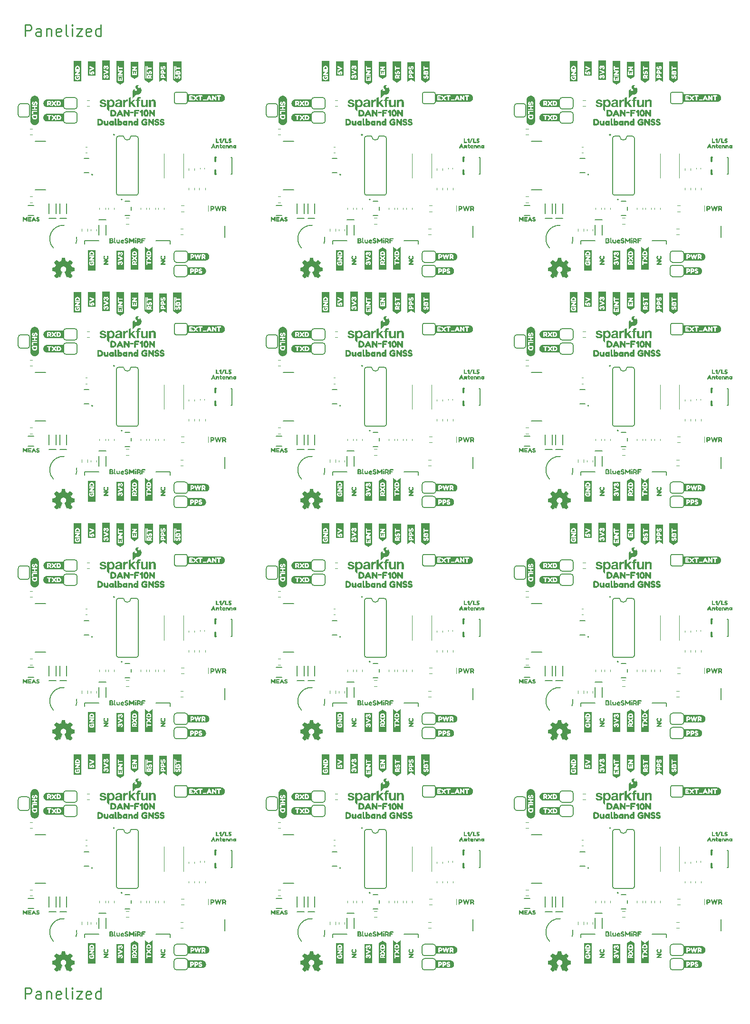
<source format=gto>
%TF.GenerationSoftware,KiCad,Pcbnew,9.0.1*%
%TF.CreationDate,2025-04-15T12:31:11-06:00*%
%TF.ProjectId,SparkFun_GNSS_DAN-F10N_panelized,53706172-6b46-4756-9e5f-474e53535f44,rev?*%
%TF.SameCoordinates,Original*%
%TF.FileFunction,Legend,Top*%
%TF.FilePolarity,Positive*%
%FSLAX46Y46*%
G04 Gerber Fmt 4.6, Leading zero omitted, Abs format (unit mm)*
G04 Created by KiCad (PCBNEW 9.0.1) date 2025-04-15 12:31:11*
%MOMM*%
%LPD*%
G01*
G04 APERTURE LIST*
%ADD10C,0.250000*%
%ADD11C,0.203200*%
%ADD12C,0.000000*%
%ADD13C,0.120000*%
%ADD14C,0.177800*%
%ADD15C,0.152400*%
%ADD16C,0.200000*%
%ADD17C,0.304800*%
%ADD18C,0.029494*%
G04 APERTURE END LIST*
D10*
X2092663Y166822761D02*
X2092663Y168822761D01*
X2092663Y168822761D02*
X2854568Y168822761D01*
X2854568Y168822761D02*
X3045044Y168727523D01*
X3045044Y168727523D02*
X3140282Y168632285D01*
X3140282Y168632285D02*
X3235520Y168441809D01*
X3235520Y168441809D02*
X3235520Y168156095D01*
X3235520Y168156095D02*
X3140282Y167965619D01*
X3140282Y167965619D02*
X3045044Y167870380D01*
X3045044Y167870380D02*
X2854568Y167775142D01*
X2854568Y167775142D02*
X2092663Y167775142D01*
X4949806Y166822761D02*
X4949806Y167870380D01*
X4949806Y167870380D02*
X4854568Y168060857D01*
X4854568Y168060857D02*
X4664092Y168156095D01*
X4664092Y168156095D02*
X4283139Y168156095D01*
X4283139Y168156095D02*
X4092663Y168060857D01*
X4949806Y166918000D02*
X4759330Y166822761D01*
X4759330Y166822761D02*
X4283139Y166822761D01*
X4283139Y166822761D02*
X4092663Y166918000D01*
X4092663Y166918000D02*
X3997425Y167108476D01*
X3997425Y167108476D02*
X3997425Y167298952D01*
X3997425Y167298952D02*
X4092663Y167489428D01*
X4092663Y167489428D02*
X4283139Y167584666D01*
X4283139Y167584666D02*
X4759330Y167584666D01*
X4759330Y167584666D02*
X4949806Y167679904D01*
X5902187Y168156095D02*
X5902187Y166822761D01*
X5902187Y167965619D02*
X5997425Y168060857D01*
X5997425Y168060857D02*
X6187901Y168156095D01*
X6187901Y168156095D02*
X6473616Y168156095D01*
X6473616Y168156095D02*
X6664092Y168060857D01*
X6664092Y168060857D02*
X6759330Y167870380D01*
X6759330Y167870380D02*
X6759330Y166822761D01*
X8473616Y166918000D02*
X8283140Y166822761D01*
X8283140Y166822761D02*
X7902187Y166822761D01*
X7902187Y166822761D02*
X7711711Y166918000D01*
X7711711Y166918000D02*
X7616473Y167108476D01*
X7616473Y167108476D02*
X7616473Y167870380D01*
X7616473Y167870380D02*
X7711711Y168060857D01*
X7711711Y168060857D02*
X7902187Y168156095D01*
X7902187Y168156095D02*
X8283140Y168156095D01*
X8283140Y168156095D02*
X8473616Y168060857D01*
X8473616Y168060857D02*
X8568854Y167870380D01*
X8568854Y167870380D02*
X8568854Y167679904D01*
X8568854Y167679904D02*
X7616473Y167489428D01*
X9711711Y166822761D02*
X9521235Y166918000D01*
X9521235Y166918000D02*
X9425997Y167108476D01*
X9425997Y167108476D02*
X9425997Y168822761D01*
X10473616Y166822761D02*
X10473616Y168156095D01*
X10473616Y168822761D02*
X10378378Y168727523D01*
X10378378Y168727523D02*
X10473616Y168632285D01*
X10473616Y168632285D02*
X10568854Y168727523D01*
X10568854Y168727523D02*
X10473616Y168822761D01*
X10473616Y168822761D02*
X10473616Y168632285D01*
X11235521Y168156095D02*
X12283140Y168156095D01*
X12283140Y168156095D02*
X11235521Y166822761D01*
X11235521Y166822761D02*
X12283140Y166822761D01*
X13806950Y166918000D02*
X13616474Y166822761D01*
X13616474Y166822761D02*
X13235521Y166822761D01*
X13235521Y166822761D02*
X13045045Y166918000D01*
X13045045Y166918000D02*
X12949807Y167108476D01*
X12949807Y167108476D02*
X12949807Y167870380D01*
X12949807Y167870380D02*
X13045045Y168060857D01*
X13045045Y168060857D02*
X13235521Y168156095D01*
X13235521Y168156095D02*
X13616474Y168156095D01*
X13616474Y168156095D02*
X13806950Y168060857D01*
X13806950Y168060857D02*
X13902188Y167870380D01*
X13902188Y167870380D02*
X13902188Y167679904D01*
X13902188Y167679904D02*
X12949807Y167489428D01*
X15616474Y166822761D02*
X15616474Y168822761D01*
X15616474Y166918000D02*
X15425998Y166822761D01*
X15425998Y166822761D02*
X15045045Y166822761D01*
X15045045Y166822761D02*
X14854569Y166918000D01*
X14854569Y166918000D02*
X14759331Y167013238D01*
X14759331Y167013238D02*
X14664093Y167203714D01*
X14664093Y167203714D02*
X14664093Y167775142D01*
X14664093Y167775142D02*
X14759331Y167965619D01*
X14759331Y167965619D02*
X14854569Y168060857D01*
X14854569Y168060857D02*
X15045045Y168156095D01*
X15045045Y168156095D02*
X15425998Y168156095D01*
X15425998Y168156095D02*
X15616474Y168060857D01*
X2092663Y-4587238D02*
X2092663Y-2587238D01*
X2092663Y-2587238D02*
X2854568Y-2587238D01*
X2854568Y-2587238D02*
X3045044Y-2682476D01*
X3045044Y-2682476D02*
X3140282Y-2777714D01*
X3140282Y-2777714D02*
X3235520Y-2968190D01*
X3235520Y-2968190D02*
X3235520Y-3253904D01*
X3235520Y-3253904D02*
X3140282Y-3444380D01*
X3140282Y-3444380D02*
X3045044Y-3539619D01*
X3045044Y-3539619D02*
X2854568Y-3634857D01*
X2854568Y-3634857D02*
X2092663Y-3634857D01*
X4949806Y-4587238D02*
X4949806Y-3539619D01*
X4949806Y-3539619D02*
X4854568Y-3349142D01*
X4854568Y-3349142D02*
X4664092Y-3253904D01*
X4664092Y-3253904D02*
X4283139Y-3253904D01*
X4283139Y-3253904D02*
X4092663Y-3349142D01*
X4949806Y-4492000D02*
X4759330Y-4587238D01*
X4759330Y-4587238D02*
X4283139Y-4587238D01*
X4283139Y-4587238D02*
X4092663Y-4492000D01*
X4092663Y-4492000D02*
X3997425Y-4301523D01*
X3997425Y-4301523D02*
X3997425Y-4111047D01*
X3997425Y-4111047D02*
X4092663Y-3920571D01*
X4092663Y-3920571D02*
X4283139Y-3825333D01*
X4283139Y-3825333D02*
X4759330Y-3825333D01*
X4759330Y-3825333D02*
X4949806Y-3730095D01*
X5902187Y-3253904D02*
X5902187Y-4587238D01*
X5902187Y-3444380D02*
X5997425Y-3349142D01*
X5997425Y-3349142D02*
X6187901Y-3253904D01*
X6187901Y-3253904D02*
X6473616Y-3253904D01*
X6473616Y-3253904D02*
X6664092Y-3349142D01*
X6664092Y-3349142D02*
X6759330Y-3539619D01*
X6759330Y-3539619D02*
X6759330Y-4587238D01*
X8473616Y-4492000D02*
X8283140Y-4587238D01*
X8283140Y-4587238D02*
X7902187Y-4587238D01*
X7902187Y-4587238D02*
X7711711Y-4492000D01*
X7711711Y-4492000D02*
X7616473Y-4301523D01*
X7616473Y-4301523D02*
X7616473Y-3539619D01*
X7616473Y-3539619D02*
X7711711Y-3349142D01*
X7711711Y-3349142D02*
X7902187Y-3253904D01*
X7902187Y-3253904D02*
X8283140Y-3253904D01*
X8283140Y-3253904D02*
X8473616Y-3349142D01*
X8473616Y-3349142D02*
X8568854Y-3539619D01*
X8568854Y-3539619D02*
X8568854Y-3730095D01*
X8568854Y-3730095D02*
X7616473Y-3920571D01*
X9711711Y-4587238D02*
X9521235Y-4492000D01*
X9521235Y-4492000D02*
X9425997Y-4301523D01*
X9425997Y-4301523D02*
X9425997Y-2587238D01*
X10473616Y-4587238D02*
X10473616Y-3253904D01*
X10473616Y-2587238D02*
X10378378Y-2682476D01*
X10378378Y-2682476D02*
X10473616Y-2777714D01*
X10473616Y-2777714D02*
X10568854Y-2682476D01*
X10568854Y-2682476D02*
X10473616Y-2587238D01*
X10473616Y-2587238D02*
X10473616Y-2777714D01*
X11235521Y-3253904D02*
X12283140Y-3253904D01*
X12283140Y-3253904D02*
X11235521Y-4587238D01*
X11235521Y-4587238D02*
X12283140Y-4587238D01*
X13806950Y-4492000D02*
X13616474Y-4587238D01*
X13616474Y-4587238D02*
X13235521Y-4587238D01*
X13235521Y-4587238D02*
X13045045Y-4492000D01*
X13045045Y-4492000D02*
X12949807Y-4301523D01*
X12949807Y-4301523D02*
X12949807Y-3539619D01*
X12949807Y-3539619D02*
X13045045Y-3349142D01*
X13045045Y-3349142D02*
X13235521Y-3253904D01*
X13235521Y-3253904D02*
X13616474Y-3253904D01*
X13616474Y-3253904D02*
X13806950Y-3349142D01*
X13806950Y-3349142D02*
X13902188Y-3539619D01*
X13902188Y-3539619D02*
X13902188Y-3730095D01*
X13902188Y-3730095D02*
X12949807Y-3920571D01*
X15616474Y-4587238D02*
X15616474Y-2587238D01*
X15616474Y-4492000D02*
X15425998Y-4587238D01*
X15425998Y-4587238D02*
X15045045Y-4587238D01*
X15045045Y-4587238D02*
X14854569Y-4492000D01*
X14854569Y-4492000D02*
X14759331Y-4396761D01*
X14759331Y-4396761D02*
X14664093Y-4206285D01*
X14664093Y-4206285D02*
X14664093Y-3634857D01*
X14664093Y-3634857D02*
X14759331Y-3444380D01*
X14759331Y-3444380D02*
X14854569Y-3349142D01*
X14854569Y-3349142D02*
X15045045Y-3253904D01*
X15045045Y-3253904D02*
X15425998Y-3253904D01*
X15425998Y-3253904D02*
X15616474Y-3349142D01*
D11*
X101076000Y130405000D02*
X103616000Y130405000D01*
X101076000Y89265000D02*
X103616000Y89265000D01*
X101076000Y48125000D02*
X103616000Y48125000D01*
X101076000Y6985000D02*
X103616000Y6985000D01*
X56888000Y130405000D02*
X59428000Y130405000D01*
X56888000Y89265000D02*
X59428000Y89265000D01*
X56888000Y48125000D02*
X59428000Y48125000D01*
X56888000Y6985000D02*
X59428000Y6985000D01*
X12700000Y130405000D02*
X15240000Y130405000D01*
X12700000Y89265000D02*
X15240000Y89265000D01*
X12700000Y48125000D02*
X15240000Y48125000D01*
X116316000Y130405000D02*
X113776000Y130405000D01*
X116316000Y89265000D02*
X113776000Y89265000D01*
X116316000Y48125000D02*
X113776000Y48125000D01*
X116316000Y6985000D02*
X113776000Y6985000D01*
X72128000Y130405000D02*
X69588000Y130405000D01*
X72128000Y89265000D02*
X69588000Y89265000D01*
X72128000Y48125000D02*
X69588000Y48125000D01*
X72128000Y6985000D02*
X69588000Y6985000D01*
X27940000Y130405000D02*
X25400000Y130405000D01*
X27940000Y89265000D02*
X25400000Y89265000D01*
X27940000Y48125000D02*
X25400000Y48125000D01*
X101076000Y129770000D02*
X101076000Y130405000D01*
X101076000Y88630000D02*
X101076000Y89265000D01*
X101076000Y47490000D02*
X101076000Y48125000D01*
X101076000Y6350000D02*
X101076000Y6985000D01*
X56888000Y129770000D02*
X56888000Y130405000D01*
X56888000Y88630000D02*
X56888000Y89265000D01*
X56888000Y47490000D02*
X56888000Y48125000D01*
X56888000Y6350000D02*
X56888000Y6985000D01*
X12700000Y129770000D02*
X12700000Y130405000D01*
X12700000Y88630000D02*
X12700000Y89265000D01*
X12700000Y47490000D02*
X12700000Y48125000D01*
X116316000Y129770000D02*
X116316000Y130405000D01*
X116316000Y88630000D02*
X116316000Y89265000D01*
X116316000Y47490000D02*
X116316000Y48125000D01*
X116316000Y6350000D02*
X116316000Y6985000D01*
X72128000Y129770000D02*
X72128000Y130405000D01*
X72128000Y88630000D02*
X72128000Y89265000D01*
X72128000Y47490000D02*
X72128000Y48125000D01*
X72128000Y6350000D02*
X72128000Y6985000D01*
X27940000Y129770000D02*
X27940000Y130405000D01*
X27940000Y88630000D02*
X27940000Y89265000D01*
X27940000Y47490000D02*
X27940000Y48125000D01*
X27940000Y6350000D02*
X27940000Y6985000D01*
X12700000Y6350000D02*
X12700000Y6985000D01*
X27940000Y6985000D02*
X25400000Y6985000D01*
X12700000Y6985000D02*
X15240000Y6985000D01*
D12*
%TO.C,kibuzzard-67C52DD7*%
G36*
X96536220Y152511105D02*
G01*
X96605748Y152463788D01*
X96653065Y152394260D01*
X96668838Y152311856D01*
X96653065Y152229614D01*
X96605748Y152160569D01*
X96536542Y152113734D01*
X96455104Y152098122D01*
X96350812Y152098122D01*
X96350812Y152526878D01*
X96453817Y152526878D01*
X96536220Y152511105D01*
G37*
G36*
X97333645Y151631170D02*
G01*
X96904460Y151631170D01*
X96232357Y151631170D01*
X95929782Y151631170D01*
X94778709Y151631170D01*
X94387293Y151631170D01*
X94387186Y151631170D01*
X94320404Y151634450D01*
X94254265Y151644261D01*
X94189406Y151660507D01*
X94126452Y151683033D01*
X94066009Y151711620D01*
X94008659Y151745994D01*
X93954954Y151785824D01*
X93905412Y151830727D01*
X93860510Y151880269D01*
X93820680Y151933973D01*
X93786306Y151991323D01*
X93757718Y152051766D01*
X93735193Y152114720D01*
X93718947Y152179579D01*
X93709136Y152245718D01*
X93705855Y152312500D01*
X93709136Y152379282D01*
X93718947Y152445421D01*
X93735193Y152510280D01*
X93757718Y152573234D01*
X93786306Y152633677D01*
X93805639Y152665933D01*
X94387293Y152665933D01*
X94395018Y152607994D01*
X94419482Y152577736D01*
X94448452Y152567436D01*
X94485147Y152565504D01*
X94664117Y152565504D01*
X94664117Y151977092D01*
X94666048Y151933959D01*
X94677636Y151899195D01*
X94712400Y151870225D01*
X94778709Y151861212D01*
X94845662Y151870225D01*
X94881714Y151898552D01*
X94893945Y151932672D01*
X94895877Y151975805D01*
X94895877Y152565504D01*
X95073559Y152565504D01*
X95110254Y152567436D01*
X95139868Y152577736D01*
X95164975Y152607994D01*
X95170418Y152647908D01*
X95202958Y152647908D01*
X95246091Y152565504D01*
X95477851Y152311856D01*
X95247379Y152058208D01*
X95202958Y151975161D01*
X95253817Y151893401D01*
X95341370Y151847693D01*
X95419911Y151901127D01*
X95636220Y152138036D01*
X95851241Y151901127D01*
X95929782Y151847693D01*
X96017336Y151893401D01*
X96068194Y151975161D01*
X96023774Y152058208D01*
X95793301Y152311856D01*
X96025061Y152565504D01*
X96068154Y152646620D01*
X96115190Y152646620D01*
X96115190Y151980955D01*
X96118409Y151935247D01*
X96131928Y151899195D01*
X96167336Y151871513D01*
X96232357Y151862500D01*
X96451241Y151862500D01*
X96541773Y151870829D01*
X96625383Y151895815D01*
X96702073Y151937460D01*
X96771842Y151995762D01*
X96829863Y152065813D01*
X96871306Y152142704D01*
X96896172Y152226435D01*
X96904460Y152317006D01*
X96896172Y152405204D01*
X96871306Y152486964D01*
X96829863Y152562285D01*
X96771842Y152631170D01*
X96702314Y152688627D01*
X96626349Y152729667D01*
X96543945Y152754292D01*
X96455104Y152762500D01*
X96233645Y152762500D01*
X96165404Y152754131D01*
X96129353Y152725161D01*
X96117121Y152689753D01*
X96115190Y152646620D01*
X96068154Y152646620D01*
X96068838Y152647908D01*
X96018623Y152731599D01*
X95931070Y152777307D01*
X95852529Y152723873D01*
X95636220Y152485676D01*
X95418623Y152723873D01*
X95340083Y152777307D01*
X95252529Y152731599D01*
X95202958Y152647908D01*
X95170418Y152647908D01*
X95172701Y152664646D01*
X95164975Y152721298D01*
X95140512Y152751556D01*
X95111542Y152761856D01*
X95074847Y152763788D01*
X94486435Y152763788D01*
X94449739Y152761856D01*
X94420126Y152751556D01*
X94395018Y152721942D01*
X94387293Y152665933D01*
X93805639Y152665933D01*
X93820680Y152691027D01*
X93860510Y152744731D01*
X93905412Y152794273D01*
X93954954Y152839176D01*
X94008659Y152879006D01*
X94066009Y152913380D01*
X94126452Y152941967D01*
X94189406Y152964493D01*
X94254265Y152980739D01*
X94320404Y152990550D01*
X94387186Y152993830D01*
X94387293Y152993830D01*
X96904460Y152993830D01*
X97333645Y152993830D01*
X97333645Y151631170D01*
G37*
G36*
X96536220Y111371105D02*
G01*
X96605748Y111323788D01*
X96653065Y111254260D01*
X96668838Y111171856D01*
X96653065Y111089614D01*
X96605748Y111020569D01*
X96536542Y110973734D01*
X96455104Y110958122D01*
X96350812Y110958122D01*
X96350812Y111386878D01*
X96453817Y111386878D01*
X96536220Y111371105D01*
G37*
G36*
X97333645Y110491170D02*
G01*
X96904460Y110491170D01*
X96232357Y110491170D01*
X95929782Y110491170D01*
X94778709Y110491170D01*
X94387293Y110491170D01*
X94387186Y110491170D01*
X94320404Y110494450D01*
X94254265Y110504261D01*
X94189406Y110520507D01*
X94126452Y110543033D01*
X94066009Y110571620D01*
X94008659Y110605994D01*
X93954954Y110645824D01*
X93905412Y110690727D01*
X93860510Y110740269D01*
X93820680Y110793973D01*
X93786306Y110851323D01*
X93757718Y110911766D01*
X93735193Y110974720D01*
X93718947Y111039579D01*
X93709136Y111105718D01*
X93705855Y111172500D01*
X93709136Y111239282D01*
X93718947Y111305421D01*
X93735193Y111370280D01*
X93757718Y111433234D01*
X93786306Y111493677D01*
X93805639Y111525933D01*
X94387293Y111525933D01*
X94395018Y111467994D01*
X94419482Y111437736D01*
X94448452Y111427436D01*
X94485147Y111425504D01*
X94664117Y111425504D01*
X94664117Y110837092D01*
X94666048Y110793959D01*
X94677636Y110759195D01*
X94712400Y110730225D01*
X94778709Y110721212D01*
X94845662Y110730225D01*
X94881714Y110758552D01*
X94893945Y110792672D01*
X94895877Y110835805D01*
X94895877Y111425504D01*
X95073559Y111425504D01*
X95110254Y111427436D01*
X95139868Y111437736D01*
X95164975Y111467994D01*
X95170418Y111507908D01*
X95202958Y111507908D01*
X95246091Y111425504D01*
X95477851Y111171856D01*
X95247379Y110918208D01*
X95202958Y110835161D01*
X95253817Y110753401D01*
X95341370Y110707693D01*
X95419911Y110761127D01*
X95636220Y110998036D01*
X95851241Y110761127D01*
X95929782Y110707693D01*
X96017336Y110753401D01*
X96068194Y110835161D01*
X96023774Y110918208D01*
X95793301Y111171856D01*
X96025061Y111425504D01*
X96068154Y111506620D01*
X96115190Y111506620D01*
X96115190Y110840955D01*
X96118409Y110795247D01*
X96131928Y110759195D01*
X96167336Y110731513D01*
X96232357Y110722500D01*
X96451241Y110722500D01*
X96541773Y110730829D01*
X96625383Y110755815D01*
X96702073Y110797460D01*
X96771842Y110855762D01*
X96829863Y110925813D01*
X96871306Y111002704D01*
X96896172Y111086435D01*
X96904460Y111177006D01*
X96896172Y111265204D01*
X96871306Y111346964D01*
X96829863Y111422285D01*
X96771842Y111491170D01*
X96702314Y111548627D01*
X96626349Y111589667D01*
X96543945Y111614292D01*
X96455104Y111622500D01*
X96233645Y111622500D01*
X96165404Y111614131D01*
X96129353Y111585161D01*
X96117121Y111549753D01*
X96115190Y111506620D01*
X96068154Y111506620D01*
X96068838Y111507908D01*
X96018623Y111591599D01*
X95931070Y111637307D01*
X95852529Y111583873D01*
X95636220Y111345676D01*
X95418623Y111583873D01*
X95340083Y111637307D01*
X95252529Y111591599D01*
X95202958Y111507908D01*
X95170418Y111507908D01*
X95172701Y111524646D01*
X95164975Y111581298D01*
X95140512Y111611556D01*
X95111542Y111621856D01*
X95074847Y111623788D01*
X94486435Y111623788D01*
X94449739Y111621856D01*
X94420126Y111611556D01*
X94395018Y111581942D01*
X94387293Y111525933D01*
X93805639Y111525933D01*
X93820680Y111551027D01*
X93860510Y111604731D01*
X93905412Y111654273D01*
X93954954Y111699176D01*
X94008659Y111739006D01*
X94066009Y111773380D01*
X94126452Y111801967D01*
X94189406Y111824493D01*
X94254265Y111840739D01*
X94320404Y111850550D01*
X94387186Y111853830D01*
X94387293Y111853830D01*
X96904460Y111853830D01*
X97333645Y111853830D01*
X97333645Y110491170D01*
G37*
G36*
X96536220Y70231105D02*
G01*
X96605748Y70183788D01*
X96653065Y70114260D01*
X96668838Y70031856D01*
X96653065Y69949614D01*
X96605748Y69880569D01*
X96536542Y69833734D01*
X96455104Y69818122D01*
X96350812Y69818122D01*
X96350812Y70246878D01*
X96453817Y70246878D01*
X96536220Y70231105D01*
G37*
G36*
X97333645Y69351170D02*
G01*
X96904460Y69351170D01*
X96232357Y69351170D01*
X95929782Y69351170D01*
X94778709Y69351170D01*
X94387293Y69351170D01*
X94387186Y69351170D01*
X94320404Y69354450D01*
X94254265Y69364261D01*
X94189406Y69380507D01*
X94126452Y69403033D01*
X94066009Y69431620D01*
X94008659Y69465994D01*
X93954954Y69505824D01*
X93905412Y69550727D01*
X93860510Y69600269D01*
X93820680Y69653973D01*
X93786306Y69711323D01*
X93757718Y69771766D01*
X93735193Y69834720D01*
X93718947Y69899579D01*
X93709136Y69965718D01*
X93705855Y70032500D01*
X93709136Y70099282D01*
X93718947Y70165421D01*
X93735193Y70230280D01*
X93757718Y70293234D01*
X93786306Y70353677D01*
X93805639Y70385933D01*
X94387293Y70385933D01*
X94395018Y70327994D01*
X94419482Y70297736D01*
X94448452Y70287436D01*
X94485147Y70285504D01*
X94664117Y70285504D01*
X94664117Y69697092D01*
X94666048Y69653959D01*
X94677636Y69619195D01*
X94712400Y69590225D01*
X94778709Y69581212D01*
X94845662Y69590225D01*
X94881714Y69618552D01*
X94893945Y69652672D01*
X94895877Y69695805D01*
X94895877Y70285504D01*
X95073559Y70285504D01*
X95110254Y70287436D01*
X95139868Y70297736D01*
X95164975Y70327994D01*
X95170418Y70367908D01*
X95202958Y70367908D01*
X95246091Y70285504D01*
X95477851Y70031856D01*
X95247379Y69778208D01*
X95202958Y69695161D01*
X95253817Y69613401D01*
X95341370Y69567693D01*
X95419911Y69621127D01*
X95636220Y69858036D01*
X95851241Y69621127D01*
X95929782Y69567693D01*
X96017336Y69613401D01*
X96068194Y69695161D01*
X96023774Y69778208D01*
X95793301Y70031856D01*
X96025061Y70285504D01*
X96068154Y70366620D01*
X96115190Y70366620D01*
X96115190Y69700955D01*
X96118409Y69655247D01*
X96131928Y69619195D01*
X96167336Y69591513D01*
X96232357Y69582500D01*
X96451241Y69582500D01*
X96541773Y69590829D01*
X96625383Y69615815D01*
X96702073Y69657460D01*
X96771842Y69715762D01*
X96829863Y69785813D01*
X96871306Y69862704D01*
X96896172Y69946435D01*
X96904460Y70037006D01*
X96896172Y70125204D01*
X96871306Y70206964D01*
X96829863Y70282285D01*
X96771842Y70351170D01*
X96702314Y70408627D01*
X96626349Y70449667D01*
X96543945Y70474292D01*
X96455104Y70482500D01*
X96233645Y70482500D01*
X96165404Y70474131D01*
X96129353Y70445161D01*
X96117121Y70409753D01*
X96115190Y70366620D01*
X96068154Y70366620D01*
X96068838Y70367908D01*
X96018623Y70451599D01*
X95931070Y70497307D01*
X95852529Y70443873D01*
X95636220Y70205676D01*
X95418623Y70443873D01*
X95340083Y70497307D01*
X95252529Y70451599D01*
X95202958Y70367908D01*
X95170418Y70367908D01*
X95172701Y70384646D01*
X95164975Y70441298D01*
X95140512Y70471556D01*
X95111542Y70481856D01*
X95074847Y70483788D01*
X94486435Y70483788D01*
X94449739Y70481856D01*
X94420126Y70471556D01*
X94395018Y70441942D01*
X94387293Y70385933D01*
X93805639Y70385933D01*
X93820680Y70411027D01*
X93860510Y70464731D01*
X93905412Y70514273D01*
X93954954Y70559176D01*
X94008659Y70599006D01*
X94066009Y70633380D01*
X94126452Y70661967D01*
X94189406Y70684493D01*
X94254265Y70700739D01*
X94320404Y70710550D01*
X94387186Y70713830D01*
X94387293Y70713830D01*
X96904460Y70713830D01*
X97333645Y70713830D01*
X97333645Y69351170D01*
G37*
G36*
X96536220Y29091105D02*
G01*
X96605748Y29043788D01*
X96653065Y28974260D01*
X96668838Y28891856D01*
X96653065Y28809614D01*
X96605748Y28740569D01*
X96536542Y28693734D01*
X96455104Y28678122D01*
X96350812Y28678122D01*
X96350812Y29106878D01*
X96453817Y29106878D01*
X96536220Y29091105D01*
G37*
G36*
X97333645Y28211170D02*
G01*
X96904460Y28211170D01*
X96232357Y28211170D01*
X95929782Y28211170D01*
X94778709Y28211170D01*
X94387293Y28211170D01*
X94387186Y28211170D01*
X94320404Y28214450D01*
X94254265Y28224261D01*
X94189406Y28240507D01*
X94126452Y28263033D01*
X94066009Y28291620D01*
X94008659Y28325994D01*
X93954954Y28365824D01*
X93905412Y28410727D01*
X93860510Y28460269D01*
X93820680Y28513973D01*
X93786306Y28571323D01*
X93757718Y28631766D01*
X93735193Y28694720D01*
X93718947Y28759579D01*
X93709136Y28825718D01*
X93705855Y28892500D01*
X93709136Y28959282D01*
X93718947Y29025421D01*
X93735193Y29090280D01*
X93757718Y29153234D01*
X93786306Y29213677D01*
X93805639Y29245933D01*
X94387293Y29245933D01*
X94395018Y29187994D01*
X94419482Y29157736D01*
X94448452Y29147436D01*
X94485147Y29145504D01*
X94664117Y29145504D01*
X94664117Y28557092D01*
X94666048Y28513959D01*
X94677636Y28479195D01*
X94712400Y28450225D01*
X94778709Y28441212D01*
X94845662Y28450225D01*
X94881714Y28478552D01*
X94893945Y28512672D01*
X94895877Y28555805D01*
X94895877Y29145504D01*
X95073559Y29145504D01*
X95110254Y29147436D01*
X95139868Y29157736D01*
X95164975Y29187994D01*
X95170418Y29227908D01*
X95202958Y29227908D01*
X95246091Y29145504D01*
X95477851Y28891856D01*
X95247379Y28638208D01*
X95202958Y28555161D01*
X95253817Y28473401D01*
X95341370Y28427693D01*
X95419911Y28481127D01*
X95636220Y28718036D01*
X95851241Y28481127D01*
X95929782Y28427693D01*
X96017336Y28473401D01*
X96068194Y28555161D01*
X96023774Y28638208D01*
X95793301Y28891856D01*
X96025061Y29145504D01*
X96068154Y29226620D01*
X96115190Y29226620D01*
X96115190Y28560955D01*
X96118409Y28515247D01*
X96131928Y28479195D01*
X96167336Y28451513D01*
X96232357Y28442500D01*
X96451241Y28442500D01*
X96541773Y28450829D01*
X96625383Y28475815D01*
X96702073Y28517460D01*
X96771842Y28575762D01*
X96829863Y28645813D01*
X96871306Y28722704D01*
X96896172Y28806435D01*
X96904460Y28897006D01*
X96896172Y28985204D01*
X96871306Y29066964D01*
X96829863Y29142285D01*
X96771842Y29211170D01*
X96702314Y29268627D01*
X96626349Y29309667D01*
X96543945Y29334292D01*
X96455104Y29342500D01*
X96233645Y29342500D01*
X96165404Y29334131D01*
X96129353Y29305161D01*
X96117121Y29269753D01*
X96115190Y29226620D01*
X96068154Y29226620D01*
X96068838Y29227908D01*
X96018623Y29311599D01*
X95931070Y29357307D01*
X95852529Y29303873D01*
X95636220Y29065676D01*
X95418623Y29303873D01*
X95340083Y29357307D01*
X95252529Y29311599D01*
X95202958Y29227908D01*
X95170418Y29227908D01*
X95172701Y29244646D01*
X95164975Y29301298D01*
X95140512Y29331556D01*
X95111542Y29341856D01*
X95074847Y29343788D01*
X94486435Y29343788D01*
X94449739Y29341856D01*
X94420126Y29331556D01*
X94395018Y29301942D01*
X94387293Y29245933D01*
X93805639Y29245933D01*
X93820680Y29271027D01*
X93860510Y29324731D01*
X93905412Y29374273D01*
X93954954Y29419176D01*
X94008659Y29459006D01*
X94066009Y29493380D01*
X94126452Y29521967D01*
X94189406Y29544493D01*
X94254265Y29560739D01*
X94320404Y29570550D01*
X94387186Y29573830D01*
X94387293Y29573830D01*
X96904460Y29573830D01*
X97333645Y29573830D01*
X97333645Y28211170D01*
G37*
G36*
X52348220Y152511105D02*
G01*
X52417748Y152463788D01*
X52465065Y152394260D01*
X52480838Y152311856D01*
X52465065Y152229614D01*
X52417748Y152160569D01*
X52348542Y152113734D01*
X52267104Y152098122D01*
X52162812Y152098122D01*
X52162812Y152526878D01*
X52265817Y152526878D01*
X52348220Y152511105D01*
G37*
G36*
X53145645Y151631170D02*
G01*
X52716460Y151631170D01*
X52044357Y151631170D01*
X51741782Y151631170D01*
X50590709Y151631170D01*
X50199293Y151631170D01*
X50199186Y151631170D01*
X50132404Y151634450D01*
X50066265Y151644261D01*
X50001406Y151660507D01*
X49938452Y151683033D01*
X49878009Y151711620D01*
X49820659Y151745994D01*
X49766954Y151785824D01*
X49717412Y151830727D01*
X49672510Y151880269D01*
X49632680Y151933973D01*
X49598306Y151991323D01*
X49569718Y152051766D01*
X49547193Y152114720D01*
X49530947Y152179579D01*
X49521136Y152245718D01*
X49517855Y152312500D01*
X49521136Y152379282D01*
X49530947Y152445421D01*
X49547193Y152510280D01*
X49569718Y152573234D01*
X49598306Y152633677D01*
X49617639Y152665933D01*
X50199293Y152665933D01*
X50207018Y152607994D01*
X50231482Y152577736D01*
X50260452Y152567436D01*
X50297147Y152565504D01*
X50476117Y152565504D01*
X50476117Y151977092D01*
X50478048Y151933959D01*
X50489636Y151899195D01*
X50524400Y151870225D01*
X50590709Y151861212D01*
X50657662Y151870225D01*
X50693714Y151898552D01*
X50705945Y151932672D01*
X50707877Y151975805D01*
X50707877Y152565504D01*
X50885559Y152565504D01*
X50922254Y152567436D01*
X50951868Y152577736D01*
X50976975Y152607994D01*
X50982418Y152647908D01*
X51014958Y152647908D01*
X51058091Y152565504D01*
X51289851Y152311856D01*
X51059379Y152058208D01*
X51014958Y151975161D01*
X51065817Y151893401D01*
X51153370Y151847693D01*
X51231911Y151901127D01*
X51448220Y152138036D01*
X51663241Y151901127D01*
X51741782Y151847693D01*
X51829336Y151893401D01*
X51880194Y151975161D01*
X51835774Y152058208D01*
X51605301Y152311856D01*
X51837061Y152565504D01*
X51880154Y152646620D01*
X51927190Y152646620D01*
X51927190Y151980955D01*
X51930409Y151935247D01*
X51943928Y151899195D01*
X51979336Y151871513D01*
X52044357Y151862500D01*
X52263241Y151862500D01*
X52353773Y151870829D01*
X52437383Y151895815D01*
X52514073Y151937460D01*
X52583842Y151995762D01*
X52641863Y152065813D01*
X52683306Y152142704D01*
X52708172Y152226435D01*
X52716460Y152317006D01*
X52708172Y152405204D01*
X52683306Y152486964D01*
X52641863Y152562285D01*
X52583842Y152631170D01*
X52514314Y152688627D01*
X52438349Y152729667D01*
X52355945Y152754292D01*
X52267104Y152762500D01*
X52045645Y152762500D01*
X51977404Y152754131D01*
X51941353Y152725161D01*
X51929121Y152689753D01*
X51927190Y152646620D01*
X51880154Y152646620D01*
X51880838Y152647908D01*
X51830623Y152731599D01*
X51743070Y152777307D01*
X51664529Y152723873D01*
X51448220Y152485676D01*
X51230623Y152723873D01*
X51152083Y152777307D01*
X51064529Y152731599D01*
X51014958Y152647908D01*
X50982418Y152647908D01*
X50984701Y152664646D01*
X50976975Y152721298D01*
X50952512Y152751556D01*
X50923542Y152761856D01*
X50886847Y152763788D01*
X50298435Y152763788D01*
X50261739Y152761856D01*
X50232126Y152751556D01*
X50207018Y152721942D01*
X50199293Y152665933D01*
X49617639Y152665933D01*
X49632680Y152691027D01*
X49672510Y152744731D01*
X49717412Y152794273D01*
X49766954Y152839176D01*
X49820659Y152879006D01*
X49878009Y152913380D01*
X49938452Y152941967D01*
X50001406Y152964493D01*
X50066265Y152980739D01*
X50132404Y152990550D01*
X50199186Y152993830D01*
X50199293Y152993830D01*
X52716460Y152993830D01*
X53145645Y152993830D01*
X53145645Y151631170D01*
G37*
G36*
X52348220Y111371105D02*
G01*
X52417748Y111323788D01*
X52465065Y111254260D01*
X52480838Y111171856D01*
X52465065Y111089614D01*
X52417748Y111020569D01*
X52348542Y110973734D01*
X52267104Y110958122D01*
X52162812Y110958122D01*
X52162812Y111386878D01*
X52265817Y111386878D01*
X52348220Y111371105D01*
G37*
G36*
X53145645Y110491170D02*
G01*
X52716460Y110491170D01*
X52044357Y110491170D01*
X51741782Y110491170D01*
X50590709Y110491170D01*
X50199293Y110491170D01*
X50199186Y110491170D01*
X50132404Y110494450D01*
X50066265Y110504261D01*
X50001406Y110520507D01*
X49938452Y110543033D01*
X49878009Y110571620D01*
X49820659Y110605994D01*
X49766954Y110645824D01*
X49717412Y110690727D01*
X49672510Y110740269D01*
X49632680Y110793973D01*
X49598306Y110851323D01*
X49569718Y110911766D01*
X49547193Y110974720D01*
X49530947Y111039579D01*
X49521136Y111105718D01*
X49517855Y111172500D01*
X49521136Y111239282D01*
X49530947Y111305421D01*
X49547193Y111370280D01*
X49569718Y111433234D01*
X49598306Y111493677D01*
X49617639Y111525933D01*
X50199293Y111525933D01*
X50207018Y111467994D01*
X50231482Y111437736D01*
X50260452Y111427436D01*
X50297147Y111425504D01*
X50476117Y111425504D01*
X50476117Y110837092D01*
X50478048Y110793959D01*
X50489636Y110759195D01*
X50524400Y110730225D01*
X50590709Y110721212D01*
X50657662Y110730225D01*
X50693714Y110758552D01*
X50705945Y110792672D01*
X50707877Y110835805D01*
X50707877Y111425504D01*
X50885559Y111425504D01*
X50922254Y111427436D01*
X50951868Y111437736D01*
X50976975Y111467994D01*
X50982418Y111507908D01*
X51014958Y111507908D01*
X51058091Y111425504D01*
X51289851Y111171856D01*
X51059379Y110918208D01*
X51014958Y110835161D01*
X51065817Y110753401D01*
X51153370Y110707693D01*
X51231911Y110761127D01*
X51448220Y110998036D01*
X51663241Y110761127D01*
X51741782Y110707693D01*
X51829336Y110753401D01*
X51880194Y110835161D01*
X51835774Y110918208D01*
X51605301Y111171856D01*
X51837061Y111425504D01*
X51880154Y111506620D01*
X51927190Y111506620D01*
X51927190Y110840955D01*
X51930409Y110795247D01*
X51943928Y110759195D01*
X51979336Y110731513D01*
X52044357Y110722500D01*
X52263241Y110722500D01*
X52353773Y110730829D01*
X52437383Y110755815D01*
X52514073Y110797460D01*
X52583842Y110855762D01*
X52641863Y110925813D01*
X52683306Y111002704D01*
X52708172Y111086435D01*
X52716460Y111177006D01*
X52708172Y111265204D01*
X52683306Y111346964D01*
X52641863Y111422285D01*
X52583842Y111491170D01*
X52514314Y111548627D01*
X52438349Y111589667D01*
X52355945Y111614292D01*
X52267104Y111622500D01*
X52045645Y111622500D01*
X51977404Y111614131D01*
X51941353Y111585161D01*
X51929121Y111549753D01*
X51927190Y111506620D01*
X51880154Y111506620D01*
X51880838Y111507908D01*
X51830623Y111591599D01*
X51743070Y111637307D01*
X51664529Y111583873D01*
X51448220Y111345676D01*
X51230623Y111583873D01*
X51152083Y111637307D01*
X51064529Y111591599D01*
X51014958Y111507908D01*
X50982418Y111507908D01*
X50984701Y111524646D01*
X50976975Y111581298D01*
X50952512Y111611556D01*
X50923542Y111621856D01*
X50886847Y111623788D01*
X50298435Y111623788D01*
X50261739Y111621856D01*
X50232126Y111611556D01*
X50207018Y111581942D01*
X50199293Y111525933D01*
X49617639Y111525933D01*
X49632680Y111551027D01*
X49672510Y111604731D01*
X49717412Y111654273D01*
X49766954Y111699176D01*
X49820659Y111739006D01*
X49878009Y111773380D01*
X49938452Y111801967D01*
X50001406Y111824493D01*
X50066265Y111840739D01*
X50132404Y111850550D01*
X50199186Y111853830D01*
X50199293Y111853830D01*
X52716460Y111853830D01*
X53145645Y111853830D01*
X53145645Y110491170D01*
G37*
G36*
X52348220Y70231105D02*
G01*
X52417748Y70183788D01*
X52465065Y70114260D01*
X52480838Y70031856D01*
X52465065Y69949614D01*
X52417748Y69880569D01*
X52348542Y69833734D01*
X52267104Y69818122D01*
X52162812Y69818122D01*
X52162812Y70246878D01*
X52265817Y70246878D01*
X52348220Y70231105D01*
G37*
G36*
X53145645Y69351170D02*
G01*
X52716460Y69351170D01*
X52044357Y69351170D01*
X51741782Y69351170D01*
X50590709Y69351170D01*
X50199293Y69351170D01*
X50199186Y69351170D01*
X50132404Y69354450D01*
X50066265Y69364261D01*
X50001406Y69380507D01*
X49938452Y69403033D01*
X49878009Y69431620D01*
X49820659Y69465994D01*
X49766954Y69505824D01*
X49717412Y69550727D01*
X49672510Y69600269D01*
X49632680Y69653973D01*
X49598306Y69711323D01*
X49569718Y69771766D01*
X49547193Y69834720D01*
X49530947Y69899579D01*
X49521136Y69965718D01*
X49517855Y70032500D01*
X49521136Y70099282D01*
X49530947Y70165421D01*
X49547193Y70230280D01*
X49569718Y70293234D01*
X49598306Y70353677D01*
X49617639Y70385933D01*
X50199293Y70385933D01*
X50207018Y70327994D01*
X50231482Y70297736D01*
X50260452Y70287436D01*
X50297147Y70285504D01*
X50476117Y70285504D01*
X50476117Y69697092D01*
X50478048Y69653959D01*
X50489636Y69619195D01*
X50524400Y69590225D01*
X50590709Y69581212D01*
X50657662Y69590225D01*
X50693714Y69618552D01*
X50705945Y69652672D01*
X50707877Y69695805D01*
X50707877Y70285504D01*
X50885559Y70285504D01*
X50922254Y70287436D01*
X50951868Y70297736D01*
X50976975Y70327994D01*
X50982418Y70367908D01*
X51014958Y70367908D01*
X51058091Y70285504D01*
X51289851Y70031856D01*
X51059379Y69778208D01*
X51014958Y69695161D01*
X51065817Y69613401D01*
X51153370Y69567693D01*
X51231911Y69621127D01*
X51448220Y69858036D01*
X51663241Y69621127D01*
X51741782Y69567693D01*
X51829336Y69613401D01*
X51880194Y69695161D01*
X51835774Y69778208D01*
X51605301Y70031856D01*
X51837061Y70285504D01*
X51880154Y70366620D01*
X51927190Y70366620D01*
X51927190Y69700955D01*
X51930409Y69655247D01*
X51943928Y69619195D01*
X51979336Y69591513D01*
X52044357Y69582500D01*
X52263241Y69582500D01*
X52353773Y69590829D01*
X52437383Y69615815D01*
X52514073Y69657460D01*
X52583842Y69715762D01*
X52641863Y69785813D01*
X52683306Y69862704D01*
X52708172Y69946435D01*
X52716460Y70037006D01*
X52708172Y70125204D01*
X52683306Y70206964D01*
X52641863Y70282285D01*
X52583842Y70351170D01*
X52514314Y70408627D01*
X52438349Y70449667D01*
X52355945Y70474292D01*
X52267104Y70482500D01*
X52045645Y70482500D01*
X51977404Y70474131D01*
X51941353Y70445161D01*
X51929121Y70409753D01*
X51927190Y70366620D01*
X51880154Y70366620D01*
X51880838Y70367908D01*
X51830623Y70451599D01*
X51743070Y70497307D01*
X51664529Y70443873D01*
X51448220Y70205676D01*
X51230623Y70443873D01*
X51152083Y70497307D01*
X51064529Y70451599D01*
X51014958Y70367908D01*
X50982418Y70367908D01*
X50984701Y70384646D01*
X50976975Y70441298D01*
X50952512Y70471556D01*
X50923542Y70481856D01*
X50886847Y70483788D01*
X50298435Y70483788D01*
X50261739Y70481856D01*
X50232126Y70471556D01*
X50207018Y70441942D01*
X50199293Y70385933D01*
X49617639Y70385933D01*
X49632680Y70411027D01*
X49672510Y70464731D01*
X49717412Y70514273D01*
X49766954Y70559176D01*
X49820659Y70599006D01*
X49878009Y70633380D01*
X49938452Y70661967D01*
X50001406Y70684493D01*
X50066265Y70700739D01*
X50132404Y70710550D01*
X50199186Y70713830D01*
X50199293Y70713830D01*
X52716460Y70713830D01*
X53145645Y70713830D01*
X53145645Y69351170D01*
G37*
G36*
X52348220Y29091105D02*
G01*
X52417748Y29043788D01*
X52465065Y28974260D01*
X52480838Y28891856D01*
X52465065Y28809614D01*
X52417748Y28740569D01*
X52348542Y28693734D01*
X52267104Y28678122D01*
X52162812Y28678122D01*
X52162812Y29106878D01*
X52265817Y29106878D01*
X52348220Y29091105D01*
G37*
G36*
X53145645Y28211170D02*
G01*
X52716460Y28211170D01*
X52044357Y28211170D01*
X51741782Y28211170D01*
X50590709Y28211170D01*
X50199293Y28211170D01*
X50199186Y28211170D01*
X50132404Y28214450D01*
X50066265Y28224261D01*
X50001406Y28240507D01*
X49938452Y28263033D01*
X49878009Y28291620D01*
X49820659Y28325994D01*
X49766954Y28365824D01*
X49717412Y28410727D01*
X49672510Y28460269D01*
X49632680Y28513973D01*
X49598306Y28571323D01*
X49569718Y28631766D01*
X49547193Y28694720D01*
X49530947Y28759579D01*
X49521136Y28825718D01*
X49517855Y28892500D01*
X49521136Y28959282D01*
X49530947Y29025421D01*
X49547193Y29090280D01*
X49569718Y29153234D01*
X49598306Y29213677D01*
X49617639Y29245933D01*
X50199293Y29245933D01*
X50207018Y29187994D01*
X50231482Y29157736D01*
X50260452Y29147436D01*
X50297147Y29145504D01*
X50476117Y29145504D01*
X50476117Y28557092D01*
X50478048Y28513959D01*
X50489636Y28479195D01*
X50524400Y28450225D01*
X50590709Y28441212D01*
X50657662Y28450225D01*
X50693714Y28478552D01*
X50705945Y28512672D01*
X50707877Y28555805D01*
X50707877Y29145504D01*
X50885559Y29145504D01*
X50922254Y29147436D01*
X50951868Y29157736D01*
X50976975Y29187994D01*
X50982418Y29227908D01*
X51014958Y29227908D01*
X51058091Y29145504D01*
X51289851Y28891856D01*
X51059379Y28638208D01*
X51014958Y28555161D01*
X51065817Y28473401D01*
X51153370Y28427693D01*
X51231911Y28481127D01*
X51448220Y28718036D01*
X51663241Y28481127D01*
X51741782Y28427693D01*
X51829336Y28473401D01*
X51880194Y28555161D01*
X51835774Y28638208D01*
X51605301Y28891856D01*
X51837061Y29145504D01*
X51880154Y29226620D01*
X51927190Y29226620D01*
X51927190Y28560955D01*
X51930409Y28515247D01*
X51943928Y28479195D01*
X51979336Y28451513D01*
X52044357Y28442500D01*
X52263241Y28442500D01*
X52353773Y28450829D01*
X52437383Y28475815D01*
X52514073Y28517460D01*
X52583842Y28575762D01*
X52641863Y28645813D01*
X52683306Y28722704D01*
X52708172Y28806435D01*
X52716460Y28897006D01*
X52708172Y28985204D01*
X52683306Y29066964D01*
X52641863Y29142285D01*
X52583842Y29211170D01*
X52514314Y29268627D01*
X52438349Y29309667D01*
X52355945Y29334292D01*
X52267104Y29342500D01*
X52045645Y29342500D01*
X51977404Y29334131D01*
X51941353Y29305161D01*
X51929121Y29269753D01*
X51927190Y29226620D01*
X51880154Y29226620D01*
X51880838Y29227908D01*
X51830623Y29311599D01*
X51743070Y29357307D01*
X51664529Y29303873D01*
X51448220Y29065676D01*
X51230623Y29303873D01*
X51152083Y29357307D01*
X51064529Y29311599D01*
X51014958Y29227908D01*
X50982418Y29227908D01*
X50984701Y29244646D01*
X50976975Y29301298D01*
X50952512Y29331556D01*
X50923542Y29341856D01*
X50886847Y29343788D01*
X50298435Y29343788D01*
X50261739Y29341856D01*
X50232126Y29331556D01*
X50207018Y29301942D01*
X50199293Y29245933D01*
X49617639Y29245933D01*
X49632680Y29271027D01*
X49672510Y29324731D01*
X49717412Y29374273D01*
X49766954Y29419176D01*
X49820659Y29459006D01*
X49878009Y29493380D01*
X49938452Y29521967D01*
X50001406Y29544493D01*
X50066265Y29560739D01*
X50132404Y29570550D01*
X50199186Y29573830D01*
X50199293Y29573830D01*
X52716460Y29573830D01*
X53145645Y29573830D01*
X53145645Y28211170D01*
G37*
G36*
X8160220Y152511105D02*
G01*
X8229748Y152463788D01*
X8277065Y152394260D01*
X8292838Y152311856D01*
X8277065Y152229614D01*
X8229748Y152160569D01*
X8160542Y152113734D01*
X8079104Y152098122D01*
X7974812Y152098122D01*
X7974812Y152526878D01*
X8077817Y152526878D01*
X8160220Y152511105D01*
G37*
G36*
X8957645Y151631170D02*
G01*
X8528460Y151631170D01*
X7856357Y151631170D01*
X7553782Y151631170D01*
X6402709Y151631170D01*
X6011293Y151631170D01*
X6011186Y151631170D01*
X5944404Y151634450D01*
X5878265Y151644261D01*
X5813406Y151660507D01*
X5750452Y151683033D01*
X5690009Y151711620D01*
X5632659Y151745994D01*
X5578954Y151785824D01*
X5529412Y151830727D01*
X5484510Y151880269D01*
X5444680Y151933973D01*
X5410306Y151991323D01*
X5381718Y152051766D01*
X5359193Y152114720D01*
X5342947Y152179579D01*
X5333136Y152245718D01*
X5329855Y152312500D01*
X5333136Y152379282D01*
X5342947Y152445421D01*
X5359193Y152510280D01*
X5381718Y152573234D01*
X5410306Y152633677D01*
X5429639Y152665933D01*
X6011293Y152665933D01*
X6019018Y152607994D01*
X6043482Y152577736D01*
X6072452Y152567436D01*
X6109147Y152565504D01*
X6288117Y152565504D01*
X6288117Y151977092D01*
X6290048Y151933959D01*
X6301636Y151899195D01*
X6336400Y151870225D01*
X6402709Y151861212D01*
X6469662Y151870225D01*
X6505714Y151898552D01*
X6517945Y151932672D01*
X6519877Y151975805D01*
X6519877Y152565504D01*
X6697559Y152565504D01*
X6734254Y152567436D01*
X6763868Y152577736D01*
X6788975Y152607994D01*
X6794418Y152647908D01*
X6826958Y152647908D01*
X6870091Y152565504D01*
X7101851Y152311856D01*
X6871379Y152058208D01*
X6826958Y151975161D01*
X6877817Y151893401D01*
X6965370Y151847693D01*
X7043911Y151901127D01*
X7260220Y152138036D01*
X7475241Y151901127D01*
X7553782Y151847693D01*
X7641336Y151893401D01*
X7692194Y151975161D01*
X7647774Y152058208D01*
X7417301Y152311856D01*
X7649061Y152565504D01*
X7692154Y152646620D01*
X7739190Y152646620D01*
X7739190Y151980955D01*
X7742409Y151935247D01*
X7755928Y151899195D01*
X7791336Y151871513D01*
X7856357Y151862500D01*
X8075241Y151862500D01*
X8165773Y151870829D01*
X8249383Y151895815D01*
X8326073Y151937460D01*
X8395842Y151995762D01*
X8453863Y152065813D01*
X8495306Y152142704D01*
X8520172Y152226435D01*
X8528460Y152317006D01*
X8520172Y152405204D01*
X8495306Y152486964D01*
X8453863Y152562285D01*
X8395842Y152631170D01*
X8326314Y152688627D01*
X8250349Y152729667D01*
X8167945Y152754292D01*
X8079104Y152762500D01*
X7857645Y152762500D01*
X7789404Y152754131D01*
X7753353Y152725161D01*
X7741121Y152689753D01*
X7739190Y152646620D01*
X7692154Y152646620D01*
X7692838Y152647908D01*
X7642623Y152731599D01*
X7555070Y152777307D01*
X7476529Y152723873D01*
X7260220Y152485676D01*
X7042623Y152723873D01*
X6964083Y152777307D01*
X6876529Y152731599D01*
X6826958Y152647908D01*
X6794418Y152647908D01*
X6796701Y152664646D01*
X6788975Y152721298D01*
X6764512Y152751556D01*
X6735542Y152761856D01*
X6698847Y152763788D01*
X6110435Y152763788D01*
X6073739Y152761856D01*
X6044126Y152751556D01*
X6019018Y152721942D01*
X6011293Y152665933D01*
X5429639Y152665933D01*
X5444680Y152691027D01*
X5484510Y152744731D01*
X5529412Y152794273D01*
X5578954Y152839176D01*
X5632659Y152879006D01*
X5690009Y152913380D01*
X5750452Y152941967D01*
X5813406Y152964493D01*
X5878265Y152980739D01*
X5944404Y152990550D01*
X6011186Y152993830D01*
X6011293Y152993830D01*
X8528460Y152993830D01*
X8957645Y152993830D01*
X8957645Y151631170D01*
G37*
G36*
X8160220Y111371105D02*
G01*
X8229748Y111323788D01*
X8277065Y111254260D01*
X8292838Y111171856D01*
X8277065Y111089614D01*
X8229748Y111020569D01*
X8160542Y110973734D01*
X8079104Y110958122D01*
X7974812Y110958122D01*
X7974812Y111386878D01*
X8077817Y111386878D01*
X8160220Y111371105D01*
G37*
G36*
X8957645Y110491170D02*
G01*
X8528460Y110491170D01*
X7856357Y110491170D01*
X7553782Y110491170D01*
X6402709Y110491170D01*
X6011293Y110491170D01*
X6011186Y110491170D01*
X5944404Y110494450D01*
X5878265Y110504261D01*
X5813406Y110520507D01*
X5750452Y110543033D01*
X5690009Y110571620D01*
X5632659Y110605994D01*
X5578954Y110645824D01*
X5529412Y110690727D01*
X5484510Y110740269D01*
X5444680Y110793973D01*
X5410306Y110851323D01*
X5381718Y110911766D01*
X5359193Y110974720D01*
X5342947Y111039579D01*
X5333136Y111105718D01*
X5329855Y111172500D01*
X5333136Y111239282D01*
X5342947Y111305421D01*
X5359193Y111370280D01*
X5381718Y111433234D01*
X5410306Y111493677D01*
X5429639Y111525933D01*
X6011293Y111525933D01*
X6019018Y111467994D01*
X6043482Y111437736D01*
X6072452Y111427436D01*
X6109147Y111425504D01*
X6288117Y111425504D01*
X6288117Y110837092D01*
X6290048Y110793959D01*
X6301636Y110759195D01*
X6336400Y110730225D01*
X6402709Y110721212D01*
X6469662Y110730225D01*
X6505714Y110758552D01*
X6517945Y110792672D01*
X6519877Y110835805D01*
X6519877Y111425504D01*
X6697559Y111425504D01*
X6734254Y111427436D01*
X6763868Y111437736D01*
X6788975Y111467994D01*
X6794418Y111507908D01*
X6826958Y111507908D01*
X6870091Y111425504D01*
X7101851Y111171856D01*
X6871379Y110918208D01*
X6826958Y110835161D01*
X6877817Y110753401D01*
X6965370Y110707693D01*
X7043911Y110761127D01*
X7260220Y110998036D01*
X7475241Y110761127D01*
X7553782Y110707693D01*
X7641336Y110753401D01*
X7692194Y110835161D01*
X7647774Y110918208D01*
X7417301Y111171856D01*
X7649061Y111425504D01*
X7692154Y111506620D01*
X7739190Y111506620D01*
X7739190Y110840955D01*
X7742409Y110795247D01*
X7755928Y110759195D01*
X7791336Y110731513D01*
X7856357Y110722500D01*
X8075241Y110722500D01*
X8165773Y110730829D01*
X8249383Y110755815D01*
X8326073Y110797460D01*
X8395842Y110855762D01*
X8453863Y110925813D01*
X8495306Y111002704D01*
X8520172Y111086435D01*
X8528460Y111177006D01*
X8520172Y111265204D01*
X8495306Y111346964D01*
X8453863Y111422285D01*
X8395842Y111491170D01*
X8326314Y111548627D01*
X8250349Y111589667D01*
X8167945Y111614292D01*
X8079104Y111622500D01*
X7857645Y111622500D01*
X7789404Y111614131D01*
X7753353Y111585161D01*
X7741121Y111549753D01*
X7739190Y111506620D01*
X7692154Y111506620D01*
X7692838Y111507908D01*
X7642623Y111591599D01*
X7555070Y111637307D01*
X7476529Y111583873D01*
X7260220Y111345676D01*
X7042623Y111583873D01*
X6964083Y111637307D01*
X6876529Y111591599D01*
X6826958Y111507908D01*
X6794418Y111507908D01*
X6796701Y111524646D01*
X6788975Y111581298D01*
X6764512Y111611556D01*
X6735542Y111621856D01*
X6698847Y111623788D01*
X6110435Y111623788D01*
X6073739Y111621856D01*
X6044126Y111611556D01*
X6019018Y111581942D01*
X6011293Y111525933D01*
X5429639Y111525933D01*
X5444680Y111551027D01*
X5484510Y111604731D01*
X5529412Y111654273D01*
X5578954Y111699176D01*
X5632659Y111739006D01*
X5690009Y111773380D01*
X5750452Y111801967D01*
X5813406Y111824493D01*
X5878265Y111840739D01*
X5944404Y111850550D01*
X6011186Y111853830D01*
X6011293Y111853830D01*
X8528460Y111853830D01*
X8957645Y111853830D01*
X8957645Y110491170D01*
G37*
G36*
X8160220Y70231105D02*
G01*
X8229748Y70183788D01*
X8277065Y70114260D01*
X8292838Y70031856D01*
X8277065Y69949614D01*
X8229748Y69880569D01*
X8160542Y69833734D01*
X8079104Y69818122D01*
X7974812Y69818122D01*
X7974812Y70246878D01*
X8077817Y70246878D01*
X8160220Y70231105D01*
G37*
G36*
X8957645Y69351170D02*
G01*
X8528460Y69351170D01*
X7856357Y69351170D01*
X7553782Y69351170D01*
X6402709Y69351170D01*
X6011293Y69351170D01*
X6011186Y69351170D01*
X5944404Y69354450D01*
X5878265Y69364261D01*
X5813406Y69380507D01*
X5750452Y69403033D01*
X5690009Y69431620D01*
X5632659Y69465994D01*
X5578954Y69505824D01*
X5529412Y69550727D01*
X5484510Y69600269D01*
X5444680Y69653973D01*
X5410306Y69711323D01*
X5381718Y69771766D01*
X5359193Y69834720D01*
X5342947Y69899579D01*
X5333136Y69965718D01*
X5329855Y70032500D01*
X5333136Y70099282D01*
X5342947Y70165421D01*
X5359193Y70230280D01*
X5381718Y70293234D01*
X5410306Y70353677D01*
X5429639Y70385933D01*
X6011293Y70385933D01*
X6019018Y70327994D01*
X6043482Y70297736D01*
X6072452Y70287436D01*
X6109147Y70285504D01*
X6288117Y70285504D01*
X6288117Y69697092D01*
X6290048Y69653959D01*
X6301636Y69619195D01*
X6336400Y69590225D01*
X6402709Y69581212D01*
X6469662Y69590225D01*
X6505714Y69618552D01*
X6517945Y69652672D01*
X6519877Y69695805D01*
X6519877Y70285504D01*
X6697559Y70285504D01*
X6734254Y70287436D01*
X6763868Y70297736D01*
X6788975Y70327994D01*
X6794418Y70367908D01*
X6826958Y70367908D01*
X6870091Y70285504D01*
X7101851Y70031856D01*
X6871379Y69778208D01*
X6826958Y69695161D01*
X6877817Y69613401D01*
X6965370Y69567693D01*
X7043911Y69621127D01*
X7260220Y69858036D01*
X7475241Y69621127D01*
X7553782Y69567693D01*
X7641336Y69613401D01*
X7692194Y69695161D01*
X7647774Y69778208D01*
X7417301Y70031856D01*
X7649061Y70285504D01*
X7692154Y70366620D01*
X7739190Y70366620D01*
X7739190Y69700955D01*
X7742409Y69655247D01*
X7755928Y69619195D01*
X7791336Y69591513D01*
X7856357Y69582500D01*
X8075241Y69582500D01*
X8165773Y69590829D01*
X8249383Y69615815D01*
X8326073Y69657460D01*
X8395842Y69715762D01*
X8453863Y69785813D01*
X8495306Y69862704D01*
X8520172Y69946435D01*
X8528460Y70037006D01*
X8520172Y70125204D01*
X8495306Y70206964D01*
X8453863Y70282285D01*
X8395842Y70351170D01*
X8326314Y70408627D01*
X8250349Y70449667D01*
X8167945Y70474292D01*
X8079104Y70482500D01*
X7857645Y70482500D01*
X7789404Y70474131D01*
X7753353Y70445161D01*
X7741121Y70409753D01*
X7739190Y70366620D01*
X7692154Y70366620D01*
X7692838Y70367908D01*
X7642623Y70451599D01*
X7555070Y70497307D01*
X7476529Y70443873D01*
X7260220Y70205676D01*
X7042623Y70443873D01*
X6964083Y70497307D01*
X6876529Y70451599D01*
X6826958Y70367908D01*
X6794418Y70367908D01*
X6796701Y70384646D01*
X6788975Y70441298D01*
X6764512Y70471556D01*
X6735542Y70481856D01*
X6698847Y70483788D01*
X6110435Y70483788D01*
X6073739Y70481856D01*
X6044126Y70471556D01*
X6019018Y70441942D01*
X6011293Y70385933D01*
X5429639Y70385933D01*
X5444680Y70411027D01*
X5484510Y70464731D01*
X5529412Y70514273D01*
X5578954Y70559176D01*
X5632659Y70599006D01*
X5690009Y70633380D01*
X5750452Y70661967D01*
X5813406Y70684493D01*
X5878265Y70700739D01*
X5944404Y70710550D01*
X6011186Y70713830D01*
X6011293Y70713830D01*
X8528460Y70713830D01*
X8957645Y70713830D01*
X8957645Y69351170D01*
G37*
%TO.C,kibuzzard-67C526F3*%
G36*
X105567974Y160406937D02*
G01*
X105567974Y159570027D01*
X105567974Y159226250D01*
X105567974Y159011658D01*
X104204026Y159011658D01*
X104204026Y159226250D01*
X104204026Y159570027D01*
X104423768Y159570027D01*
X104429562Y159498568D01*
X104445013Y159439340D01*
X104467545Y159391701D01*
X104493940Y159353718D01*
X104521622Y159325392D01*
X104547373Y159304791D01*
X104568618Y159291915D01*
X104582781Y159284834D01*
X104587288Y159282902D01*
X104676129Y159264233D01*
X104746944Y159327967D01*
X104769977Y159396922D01*
X104754956Y159451000D01*
X104701880Y159490198D01*
X104663253Y159527538D01*
X104650378Y159582902D01*
X104666472Y159641486D01*
X104710893Y159662731D01*
X104743725Y159644061D01*
X104752094Y159584190D01*
X104752094Y159575177D01*
X104754026Y159533975D01*
X104764970Y159501143D01*
X104798446Y159474104D01*
X104862824Y159465735D01*
X104919476Y159473460D01*
X104952953Y159488911D01*
X104969047Y159517881D01*
X104974841Y159547495D01*
X104974841Y159582902D01*
X104993511Y159657259D01*
X105049519Y159682044D01*
X105102953Y159651786D01*
X105122910Y159571314D01*
X105115828Y159525606D01*
X105100378Y159494705D01*
X105081064Y159475392D01*
X105065614Y159465735D01*
X105058532Y159463160D01*
X104998017Y159425821D01*
X104983854Y159355005D01*
X105004133Y159258439D01*
X105064970Y159226250D01*
X105138289Y159237695D01*
X105205456Y159272030D01*
X105266472Y159329254D01*
X105314755Y159401786D01*
X105343725Y159482044D01*
X105353382Y159570027D01*
X105343725Y159664662D01*
X105314755Y159747709D01*
X105266472Y159819168D01*
X105203454Y159873889D01*
X105130278Y159906722D01*
X105046944Y159917666D01*
X104985142Y159908975D01*
X104933639Y159882902D01*
X104864112Y159810799D01*
X104800056Y159877430D01*
X104705742Y159899641D01*
X104636644Y159889698D01*
X104571837Y159859869D01*
X104511322Y159810156D01*
X104462681Y159743704D01*
X104433496Y159663661D01*
X104423768Y159570027D01*
X104204026Y159570027D01*
X104204026Y160141701D01*
X104431494Y160141701D01*
X104450807Y160045134D01*
X104511966Y159973031D01*
X104601451Y159985907D01*
X105272266Y160291057D01*
X105320549Y160334834D01*
X105336644Y160406937D01*
X105319262Y160473246D01*
X105272266Y160517666D01*
X104601451Y160822817D01*
X104512609Y160837623D01*
X104450807Y160763589D01*
X104432137Y160668310D01*
X104504884Y160607795D01*
X105005742Y160404362D01*
X104504884Y160200928D01*
X104431494Y160141701D01*
X104204026Y160141701D01*
X104204026Y161234834D01*
X104423768Y161234834D01*
X104429562Y161163374D01*
X104445013Y161104147D01*
X104467545Y161056508D01*
X104493940Y161018525D01*
X104521622Y160990198D01*
X104547373Y160969598D01*
X104568618Y160956722D01*
X104582781Y160949641D01*
X104587288Y160947709D01*
X104676129Y160929040D01*
X104746944Y160992774D01*
X104769977Y161061729D01*
X104754956Y161115807D01*
X104701880Y161155005D01*
X104663253Y161192344D01*
X104650378Y161247709D01*
X104666472Y161306293D01*
X104710893Y161327538D01*
X104743725Y161308868D01*
X104752094Y161248997D01*
X104752094Y161239984D01*
X104754026Y161198782D01*
X104764970Y161165950D01*
X104798446Y161138911D01*
X104862824Y161130542D01*
X104919476Y161138267D01*
X104952953Y161153718D01*
X104969047Y161182688D01*
X104974841Y161212302D01*
X104974841Y161247709D01*
X104993511Y161322065D01*
X105049519Y161346851D01*
X105102953Y161316593D01*
X105122910Y161236121D01*
X105115828Y161190413D01*
X105100378Y161159512D01*
X105081064Y161140198D01*
X105065614Y161130542D01*
X105058532Y161127967D01*
X104998017Y161090628D01*
X104983854Y161019812D01*
X105004133Y160923246D01*
X105064970Y160891057D01*
X105138289Y160902502D01*
X105205456Y160936837D01*
X105266472Y160994061D01*
X105314755Y161066593D01*
X105343725Y161146851D01*
X105353382Y161234834D01*
X105343725Y161329469D01*
X105314755Y161412516D01*
X105266472Y161483975D01*
X105203454Y161538696D01*
X105130278Y161571529D01*
X105046944Y161582473D01*
X104985142Y161573782D01*
X104933639Y161547709D01*
X104864112Y161475606D01*
X104800056Y161542237D01*
X104705742Y161564447D01*
X104636644Y161554505D01*
X104571837Y161524676D01*
X104511322Y161474962D01*
X104462681Y161408510D01*
X104433496Y161328467D01*
X104423768Y161234834D01*
X104204026Y161234834D01*
X104204026Y161582473D01*
X104204026Y162440842D01*
X105567974Y162440842D01*
X105567974Y161582473D01*
X105567974Y161234834D01*
X105567974Y160406937D01*
G37*
G36*
X105567974Y119266937D02*
G01*
X105567974Y118430027D01*
X105567974Y118086250D01*
X105567974Y117871658D01*
X104204026Y117871658D01*
X104204026Y118086250D01*
X104204026Y118430027D01*
X104423768Y118430027D01*
X104429562Y118358568D01*
X104445013Y118299340D01*
X104467545Y118251701D01*
X104493940Y118213718D01*
X104521622Y118185392D01*
X104547373Y118164791D01*
X104568618Y118151915D01*
X104582781Y118144834D01*
X104587288Y118142902D01*
X104676129Y118124233D01*
X104746944Y118187967D01*
X104769977Y118256922D01*
X104754956Y118311000D01*
X104701880Y118350198D01*
X104663253Y118387538D01*
X104650378Y118442902D01*
X104666472Y118501486D01*
X104710893Y118522731D01*
X104743725Y118504061D01*
X104752094Y118444190D01*
X104752094Y118435177D01*
X104754026Y118393975D01*
X104764970Y118361143D01*
X104798446Y118334104D01*
X104862824Y118325735D01*
X104919476Y118333460D01*
X104952953Y118348911D01*
X104969047Y118377881D01*
X104974841Y118407495D01*
X104974841Y118442902D01*
X104993511Y118517259D01*
X105049519Y118542044D01*
X105102953Y118511786D01*
X105122910Y118431314D01*
X105115828Y118385606D01*
X105100378Y118354705D01*
X105081064Y118335392D01*
X105065614Y118325735D01*
X105058532Y118323160D01*
X104998017Y118285821D01*
X104983854Y118215005D01*
X105004133Y118118439D01*
X105064970Y118086250D01*
X105138289Y118097695D01*
X105205456Y118132030D01*
X105266472Y118189254D01*
X105314755Y118261786D01*
X105343725Y118342044D01*
X105353382Y118430027D01*
X105343725Y118524662D01*
X105314755Y118607709D01*
X105266472Y118679168D01*
X105203454Y118733889D01*
X105130278Y118766722D01*
X105046944Y118777666D01*
X104985142Y118768975D01*
X104933639Y118742902D01*
X104864112Y118670799D01*
X104800056Y118737430D01*
X104705742Y118759641D01*
X104636644Y118749698D01*
X104571837Y118719869D01*
X104511322Y118670156D01*
X104462681Y118603704D01*
X104433496Y118523661D01*
X104423768Y118430027D01*
X104204026Y118430027D01*
X104204026Y119001701D01*
X104431494Y119001701D01*
X104450807Y118905134D01*
X104511966Y118833031D01*
X104601451Y118845907D01*
X105272266Y119151057D01*
X105320549Y119194834D01*
X105336644Y119266937D01*
X105319262Y119333246D01*
X105272266Y119377666D01*
X104601451Y119682817D01*
X104512609Y119697623D01*
X104450807Y119623589D01*
X104432137Y119528310D01*
X104504884Y119467795D01*
X105005742Y119264362D01*
X104504884Y119060928D01*
X104431494Y119001701D01*
X104204026Y119001701D01*
X104204026Y120094834D01*
X104423768Y120094834D01*
X104429562Y120023374D01*
X104445013Y119964147D01*
X104467545Y119916508D01*
X104493940Y119878525D01*
X104521622Y119850198D01*
X104547373Y119829598D01*
X104568618Y119816722D01*
X104582781Y119809641D01*
X104587288Y119807709D01*
X104676129Y119789040D01*
X104746944Y119852774D01*
X104769977Y119921729D01*
X104754956Y119975807D01*
X104701880Y120015005D01*
X104663253Y120052344D01*
X104650378Y120107709D01*
X104666472Y120166293D01*
X104710893Y120187538D01*
X104743725Y120168868D01*
X104752094Y120108997D01*
X104752094Y120099984D01*
X104754026Y120058782D01*
X104764970Y120025950D01*
X104798446Y119998911D01*
X104862824Y119990542D01*
X104919476Y119998267D01*
X104952953Y120013718D01*
X104969047Y120042688D01*
X104974841Y120072302D01*
X104974841Y120107709D01*
X104993511Y120182065D01*
X105049519Y120206851D01*
X105102953Y120176593D01*
X105122910Y120096121D01*
X105115828Y120050413D01*
X105100378Y120019512D01*
X105081064Y120000198D01*
X105065614Y119990542D01*
X105058532Y119987967D01*
X104998017Y119950628D01*
X104983854Y119879812D01*
X105004133Y119783246D01*
X105064970Y119751057D01*
X105138289Y119762502D01*
X105205456Y119796837D01*
X105266472Y119854061D01*
X105314755Y119926593D01*
X105343725Y120006851D01*
X105353382Y120094834D01*
X105343725Y120189469D01*
X105314755Y120272516D01*
X105266472Y120343975D01*
X105203454Y120398696D01*
X105130278Y120431529D01*
X105046944Y120442473D01*
X104985142Y120433782D01*
X104933639Y120407709D01*
X104864112Y120335606D01*
X104800056Y120402237D01*
X104705742Y120424447D01*
X104636644Y120414505D01*
X104571837Y120384676D01*
X104511322Y120334962D01*
X104462681Y120268510D01*
X104433496Y120188467D01*
X104423768Y120094834D01*
X104204026Y120094834D01*
X104204026Y120442473D01*
X104204026Y121300842D01*
X105567974Y121300842D01*
X105567974Y120442473D01*
X105567974Y120094834D01*
X105567974Y119266937D01*
G37*
G36*
X105567974Y78126937D02*
G01*
X105567974Y77290027D01*
X105567974Y76946250D01*
X105567974Y76731658D01*
X104204026Y76731658D01*
X104204026Y76946250D01*
X104204026Y77290027D01*
X104423768Y77290027D01*
X104429562Y77218568D01*
X104445013Y77159340D01*
X104467545Y77111701D01*
X104493940Y77073718D01*
X104521622Y77045392D01*
X104547373Y77024791D01*
X104568618Y77011915D01*
X104582781Y77004834D01*
X104587288Y77002902D01*
X104676129Y76984233D01*
X104746944Y77047967D01*
X104769977Y77116922D01*
X104754956Y77171000D01*
X104701880Y77210198D01*
X104663253Y77247538D01*
X104650378Y77302902D01*
X104666472Y77361486D01*
X104710893Y77382731D01*
X104743725Y77364061D01*
X104752094Y77304190D01*
X104752094Y77295177D01*
X104754026Y77253975D01*
X104764970Y77221143D01*
X104798446Y77194104D01*
X104862824Y77185735D01*
X104919476Y77193460D01*
X104952953Y77208911D01*
X104969047Y77237881D01*
X104974841Y77267495D01*
X104974841Y77302902D01*
X104993511Y77377259D01*
X105049519Y77402044D01*
X105102953Y77371786D01*
X105122910Y77291314D01*
X105115828Y77245606D01*
X105100378Y77214705D01*
X105081064Y77195392D01*
X105065614Y77185735D01*
X105058532Y77183160D01*
X104998017Y77145821D01*
X104983854Y77075005D01*
X105004133Y76978439D01*
X105064970Y76946250D01*
X105138289Y76957695D01*
X105205456Y76992030D01*
X105266472Y77049254D01*
X105314755Y77121786D01*
X105343725Y77202044D01*
X105353382Y77290027D01*
X105343725Y77384662D01*
X105314755Y77467709D01*
X105266472Y77539168D01*
X105203454Y77593889D01*
X105130278Y77626722D01*
X105046944Y77637666D01*
X104985142Y77628975D01*
X104933639Y77602902D01*
X104864112Y77530799D01*
X104800056Y77597430D01*
X104705742Y77619641D01*
X104636644Y77609698D01*
X104571837Y77579869D01*
X104511322Y77530156D01*
X104462681Y77463704D01*
X104433496Y77383661D01*
X104423768Y77290027D01*
X104204026Y77290027D01*
X104204026Y77861701D01*
X104431494Y77861701D01*
X104450807Y77765134D01*
X104511966Y77693031D01*
X104601451Y77705907D01*
X105272266Y78011057D01*
X105320549Y78054834D01*
X105336644Y78126937D01*
X105319262Y78193246D01*
X105272266Y78237666D01*
X104601451Y78542817D01*
X104512609Y78557623D01*
X104450807Y78483589D01*
X104432137Y78388310D01*
X104504884Y78327795D01*
X105005742Y78124362D01*
X104504884Y77920928D01*
X104431494Y77861701D01*
X104204026Y77861701D01*
X104204026Y78954834D01*
X104423768Y78954834D01*
X104429562Y78883374D01*
X104445013Y78824147D01*
X104467545Y78776508D01*
X104493940Y78738525D01*
X104521622Y78710198D01*
X104547373Y78689598D01*
X104568618Y78676722D01*
X104582781Y78669641D01*
X104587288Y78667709D01*
X104676129Y78649040D01*
X104746944Y78712774D01*
X104769977Y78781729D01*
X104754956Y78835807D01*
X104701880Y78875005D01*
X104663253Y78912344D01*
X104650378Y78967709D01*
X104666472Y79026293D01*
X104710893Y79047538D01*
X104743725Y79028868D01*
X104752094Y78968997D01*
X104752094Y78959984D01*
X104754026Y78918782D01*
X104764970Y78885950D01*
X104798446Y78858911D01*
X104862824Y78850542D01*
X104919476Y78858267D01*
X104952953Y78873718D01*
X104969047Y78902688D01*
X104974841Y78932302D01*
X104974841Y78967709D01*
X104993511Y79042065D01*
X105049519Y79066851D01*
X105102953Y79036593D01*
X105122910Y78956121D01*
X105115828Y78910413D01*
X105100378Y78879512D01*
X105081064Y78860198D01*
X105065614Y78850542D01*
X105058532Y78847967D01*
X104998017Y78810628D01*
X104983854Y78739812D01*
X105004133Y78643246D01*
X105064970Y78611057D01*
X105138289Y78622502D01*
X105205456Y78656837D01*
X105266472Y78714061D01*
X105314755Y78786593D01*
X105343725Y78866851D01*
X105353382Y78954834D01*
X105343725Y79049469D01*
X105314755Y79132516D01*
X105266472Y79203975D01*
X105203454Y79258696D01*
X105130278Y79291529D01*
X105046944Y79302473D01*
X104985142Y79293782D01*
X104933639Y79267709D01*
X104864112Y79195606D01*
X104800056Y79262237D01*
X104705742Y79284447D01*
X104636644Y79274505D01*
X104571837Y79244676D01*
X104511322Y79194962D01*
X104462681Y79128510D01*
X104433496Y79048467D01*
X104423768Y78954834D01*
X104204026Y78954834D01*
X104204026Y79302473D01*
X104204026Y80160842D01*
X105567974Y80160842D01*
X105567974Y79302473D01*
X105567974Y78954834D01*
X105567974Y78126937D01*
G37*
G36*
X105567974Y36986937D02*
G01*
X105567974Y36150027D01*
X105567974Y35806250D01*
X105567974Y35591658D01*
X104204026Y35591658D01*
X104204026Y35806250D01*
X104204026Y36150027D01*
X104423768Y36150027D01*
X104429562Y36078568D01*
X104445013Y36019340D01*
X104467545Y35971701D01*
X104493940Y35933718D01*
X104521622Y35905392D01*
X104547373Y35884791D01*
X104568618Y35871915D01*
X104582781Y35864834D01*
X104587288Y35862902D01*
X104676129Y35844233D01*
X104746944Y35907967D01*
X104769977Y35976922D01*
X104754956Y36031000D01*
X104701880Y36070198D01*
X104663253Y36107538D01*
X104650378Y36162902D01*
X104666472Y36221486D01*
X104710893Y36242731D01*
X104743725Y36224061D01*
X104752094Y36164190D01*
X104752094Y36155177D01*
X104754026Y36113975D01*
X104764970Y36081143D01*
X104798446Y36054104D01*
X104862824Y36045735D01*
X104919476Y36053460D01*
X104952953Y36068911D01*
X104969047Y36097881D01*
X104974841Y36127495D01*
X104974841Y36162902D01*
X104993511Y36237259D01*
X105049519Y36262044D01*
X105102953Y36231786D01*
X105122910Y36151314D01*
X105115828Y36105606D01*
X105100378Y36074705D01*
X105081064Y36055392D01*
X105065614Y36045735D01*
X105058532Y36043160D01*
X104998017Y36005821D01*
X104983854Y35935005D01*
X105004133Y35838439D01*
X105064970Y35806250D01*
X105138289Y35817695D01*
X105205456Y35852030D01*
X105266472Y35909254D01*
X105314755Y35981786D01*
X105343725Y36062044D01*
X105353382Y36150027D01*
X105343725Y36244662D01*
X105314755Y36327709D01*
X105266472Y36399168D01*
X105203454Y36453889D01*
X105130278Y36486722D01*
X105046944Y36497666D01*
X104985142Y36488975D01*
X104933639Y36462902D01*
X104864112Y36390799D01*
X104800056Y36457430D01*
X104705742Y36479641D01*
X104636644Y36469698D01*
X104571837Y36439869D01*
X104511322Y36390156D01*
X104462681Y36323704D01*
X104433496Y36243661D01*
X104423768Y36150027D01*
X104204026Y36150027D01*
X104204026Y36721701D01*
X104431494Y36721701D01*
X104450807Y36625134D01*
X104511966Y36553031D01*
X104601451Y36565907D01*
X105272266Y36871057D01*
X105320549Y36914834D01*
X105336644Y36986937D01*
X105319262Y37053246D01*
X105272266Y37097666D01*
X104601451Y37402817D01*
X104512609Y37417623D01*
X104450807Y37343589D01*
X104432137Y37248310D01*
X104504884Y37187795D01*
X105005742Y36984362D01*
X104504884Y36780928D01*
X104431494Y36721701D01*
X104204026Y36721701D01*
X104204026Y37814834D01*
X104423768Y37814834D01*
X104429562Y37743374D01*
X104445013Y37684147D01*
X104467545Y37636508D01*
X104493940Y37598525D01*
X104521622Y37570198D01*
X104547373Y37549598D01*
X104568618Y37536722D01*
X104582781Y37529641D01*
X104587288Y37527709D01*
X104676129Y37509040D01*
X104746944Y37572774D01*
X104769977Y37641729D01*
X104754956Y37695807D01*
X104701880Y37735005D01*
X104663253Y37772344D01*
X104650378Y37827709D01*
X104666472Y37886293D01*
X104710893Y37907538D01*
X104743725Y37888868D01*
X104752094Y37828997D01*
X104752094Y37819984D01*
X104754026Y37778782D01*
X104764970Y37745950D01*
X104798446Y37718911D01*
X104862824Y37710542D01*
X104919476Y37718267D01*
X104952953Y37733718D01*
X104969047Y37762688D01*
X104974841Y37792302D01*
X104974841Y37827709D01*
X104993511Y37902065D01*
X105049519Y37926851D01*
X105102953Y37896593D01*
X105122910Y37816121D01*
X105115828Y37770413D01*
X105100378Y37739512D01*
X105081064Y37720198D01*
X105065614Y37710542D01*
X105058532Y37707967D01*
X104998017Y37670628D01*
X104983854Y37599812D01*
X105004133Y37503246D01*
X105064970Y37471057D01*
X105138289Y37482502D01*
X105205456Y37516837D01*
X105266472Y37574061D01*
X105314755Y37646593D01*
X105343725Y37726851D01*
X105353382Y37814834D01*
X105343725Y37909469D01*
X105314755Y37992516D01*
X105266472Y38063975D01*
X105203454Y38118696D01*
X105130278Y38151529D01*
X105046944Y38162473D01*
X104985142Y38153782D01*
X104933639Y38127709D01*
X104864112Y38055606D01*
X104800056Y38122237D01*
X104705742Y38144447D01*
X104636644Y38134505D01*
X104571837Y38104676D01*
X104511322Y38054962D01*
X104462681Y37988510D01*
X104433496Y37908467D01*
X104423768Y37814834D01*
X104204026Y37814834D01*
X104204026Y38162473D01*
X104204026Y39020842D01*
X105567974Y39020842D01*
X105567974Y38162473D01*
X105567974Y37814834D01*
X105567974Y36986937D01*
G37*
G36*
X61379974Y160406937D02*
G01*
X61379974Y159570027D01*
X61379974Y159226250D01*
X61379974Y159011658D01*
X60016026Y159011658D01*
X60016026Y159226250D01*
X60016026Y159570027D01*
X60235768Y159570027D01*
X60241562Y159498568D01*
X60257013Y159439340D01*
X60279545Y159391701D01*
X60305940Y159353718D01*
X60333622Y159325392D01*
X60359373Y159304791D01*
X60380618Y159291915D01*
X60394781Y159284834D01*
X60399288Y159282902D01*
X60488129Y159264233D01*
X60558944Y159327967D01*
X60581977Y159396922D01*
X60566956Y159451000D01*
X60513880Y159490198D01*
X60475253Y159527538D01*
X60462378Y159582902D01*
X60478472Y159641486D01*
X60522893Y159662731D01*
X60555725Y159644061D01*
X60564094Y159584190D01*
X60564094Y159575177D01*
X60566026Y159533975D01*
X60576970Y159501143D01*
X60610446Y159474104D01*
X60674824Y159465735D01*
X60731476Y159473460D01*
X60764953Y159488911D01*
X60781047Y159517881D01*
X60786841Y159547495D01*
X60786841Y159582902D01*
X60805511Y159657259D01*
X60861519Y159682044D01*
X60914953Y159651786D01*
X60934910Y159571314D01*
X60927828Y159525606D01*
X60912378Y159494705D01*
X60893064Y159475392D01*
X60877614Y159465735D01*
X60870532Y159463160D01*
X60810017Y159425821D01*
X60795854Y159355005D01*
X60816133Y159258439D01*
X60876970Y159226250D01*
X60950289Y159237695D01*
X61017456Y159272030D01*
X61078472Y159329254D01*
X61126755Y159401786D01*
X61155725Y159482044D01*
X61165382Y159570027D01*
X61155725Y159664662D01*
X61126755Y159747709D01*
X61078472Y159819168D01*
X61015454Y159873889D01*
X60942278Y159906722D01*
X60858944Y159917666D01*
X60797142Y159908975D01*
X60745639Y159882902D01*
X60676112Y159810799D01*
X60612056Y159877430D01*
X60517742Y159899641D01*
X60448644Y159889698D01*
X60383837Y159859869D01*
X60323322Y159810156D01*
X60274681Y159743704D01*
X60245496Y159663661D01*
X60235768Y159570027D01*
X60016026Y159570027D01*
X60016026Y160141701D01*
X60243494Y160141701D01*
X60262807Y160045134D01*
X60323966Y159973031D01*
X60413451Y159985907D01*
X61084266Y160291057D01*
X61132549Y160334834D01*
X61148644Y160406937D01*
X61131262Y160473246D01*
X61084266Y160517666D01*
X60413451Y160822817D01*
X60324609Y160837623D01*
X60262807Y160763589D01*
X60244137Y160668310D01*
X60316884Y160607795D01*
X60817742Y160404362D01*
X60316884Y160200928D01*
X60243494Y160141701D01*
X60016026Y160141701D01*
X60016026Y161234834D01*
X60235768Y161234834D01*
X60241562Y161163374D01*
X60257013Y161104147D01*
X60279545Y161056508D01*
X60305940Y161018525D01*
X60333622Y160990198D01*
X60359373Y160969598D01*
X60380618Y160956722D01*
X60394781Y160949641D01*
X60399288Y160947709D01*
X60488129Y160929040D01*
X60558944Y160992774D01*
X60581977Y161061729D01*
X60566956Y161115807D01*
X60513880Y161155005D01*
X60475253Y161192344D01*
X60462378Y161247709D01*
X60478472Y161306293D01*
X60522893Y161327538D01*
X60555725Y161308868D01*
X60564094Y161248997D01*
X60564094Y161239984D01*
X60566026Y161198782D01*
X60576970Y161165950D01*
X60610446Y161138911D01*
X60674824Y161130542D01*
X60731476Y161138267D01*
X60764953Y161153718D01*
X60781047Y161182688D01*
X60786841Y161212302D01*
X60786841Y161247709D01*
X60805511Y161322065D01*
X60861519Y161346851D01*
X60914953Y161316593D01*
X60934910Y161236121D01*
X60927828Y161190413D01*
X60912378Y161159512D01*
X60893064Y161140198D01*
X60877614Y161130542D01*
X60870532Y161127967D01*
X60810017Y161090628D01*
X60795854Y161019812D01*
X60816133Y160923246D01*
X60876970Y160891057D01*
X60950289Y160902502D01*
X61017456Y160936837D01*
X61078472Y160994061D01*
X61126755Y161066593D01*
X61155725Y161146851D01*
X61165382Y161234834D01*
X61155725Y161329469D01*
X61126755Y161412516D01*
X61078472Y161483975D01*
X61015454Y161538696D01*
X60942278Y161571529D01*
X60858944Y161582473D01*
X60797142Y161573782D01*
X60745639Y161547709D01*
X60676112Y161475606D01*
X60612056Y161542237D01*
X60517742Y161564447D01*
X60448644Y161554505D01*
X60383837Y161524676D01*
X60323322Y161474962D01*
X60274681Y161408510D01*
X60245496Y161328467D01*
X60235768Y161234834D01*
X60016026Y161234834D01*
X60016026Y161582473D01*
X60016026Y162440842D01*
X61379974Y162440842D01*
X61379974Y161582473D01*
X61379974Y161234834D01*
X61379974Y160406937D01*
G37*
G36*
X61379974Y119266937D02*
G01*
X61379974Y118430027D01*
X61379974Y118086250D01*
X61379974Y117871658D01*
X60016026Y117871658D01*
X60016026Y118086250D01*
X60016026Y118430027D01*
X60235768Y118430027D01*
X60241562Y118358568D01*
X60257013Y118299340D01*
X60279545Y118251701D01*
X60305940Y118213718D01*
X60333622Y118185392D01*
X60359373Y118164791D01*
X60380618Y118151915D01*
X60394781Y118144834D01*
X60399288Y118142902D01*
X60488129Y118124233D01*
X60558944Y118187967D01*
X60581977Y118256922D01*
X60566956Y118311000D01*
X60513880Y118350198D01*
X60475253Y118387538D01*
X60462378Y118442902D01*
X60478472Y118501486D01*
X60522893Y118522731D01*
X60555725Y118504061D01*
X60564094Y118444190D01*
X60564094Y118435177D01*
X60566026Y118393975D01*
X60576970Y118361143D01*
X60610446Y118334104D01*
X60674824Y118325735D01*
X60731476Y118333460D01*
X60764953Y118348911D01*
X60781047Y118377881D01*
X60786841Y118407495D01*
X60786841Y118442902D01*
X60805511Y118517259D01*
X60861519Y118542044D01*
X60914953Y118511786D01*
X60934910Y118431314D01*
X60927828Y118385606D01*
X60912378Y118354705D01*
X60893064Y118335392D01*
X60877614Y118325735D01*
X60870532Y118323160D01*
X60810017Y118285821D01*
X60795854Y118215005D01*
X60816133Y118118439D01*
X60876970Y118086250D01*
X60950289Y118097695D01*
X61017456Y118132030D01*
X61078472Y118189254D01*
X61126755Y118261786D01*
X61155725Y118342044D01*
X61165382Y118430027D01*
X61155725Y118524662D01*
X61126755Y118607709D01*
X61078472Y118679168D01*
X61015454Y118733889D01*
X60942278Y118766722D01*
X60858944Y118777666D01*
X60797142Y118768975D01*
X60745639Y118742902D01*
X60676112Y118670799D01*
X60612056Y118737430D01*
X60517742Y118759641D01*
X60448644Y118749698D01*
X60383837Y118719869D01*
X60323322Y118670156D01*
X60274681Y118603704D01*
X60245496Y118523661D01*
X60235768Y118430027D01*
X60016026Y118430027D01*
X60016026Y119001701D01*
X60243494Y119001701D01*
X60262807Y118905134D01*
X60323966Y118833031D01*
X60413451Y118845907D01*
X61084266Y119151057D01*
X61132549Y119194834D01*
X61148644Y119266937D01*
X61131262Y119333246D01*
X61084266Y119377666D01*
X60413451Y119682817D01*
X60324609Y119697623D01*
X60262807Y119623589D01*
X60244137Y119528310D01*
X60316884Y119467795D01*
X60817742Y119264362D01*
X60316884Y119060928D01*
X60243494Y119001701D01*
X60016026Y119001701D01*
X60016026Y120094834D01*
X60235768Y120094834D01*
X60241562Y120023374D01*
X60257013Y119964147D01*
X60279545Y119916508D01*
X60305940Y119878525D01*
X60333622Y119850198D01*
X60359373Y119829598D01*
X60380618Y119816722D01*
X60394781Y119809641D01*
X60399288Y119807709D01*
X60488129Y119789040D01*
X60558944Y119852774D01*
X60581977Y119921729D01*
X60566956Y119975807D01*
X60513880Y120015005D01*
X60475253Y120052344D01*
X60462378Y120107709D01*
X60478472Y120166293D01*
X60522893Y120187538D01*
X60555725Y120168868D01*
X60564094Y120108997D01*
X60564094Y120099984D01*
X60566026Y120058782D01*
X60576970Y120025950D01*
X60610446Y119998911D01*
X60674824Y119990542D01*
X60731476Y119998267D01*
X60764953Y120013718D01*
X60781047Y120042688D01*
X60786841Y120072302D01*
X60786841Y120107709D01*
X60805511Y120182065D01*
X60861519Y120206851D01*
X60914953Y120176593D01*
X60934910Y120096121D01*
X60927828Y120050413D01*
X60912378Y120019512D01*
X60893064Y120000198D01*
X60877614Y119990542D01*
X60870532Y119987967D01*
X60810017Y119950628D01*
X60795854Y119879812D01*
X60816133Y119783246D01*
X60876970Y119751057D01*
X60950289Y119762502D01*
X61017456Y119796837D01*
X61078472Y119854061D01*
X61126755Y119926593D01*
X61155725Y120006851D01*
X61165382Y120094834D01*
X61155725Y120189469D01*
X61126755Y120272516D01*
X61078472Y120343975D01*
X61015454Y120398696D01*
X60942278Y120431529D01*
X60858944Y120442473D01*
X60797142Y120433782D01*
X60745639Y120407709D01*
X60676112Y120335606D01*
X60612056Y120402237D01*
X60517742Y120424447D01*
X60448644Y120414505D01*
X60383837Y120384676D01*
X60323322Y120334962D01*
X60274681Y120268510D01*
X60245496Y120188467D01*
X60235768Y120094834D01*
X60016026Y120094834D01*
X60016026Y120442473D01*
X60016026Y121300842D01*
X61379974Y121300842D01*
X61379974Y120442473D01*
X61379974Y120094834D01*
X61379974Y119266937D01*
G37*
G36*
X61379974Y78126937D02*
G01*
X61379974Y77290027D01*
X61379974Y76946250D01*
X61379974Y76731658D01*
X60016026Y76731658D01*
X60016026Y76946250D01*
X60016026Y77290027D01*
X60235768Y77290027D01*
X60241562Y77218568D01*
X60257013Y77159340D01*
X60279545Y77111701D01*
X60305940Y77073718D01*
X60333622Y77045392D01*
X60359373Y77024791D01*
X60380618Y77011915D01*
X60394781Y77004834D01*
X60399288Y77002902D01*
X60488129Y76984233D01*
X60558944Y77047967D01*
X60581977Y77116922D01*
X60566956Y77171000D01*
X60513880Y77210198D01*
X60475253Y77247538D01*
X60462378Y77302902D01*
X60478472Y77361486D01*
X60522893Y77382731D01*
X60555725Y77364061D01*
X60564094Y77304190D01*
X60564094Y77295177D01*
X60566026Y77253975D01*
X60576970Y77221143D01*
X60610446Y77194104D01*
X60674824Y77185735D01*
X60731476Y77193460D01*
X60764953Y77208911D01*
X60781047Y77237881D01*
X60786841Y77267495D01*
X60786841Y77302902D01*
X60805511Y77377259D01*
X60861519Y77402044D01*
X60914953Y77371786D01*
X60934910Y77291314D01*
X60927828Y77245606D01*
X60912378Y77214705D01*
X60893064Y77195392D01*
X60877614Y77185735D01*
X60870532Y77183160D01*
X60810017Y77145821D01*
X60795854Y77075005D01*
X60816133Y76978439D01*
X60876970Y76946250D01*
X60950289Y76957695D01*
X61017456Y76992030D01*
X61078472Y77049254D01*
X61126755Y77121786D01*
X61155725Y77202044D01*
X61165382Y77290027D01*
X61155725Y77384662D01*
X61126755Y77467709D01*
X61078472Y77539168D01*
X61015454Y77593889D01*
X60942278Y77626722D01*
X60858944Y77637666D01*
X60797142Y77628975D01*
X60745639Y77602902D01*
X60676112Y77530799D01*
X60612056Y77597430D01*
X60517742Y77619641D01*
X60448644Y77609698D01*
X60383837Y77579869D01*
X60323322Y77530156D01*
X60274681Y77463704D01*
X60245496Y77383661D01*
X60235768Y77290027D01*
X60016026Y77290027D01*
X60016026Y77861701D01*
X60243494Y77861701D01*
X60262807Y77765134D01*
X60323966Y77693031D01*
X60413451Y77705907D01*
X61084266Y78011057D01*
X61132549Y78054834D01*
X61148644Y78126937D01*
X61131262Y78193246D01*
X61084266Y78237666D01*
X60413451Y78542817D01*
X60324609Y78557623D01*
X60262807Y78483589D01*
X60244137Y78388310D01*
X60316884Y78327795D01*
X60817742Y78124362D01*
X60316884Y77920928D01*
X60243494Y77861701D01*
X60016026Y77861701D01*
X60016026Y78954834D01*
X60235768Y78954834D01*
X60241562Y78883374D01*
X60257013Y78824147D01*
X60279545Y78776508D01*
X60305940Y78738525D01*
X60333622Y78710198D01*
X60359373Y78689598D01*
X60380618Y78676722D01*
X60394781Y78669641D01*
X60399288Y78667709D01*
X60488129Y78649040D01*
X60558944Y78712774D01*
X60581977Y78781729D01*
X60566956Y78835807D01*
X60513880Y78875005D01*
X60475253Y78912344D01*
X60462378Y78967709D01*
X60478472Y79026293D01*
X60522893Y79047538D01*
X60555725Y79028868D01*
X60564094Y78968997D01*
X60564094Y78959984D01*
X60566026Y78918782D01*
X60576970Y78885950D01*
X60610446Y78858911D01*
X60674824Y78850542D01*
X60731476Y78858267D01*
X60764953Y78873718D01*
X60781047Y78902688D01*
X60786841Y78932302D01*
X60786841Y78967709D01*
X60805511Y79042065D01*
X60861519Y79066851D01*
X60914953Y79036593D01*
X60934910Y78956121D01*
X60927828Y78910413D01*
X60912378Y78879512D01*
X60893064Y78860198D01*
X60877614Y78850542D01*
X60870532Y78847967D01*
X60810017Y78810628D01*
X60795854Y78739812D01*
X60816133Y78643246D01*
X60876970Y78611057D01*
X60950289Y78622502D01*
X61017456Y78656837D01*
X61078472Y78714061D01*
X61126755Y78786593D01*
X61155725Y78866851D01*
X61165382Y78954834D01*
X61155725Y79049469D01*
X61126755Y79132516D01*
X61078472Y79203975D01*
X61015454Y79258696D01*
X60942278Y79291529D01*
X60858944Y79302473D01*
X60797142Y79293782D01*
X60745639Y79267709D01*
X60676112Y79195606D01*
X60612056Y79262237D01*
X60517742Y79284447D01*
X60448644Y79274505D01*
X60383837Y79244676D01*
X60323322Y79194962D01*
X60274681Y79128510D01*
X60245496Y79048467D01*
X60235768Y78954834D01*
X60016026Y78954834D01*
X60016026Y79302473D01*
X60016026Y80160842D01*
X61379974Y80160842D01*
X61379974Y79302473D01*
X61379974Y78954834D01*
X61379974Y78126937D01*
G37*
G36*
X61379974Y36986937D02*
G01*
X61379974Y36150027D01*
X61379974Y35806250D01*
X61379974Y35591658D01*
X60016026Y35591658D01*
X60016026Y35806250D01*
X60016026Y36150027D01*
X60235768Y36150027D01*
X60241562Y36078568D01*
X60257013Y36019340D01*
X60279545Y35971701D01*
X60305940Y35933718D01*
X60333622Y35905392D01*
X60359373Y35884791D01*
X60380618Y35871915D01*
X60394781Y35864834D01*
X60399288Y35862902D01*
X60488129Y35844233D01*
X60558944Y35907967D01*
X60581977Y35976922D01*
X60566956Y36031000D01*
X60513880Y36070198D01*
X60475253Y36107538D01*
X60462378Y36162902D01*
X60478472Y36221486D01*
X60522893Y36242731D01*
X60555725Y36224061D01*
X60564094Y36164190D01*
X60564094Y36155177D01*
X60566026Y36113975D01*
X60576970Y36081143D01*
X60610446Y36054104D01*
X60674824Y36045735D01*
X60731476Y36053460D01*
X60764953Y36068911D01*
X60781047Y36097881D01*
X60786841Y36127495D01*
X60786841Y36162902D01*
X60805511Y36237259D01*
X60861519Y36262044D01*
X60914953Y36231786D01*
X60934910Y36151314D01*
X60927828Y36105606D01*
X60912378Y36074705D01*
X60893064Y36055392D01*
X60877614Y36045735D01*
X60870532Y36043160D01*
X60810017Y36005821D01*
X60795854Y35935005D01*
X60816133Y35838439D01*
X60876970Y35806250D01*
X60950289Y35817695D01*
X61017456Y35852030D01*
X61078472Y35909254D01*
X61126755Y35981786D01*
X61155725Y36062044D01*
X61165382Y36150027D01*
X61155725Y36244662D01*
X61126755Y36327709D01*
X61078472Y36399168D01*
X61015454Y36453889D01*
X60942278Y36486722D01*
X60858944Y36497666D01*
X60797142Y36488975D01*
X60745639Y36462902D01*
X60676112Y36390799D01*
X60612056Y36457430D01*
X60517742Y36479641D01*
X60448644Y36469698D01*
X60383837Y36439869D01*
X60323322Y36390156D01*
X60274681Y36323704D01*
X60245496Y36243661D01*
X60235768Y36150027D01*
X60016026Y36150027D01*
X60016026Y36721701D01*
X60243494Y36721701D01*
X60262807Y36625134D01*
X60323966Y36553031D01*
X60413451Y36565907D01*
X61084266Y36871057D01*
X61132549Y36914834D01*
X61148644Y36986937D01*
X61131262Y37053246D01*
X61084266Y37097666D01*
X60413451Y37402817D01*
X60324609Y37417623D01*
X60262807Y37343589D01*
X60244137Y37248310D01*
X60316884Y37187795D01*
X60817742Y36984362D01*
X60316884Y36780928D01*
X60243494Y36721701D01*
X60016026Y36721701D01*
X60016026Y37814834D01*
X60235768Y37814834D01*
X60241562Y37743374D01*
X60257013Y37684147D01*
X60279545Y37636508D01*
X60305940Y37598525D01*
X60333622Y37570198D01*
X60359373Y37549598D01*
X60380618Y37536722D01*
X60394781Y37529641D01*
X60399288Y37527709D01*
X60488129Y37509040D01*
X60558944Y37572774D01*
X60581977Y37641729D01*
X60566956Y37695807D01*
X60513880Y37735005D01*
X60475253Y37772344D01*
X60462378Y37827709D01*
X60478472Y37886293D01*
X60522893Y37907538D01*
X60555725Y37888868D01*
X60564094Y37828997D01*
X60564094Y37819984D01*
X60566026Y37778782D01*
X60576970Y37745950D01*
X60610446Y37718911D01*
X60674824Y37710542D01*
X60731476Y37718267D01*
X60764953Y37733718D01*
X60781047Y37762688D01*
X60786841Y37792302D01*
X60786841Y37827709D01*
X60805511Y37902065D01*
X60861519Y37926851D01*
X60914953Y37896593D01*
X60934910Y37816121D01*
X60927828Y37770413D01*
X60912378Y37739512D01*
X60893064Y37720198D01*
X60877614Y37710542D01*
X60870532Y37707967D01*
X60810017Y37670628D01*
X60795854Y37599812D01*
X60816133Y37503246D01*
X60876970Y37471057D01*
X60950289Y37482502D01*
X61017456Y37516837D01*
X61078472Y37574061D01*
X61126755Y37646593D01*
X61155725Y37726851D01*
X61165382Y37814834D01*
X61155725Y37909469D01*
X61126755Y37992516D01*
X61078472Y38063975D01*
X61015454Y38118696D01*
X60942278Y38151529D01*
X60858944Y38162473D01*
X60797142Y38153782D01*
X60745639Y38127709D01*
X60676112Y38055606D01*
X60612056Y38122237D01*
X60517742Y38144447D01*
X60448644Y38134505D01*
X60383837Y38104676D01*
X60323322Y38054962D01*
X60274681Y37988510D01*
X60245496Y37908467D01*
X60235768Y37814834D01*
X60016026Y37814834D01*
X60016026Y38162473D01*
X60016026Y39020842D01*
X61379974Y39020842D01*
X61379974Y38162473D01*
X61379974Y37814834D01*
X61379974Y36986937D01*
G37*
G36*
X17191974Y160406937D02*
G01*
X17191974Y159570027D01*
X17191974Y159226250D01*
X17191974Y159011658D01*
X15828026Y159011658D01*
X15828026Y159226250D01*
X15828026Y159570027D01*
X16047768Y159570027D01*
X16053562Y159498568D01*
X16069013Y159439340D01*
X16091545Y159391701D01*
X16117940Y159353718D01*
X16145622Y159325392D01*
X16171373Y159304791D01*
X16192618Y159291915D01*
X16206781Y159284834D01*
X16211288Y159282902D01*
X16300129Y159264233D01*
X16370944Y159327967D01*
X16393977Y159396922D01*
X16378956Y159451000D01*
X16325880Y159490198D01*
X16287253Y159527538D01*
X16274378Y159582902D01*
X16290472Y159641486D01*
X16334893Y159662731D01*
X16367725Y159644061D01*
X16376094Y159584190D01*
X16376094Y159575177D01*
X16378026Y159533975D01*
X16388970Y159501143D01*
X16422446Y159474104D01*
X16486824Y159465735D01*
X16543476Y159473460D01*
X16576953Y159488911D01*
X16593047Y159517881D01*
X16598841Y159547495D01*
X16598841Y159582902D01*
X16617511Y159657259D01*
X16673519Y159682044D01*
X16726953Y159651786D01*
X16746910Y159571314D01*
X16739828Y159525606D01*
X16724378Y159494705D01*
X16705064Y159475392D01*
X16689614Y159465735D01*
X16682532Y159463160D01*
X16622017Y159425821D01*
X16607854Y159355005D01*
X16628133Y159258439D01*
X16688970Y159226250D01*
X16762289Y159237695D01*
X16829456Y159272030D01*
X16890472Y159329254D01*
X16938755Y159401786D01*
X16967725Y159482044D01*
X16977382Y159570027D01*
X16967725Y159664662D01*
X16938755Y159747709D01*
X16890472Y159819168D01*
X16827454Y159873889D01*
X16754278Y159906722D01*
X16670944Y159917666D01*
X16609142Y159908975D01*
X16557639Y159882902D01*
X16488112Y159810799D01*
X16424056Y159877430D01*
X16329742Y159899641D01*
X16260644Y159889698D01*
X16195837Y159859869D01*
X16135322Y159810156D01*
X16086681Y159743704D01*
X16057496Y159663661D01*
X16047768Y159570027D01*
X15828026Y159570027D01*
X15828026Y160141701D01*
X16055494Y160141701D01*
X16074807Y160045134D01*
X16135966Y159973031D01*
X16225451Y159985907D01*
X16896266Y160291057D01*
X16944549Y160334834D01*
X16960644Y160406937D01*
X16943262Y160473246D01*
X16896266Y160517666D01*
X16225451Y160822817D01*
X16136609Y160837623D01*
X16074807Y160763589D01*
X16056137Y160668310D01*
X16128884Y160607795D01*
X16629742Y160404362D01*
X16128884Y160200928D01*
X16055494Y160141701D01*
X15828026Y160141701D01*
X15828026Y161234834D01*
X16047768Y161234834D01*
X16053562Y161163374D01*
X16069013Y161104147D01*
X16091545Y161056508D01*
X16117940Y161018525D01*
X16145622Y160990198D01*
X16171373Y160969598D01*
X16192618Y160956722D01*
X16206781Y160949641D01*
X16211288Y160947709D01*
X16300129Y160929040D01*
X16370944Y160992774D01*
X16393977Y161061729D01*
X16378956Y161115807D01*
X16325880Y161155005D01*
X16287253Y161192344D01*
X16274378Y161247709D01*
X16290472Y161306293D01*
X16334893Y161327538D01*
X16367725Y161308868D01*
X16376094Y161248997D01*
X16376094Y161239984D01*
X16378026Y161198782D01*
X16388970Y161165950D01*
X16422446Y161138911D01*
X16486824Y161130542D01*
X16543476Y161138267D01*
X16576953Y161153718D01*
X16593047Y161182688D01*
X16598841Y161212302D01*
X16598841Y161247709D01*
X16617511Y161322065D01*
X16673519Y161346851D01*
X16726953Y161316593D01*
X16746910Y161236121D01*
X16739828Y161190413D01*
X16724378Y161159512D01*
X16705064Y161140198D01*
X16689614Y161130542D01*
X16682532Y161127967D01*
X16622017Y161090628D01*
X16607854Y161019812D01*
X16628133Y160923246D01*
X16688970Y160891057D01*
X16762289Y160902502D01*
X16829456Y160936837D01*
X16890472Y160994061D01*
X16938755Y161066593D01*
X16967725Y161146851D01*
X16977382Y161234834D01*
X16967725Y161329469D01*
X16938755Y161412516D01*
X16890472Y161483975D01*
X16827454Y161538696D01*
X16754278Y161571529D01*
X16670944Y161582473D01*
X16609142Y161573782D01*
X16557639Y161547709D01*
X16488112Y161475606D01*
X16424056Y161542237D01*
X16329742Y161564447D01*
X16260644Y161554505D01*
X16195837Y161524676D01*
X16135322Y161474962D01*
X16086681Y161408510D01*
X16057496Y161328467D01*
X16047768Y161234834D01*
X15828026Y161234834D01*
X15828026Y161582473D01*
X15828026Y162440842D01*
X17191974Y162440842D01*
X17191974Y161582473D01*
X17191974Y161234834D01*
X17191974Y160406937D01*
G37*
G36*
X17191974Y119266937D02*
G01*
X17191974Y118430027D01*
X17191974Y118086250D01*
X17191974Y117871658D01*
X15828026Y117871658D01*
X15828026Y118086250D01*
X15828026Y118430027D01*
X16047768Y118430027D01*
X16053562Y118358568D01*
X16069013Y118299340D01*
X16091545Y118251701D01*
X16117940Y118213718D01*
X16145622Y118185392D01*
X16171373Y118164791D01*
X16192618Y118151915D01*
X16206781Y118144834D01*
X16211288Y118142902D01*
X16300129Y118124233D01*
X16370944Y118187967D01*
X16393977Y118256922D01*
X16378956Y118311000D01*
X16325880Y118350198D01*
X16287253Y118387538D01*
X16274378Y118442902D01*
X16290472Y118501486D01*
X16334893Y118522731D01*
X16367725Y118504061D01*
X16376094Y118444190D01*
X16376094Y118435177D01*
X16378026Y118393975D01*
X16388970Y118361143D01*
X16422446Y118334104D01*
X16486824Y118325735D01*
X16543476Y118333460D01*
X16576953Y118348911D01*
X16593047Y118377881D01*
X16598841Y118407495D01*
X16598841Y118442902D01*
X16617511Y118517259D01*
X16673519Y118542044D01*
X16726953Y118511786D01*
X16746910Y118431314D01*
X16739828Y118385606D01*
X16724378Y118354705D01*
X16705064Y118335392D01*
X16689614Y118325735D01*
X16682532Y118323160D01*
X16622017Y118285821D01*
X16607854Y118215005D01*
X16628133Y118118439D01*
X16688970Y118086250D01*
X16762289Y118097695D01*
X16829456Y118132030D01*
X16890472Y118189254D01*
X16938755Y118261786D01*
X16967725Y118342044D01*
X16977382Y118430027D01*
X16967725Y118524662D01*
X16938755Y118607709D01*
X16890472Y118679168D01*
X16827454Y118733889D01*
X16754278Y118766722D01*
X16670944Y118777666D01*
X16609142Y118768975D01*
X16557639Y118742902D01*
X16488112Y118670799D01*
X16424056Y118737430D01*
X16329742Y118759641D01*
X16260644Y118749698D01*
X16195837Y118719869D01*
X16135322Y118670156D01*
X16086681Y118603704D01*
X16057496Y118523661D01*
X16047768Y118430027D01*
X15828026Y118430027D01*
X15828026Y119001701D01*
X16055494Y119001701D01*
X16074807Y118905134D01*
X16135966Y118833031D01*
X16225451Y118845907D01*
X16896266Y119151057D01*
X16944549Y119194834D01*
X16960644Y119266937D01*
X16943262Y119333246D01*
X16896266Y119377666D01*
X16225451Y119682817D01*
X16136609Y119697623D01*
X16074807Y119623589D01*
X16056137Y119528310D01*
X16128884Y119467795D01*
X16629742Y119264362D01*
X16128884Y119060928D01*
X16055494Y119001701D01*
X15828026Y119001701D01*
X15828026Y120094834D01*
X16047768Y120094834D01*
X16053562Y120023374D01*
X16069013Y119964147D01*
X16091545Y119916508D01*
X16117940Y119878525D01*
X16145622Y119850198D01*
X16171373Y119829598D01*
X16192618Y119816722D01*
X16206781Y119809641D01*
X16211288Y119807709D01*
X16300129Y119789040D01*
X16370944Y119852774D01*
X16393977Y119921729D01*
X16378956Y119975807D01*
X16325880Y120015005D01*
X16287253Y120052344D01*
X16274378Y120107709D01*
X16290472Y120166293D01*
X16334893Y120187538D01*
X16367725Y120168868D01*
X16376094Y120108997D01*
X16376094Y120099984D01*
X16378026Y120058782D01*
X16388970Y120025950D01*
X16422446Y119998911D01*
X16486824Y119990542D01*
X16543476Y119998267D01*
X16576953Y120013718D01*
X16593047Y120042688D01*
X16598841Y120072302D01*
X16598841Y120107709D01*
X16617511Y120182065D01*
X16673519Y120206851D01*
X16726953Y120176593D01*
X16746910Y120096121D01*
X16739828Y120050413D01*
X16724378Y120019512D01*
X16705064Y120000198D01*
X16689614Y119990542D01*
X16682532Y119987967D01*
X16622017Y119950628D01*
X16607854Y119879812D01*
X16628133Y119783246D01*
X16688970Y119751057D01*
X16762289Y119762502D01*
X16829456Y119796837D01*
X16890472Y119854061D01*
X16938755Y119926593D01*
X16967725Y120006851D01*
X16977382Y120094834D01*
X16967725Y120189469D01*
X16938755Y120272516D01*
X16890472Y120343975D01*
X16827454Y120398696D01*
X16754278Y120431529D01*
X16670944Y120442473D01*
X16609142Y120433782D01*
X16557639Y120407709D01*
X16488112Y120335606D01*
X16424056Y120402237D01*
X16329742Y120424447D01*
X16260644Y120414505D01*
X16195837Y120384676D01*
X16135322Y120334962D01*
X16086681Y120268510D01*
X16057496Y120188467D01*
X16047768Y120094834D01*
X15828026Y120094834D01*
X15828026Y120442473D01*
X15828026Y121300842D01*
X17191974Y121300842D01*
X17191974Y120442473D01*
X17191974Y120094834D01*
X17191974Y119266937D01*
G37*
G36*
X17191974Y78126937D02*
G01*
X17191974Y77290027D01*
X17191974Y76946250D01*
X17191974Y76731658D01*
X15828026Y76731658D01*
X15828026Y76946250D01*
X15828026Y77290027D01*
X16047768Y77290027D01*
X16053562Y77218568D01*
X16069013Y77159340D01*
X16091545Y77111701D01*
X16117940Y77073718D01*
X16145622Y77045392D01*
X16171373Y77024791D01*
X16192618Y77011915D01*
X16206781Y77004834D01*
X16211288Y77002902D01*
X16300129Y76984233D01*
X16370944Y77047967D01*
X16393977Y77116922D01*
X16378956Y77171000D01*
X16325880Y77210198D01*
X16287253Y77247538D01*
X16274378Y77302902D01*
X16290472Y77361486D01*
X16334893Y77382731D01*
X16367725Y77364061D01*
X16376094Y77304190D01*
X16376094Y77295177D01*
X16378026Y77253975D01*
X16388970Y77221143D01*
X16422446Y77194104D01*
X16486824Y77185735D01*
X16543476Y77193460D01*
X16576953Y77208911D01*
X16593047Y77237881D01*
X16598841Y77267495D01*
X16598841Y77302902D01*
X16617511Y77377259D01*
X16673519Y77402044D01*
X16726953Y77371786D01*
X16746910Y77291314D01*
X16739828Y77245606D01*
X16724378Y77214705D01*
X16705064Y77195392D01*
X16689614Y77185735D01*
X16682532Y77183160D01*
X16622017Y77145821D01*
X16607854Y77075005D01*
X16628133Y76978439D01*
X16688970Y76946250D01*
X16762289Y76957695D01*
X16829456Y76992030D01*
X16890472Y77049254D01*
X16938755Y77121786D01*
X16967725Y77202044D01*
X16977382Y77290027D01*
X16967725Y77384662D01*
X16938755Y77467709D01*
X16890472Y77539168D01*
X16827454Y77593889D01*
X16754278Y77626722D01*
X16670944Y77637666D01*
X16609142Y77628975D01*
X16557639Y77602902D01*
X16488112Y77530799D01*
X16424056Y77597430D01*
X16329742Y77619641D01*
X16260644Y77609698D01*
X16195837Y77579869D01*
X16135322Y77530156D01*
X16086681Y77463704D01*
X16057496Y77383661D01*
X16047768Y77290027D01*
X15828026Y77290027D01*
X15828026Y77861701D01*
X16055494Y77861701D01*
X16074807Y77765134D01*
X16135966Y77693031D01*
X16225451Y77705907D01*
X16896266Y78011057D01*
X16944549Y78054834D01*
X16960644Y78126937D01*
X16943262Y78193246D01*
X16896266Y78237666D01*
X16225451Y78542817D01*
X16136609Y78557623D01*
X16074807Y78483589D01*
X16056137Y78388310D01*
X16128884Y78327795D01*
X16629742Y78124362D01*
X16128884Y77920928D01*
X16055494Y77861701D01*
X15828026Y77861701D01*
X15828026Y78954834D01*
X16047768Y78954834D01*
X16053562Y78883374D01*
X16069013Y78824147D01*
X16091545Y78776508D01*
X16117940Y78738525D01*
X16145622Y78710198D01*
X16171373Y78689598D01*
X16192618Y78676722D01*
X16206781Y78669641D01*
X16211288Y78667709D01*
X16300129Y78649040D01*
X16370944Y78712774D01*
X16393977Y78781729D01*
X16378956Y78835807D01*
X16325880Y78875005D01*
X16287253Y78912344D01*
X16274378Y78967709D01*
X16290472Y79026293D01*
X16334893Y79047538D01*
X16367725Y79028868D01*
X16376094Y78968997D01*
X16376094Y78959984D01*
X16378026Y78918782D01*
X16388970Y78885950D01*
X16422446Y78858911D01*
X16486824Y78850542D01*
X16543476Y78858267D01*
X16576953Y78873718D01*
X16593047Y78902688D01*
X16598841Y78932302D01*
X16598841Y78967709D01*
X16617511Y79042065D01*
X16673519Y79066851D01*
X16726953Y79036593D01*
X16746910Y78956121D01*
X16739828Y78910413D01*
X16724378Y78879512D01*
X16705064Y78860198D01*
X16689614Y78850542D01*
X16682532Y78847967D01*
X16622017Y78810628D01*
X16607854Y78739812D01*
X16628133Y78643246D01*
X16688970Y78611057D01*
X16762289Y78622502D01*
X16829456Y78656837D01*
X16890472Y78714061D01*
X16938755Y78786593D01*
X16967725Y78866851D01*
X16977382Y78954834D01*
X16967725Y79049469D01*
X16938755Y79132516D01*
X16890472Y79203975D01*
X16827454Y79258696D01*
X16754278Y79291529D01*
X16670944Y79302473D01*
X16609142Y79293782D01*
X16557639Y79267709D01*
X16488112Y79195606D01*
X16424056Y79262237D01*
X16329742Y79284447D01*
X16260644Y79274505D01*
X16195837Y79244676D01*
X16135322Y79194962D01*
X16086681Y79128510D01*
X16057496Y79048467D01*
X16047768Y78954834D01*
X15828026Y78954834D01*
X15828026Y79302473D01*
X15828026Y80160842D01*
X17191974Y80160842D01*
X17191974Y79302473D01*
X17191974Y78954834D01*
X17191974Y78126937D01*
G37*
%TO.C,kibuzzard-67C52D79*%
G36*
X120311172Y125194839D02*
G01*
X120338854Y125127886D01*
X120308597Y125057071D01*
X120244863Y125033895D01*
X120105807Y125033895D01*
X120105807Y125221878D01*
X120243575Y125221878D01*
X120311172Y125194839D01*
G37*
G36*
X121077266Y125194839D02*
G01*
X121104949Y125127886D01*
X121074691Y125057071D01*
X121010957Y125033895D01*
X120871901Y125033895D01*
X120871901Y125221878D01*
X121009670Y125221878D01*
X121077266Y125194839D01*
G37*
G36*
X122103774Y125682987D02*
G01*
X122169663Y125673213D01*
X122234277Y125657028D01*
X122296993Y125634588D01*
X122357208Y125606109D01*
X122414341Y125571864D01*
X122467842Y125532185D01*
X122517197Y125487453D01*
X122561930Y125438098D01*
X122601609Y125384596D01*
X122635853Y125327463D01*
X122664333Y125267248D01*
X122686773Y125204532D01*
X122702958Y125139919D01*
X122712732Y125074030D01*
X122716000Y125007500D01*
X122712732Y124940970D01*
X122702958Y124875081D01*
X122686773Y124810468D01*
X122664333Y124747752D01*
X122635853Y124687537D01*
X122601609Y124630404D01*
X122561930Y124576902D01*
X122517197Y124527547D01*
X122467842Y124482815D01*
X122414341Y124443136D01*
X122357208Y124408891D01*
X122296993Y124380412D01*
X122234277Y124357972D01*
X122169663Y124341787D01*
X122103774Y124332013D01*
X122037245Y124328745D01*
X122037137Y124328745D01*
X121706236Y124328745D01*
X120753446Y124328745D01*
X119987352Y124328745D01*
X119870185Y124328745D01*
X119441000Y124328745D01*
X119441000Y125340333D01*
X119870185Y125340333D01*
X119870185Y124675955D01*
X119872116Y124631534D01*
X119884348Y124596127D01*
X119920399Y124566513D01*
X119987352Y124557500D01*
X120055592Y124566513D01*
X120091644Y124595483D01*
X120103876Y124630247D01*
X120105807Y124674667D01*
X120105807Y124798273D01*
X120243575Y124798273D01*
X120296204Y124803423D01*
X120351086Y124818873D01*
X120405807Y124843981D01*
X120457953Y124878101D01*
X120504144Y124923326D01*
X120541000Y124981749D01*
X120565142Y125050472D01*
X120573189Y125126599D01*
X120564981Y125203047D01*
X120540356Y125272736D01*
X120503178Y125332124D01*
X120494911Y125340333D01*
X120636279Y125340333D01*
X120636279Y124675955D01*
X120638210Y124631534D01*
X120650442Y124596127D01*
X120686494Y124566513D01*
X120753446Y124557500D01*
X120821687Y124566513D01*
X120857738Y124595483D01*
X120869970Y124630247D01*
X120871901Y124674667D01*
X120871901Y124767371D01*
X121376622Y124767371D01*
X121408811Y124683680D01*
X121416536Y124674667D01*
X121430700Y124656642D01*
X121453232Y124634109D01*
X121484133Y124609002D01*
X121524047Y124584539D01*
X121573618Y124563294D01*
X121634133Y124549131D01*
X121706236Y124543337D01*
X121791858Y124552994D01*
X121880056Y124585826D01*
X121959240Y124643122D01*
X122015249Y124730032D01*
X122031665Y124785719D01*
X122037137Y124847200D01*
X122025067Y124943444D01*
X121988854Y125013294D01*
X121932363Y125062221D01*
X121859455Y125095697D01*
X121777052Y125115655D01*
X121698511Y125131749D01*
X121647652Y125154281D01*
X121625120Y125196127D01*
X121645721Y125235397D01*
X121693361Y125251491D01*
X121735850Y125246985D01*
X121760957Y125237328D01*
X121778983Y125222521D01*
X121793790Y125210290D01*
X121880056Y125186470D01*
X121956021Y125248916D01*
X121986923Y125328101D01*
X121940571Y125394410D01*
X121873761Y125437328D01*
X121791787Y125463079D01*
X121694648Y125471663D01*
X121612102Y125463008D01*
X121539569Y125437042D01*
X121477052Y125393766D01*
X121429126Y125337328D01*
X121400371Y125271878D01*
X121390785Y125197414D01*
X121401086Y125113723D01*
X121431987Y125044195D01*
X121483489Y124988830D01*
X121555592Y124947629D01*
X121604358Y124930086D01*
X121665678Y124913509D01*
X121766751Y124883251D01*
X121800227Y124843337D01*
X121777052Y124783466D01*
X121701086Y124764796D01*
X121650227Y124777028D01*
X121598082Y124824024D01*
X121539999Y124870948D01*
X121484205Y124879531D01*
X121430700Y124849775D01*
X121376622Y124767371D01*
X120871901Y124767371D01*
X120871901Y124798273D01*
X121009670Y124798273D01*
X121062298Y124803423D01*
X121117180Y124818873D01*
X121171901Y124843981D01*
X121224047Y124878101D01*
X121270238Y124923326D01*
X121307094Y124981749D01*
X121331236Y125050472D01*
X121339283Y125126599D01*
X121331075Y125203047D01*
X121306451Y125272736D01*
X121269273Y125332124D01*
X121223403Y125377672D01*
X121171901Y125411792D01*
X121117824Y125436899D01*
X121063425Y125452350D01*
X121010957Y125457500D01*
X120754734Y125457500D01*
X120686494Y125448487D01*
X120650442Y125418873D01*
X120638210Y125383466D01*
X120636279Y125340333D01*
X120494911Y125340333D01*
X120457309Y125377672D01*
X120405807Y125411792D01*
X120351730Y125436899D01*
X120297330Y125452350D01*
X120244863Y125457500D01*
X119988639Y125457500D01*
X119920399Y125448487D01*
X119884348Y125418873D01*
X119872116Y125383466D01*
X119870185Y125340333D01*
X119441000Y125340333D01*
X119441000Y125686255D01*
X119870185Y125686255D01*
X122037137Y125686255D01*
X122037245Y125686255D01*
X122103774Y125682987D01*
G37*
G36*
X120311172Y84054839D02*
G01*
X120338854Y83987886D01*
X120308597Y83917071D01*
X120244863Y83893895D01*
X120105807Y83893895D01*
X120105807Y84081878D01*
X120243575Y84081878D01*
X120311172Y84054839D01*
G37*
G36*
X121077266Y84054839D02*
G01*
X121104949Y83987886D01*
X121074691Y83917071D01*
X121010957Y83893895D01*
X120871901Y83893895D01*
X120871901Y84081878D01*
X121009670Y84081878D01*
X121077266Y84054839D01*
G37*
G36*
X122103774Y84542987D02*
G01*
X122169663Y84533213D01*
X122234277Y84517028D01*
X122296993Y84494588D01*
X122357208Y84466109D01*
X122414341Y84431864D01*
X122467842Y84392185D01*
X122517197Y84347453D01*
X122561930Y84298098D01*
X122601609Y84244596D01*
X122635853Y84187463D01*
X122664333Y84127248D01*
X122686773Y84064532D01*
X122702958Y83999919D01*
X122712732Y83934030D01*
X122716000Y83867500D01*
X122712732Y83800970D01*
X122702958Y83735081D01*
X122686773Y83670468D01*
X122664333Y83607752D01*
X122635853Y83547537D01*
X122601609Y83490404D01*
X122561930Y83436902D01*
X122517197Y83387547D01*
X122467842Y83342815D01*
X122414341Y83303136D01*
X122357208Y83268891D01*
X122296993Y83240412D01*
X122234277Y83217972D01*
X122169663Y83201787D01*
X122103774Y83192013D01*
X122037245Y83188745D01*
X122037137Y83188745D01*
X121706236Y83188745D01*
X120753446Y83188745D01*
X119987352Y83188745D01*
X119870185Y83188745D01*
X119441000Y83188745D01*
X119441000Y84200333D01*
X119870185Y84200333D01*
X119870185Y83535955D01*
X119872116Y83491534D01*
X119884348Y83456127D01*
X119920399Y83426513D01*
X119987352Y83417500D01*
X120055592Y83426513D01*
X120091644Y83455483D01*
X120103876Y83490247D01*
X120105807Y83534667D01*
X120105807Y83658273D01*
X120243575Y83658273D01*
X120296204Y83663423D01*
X120351086Y83678873D01*
X120405807Y83703981D01*
X120457953Y83738101D01*
X120504144Y83783326D01*
X120541000Y83841749D01*
X120565142Y83910472D01*
X120573189Y83986599D01*
X120564981Y84063047D01*
X120540356Y84132736D01*
X120503178Y84192124D01*
X120494911Y84200333D01*
X120636279Y84200333D01*
X120636279Y83535955D01*
X120638210Y83491534D01*
X120650442Y83456127D01*
X120686494Y83426513D01*
X120753446Y83417500D01*
X120821687Y83426513D01*
X120857738Y83455483D01*
X120869970Y83490247D01*
X120871901Y83534667D01*
X120871901Y83627371D01*
X121376622Y83627371D01*
X121408811Y83543680D01*
X121416536Y83534667D01*
X121430700Y83516642D01*
X121453232Y83494109D01*
X121484133Y83469002D01*
X121524047Y83444539D01*
X121573618Y83423294D01*
X121634133Y83409131D01*
X121706236Y83403337D01*
X121791858Y83412994D01*
X121880056Y83445826D01*
X121959240Y83503122D01*
X122015249Y83590032D01*
X122031665Y83645719D01*
X122037137Y83707200D01*
X122025067Y83803444D01*
X121988854Y83873294D01*
X121932363Y83922221D01*
X121859455Y83955697D01*
X121777052Y83975655D01*
X121698511Y83991749D01*
X121647652Y84014281D01*
X121625120Y84056127D01*
X121645721Y84095397D01*
X121693361Y84111491D01*
X121735850Y84106985D01*
X121760957Y84097328D01*
X121778983Y84082521D01*
X121793790Y84070290D01*
X121880056Y84046470D01*
X121956021Y84108916D01*
X121986923Y84188101D01*
X121940571Y84254410D01*
X121873761Y84297328D01*
X121791787Y84323079D01*
X121694648Y84331663D01*
X121612102Y84323008D01*
X121539569Y84297042D01*
X121477052Y84253766D01*
X121429126Y84197328D01*
X121400371Y84131878D01*
X121390785Y84057414D01*
X121401086Y83973723D01*
X121431987Y83904195D01*
X121483489Y83848830D01*
X121555592Y83807629D01*
X121604358Y83790086D01*
X121665678Y83773509D01*
X121766751Y83743251D01*
X121800227Y83703337D01*
X121777052Y83643466D01*
X121701086Y83624796D01*
X121650227Y83637028D01*
X121598082Y83684024D01*
X121539999Y83730948D01*
X121484205Y83739531D01*
X121430700Y83709775D01*
X121376622Y83627371D01*
X120871901Y83627371D01*
X120871901Y83658273D01*
X121009670Y83658273D01*
X121062298Y83663423D01*
X121117180Y83678873D01*
X121171901Y83703981D01*
X121224047Y83738101D01*
X121270238Y83783326D01*
X121307094Y83841749D01*
X121331236Y83910472D01*
X121339283Y83986599D01*
X121331075Y84063047D01*
X121306451Y84132736D01*
X121269273Y84192124D01*
X121223403Y84237672D01*
X121171901Y84271792D01*
X121117824Y84296899D01*
X121063425Y84312350D01*
X121010957Y84317500D01*
X120754734Y84317500D01*
X120686494Y84308487D01*
X120650442Y84278873D01*
X120638210Y84243466D01*
X120636279Y84200333D01*
X120494911Y84200333D01*
X120457309Y84237672D01*
X120405807Y84271792D01*
X120351730Y84296899D01*
X120297330Y84312350D01*
X120244863Y84317500D01*
X119988639Y84317500D01*
X119920399Y84308487D01*
X119884348Y84278873D01*
X119872116Y84243466D01*
X119870185Y84200333D01*
X119441000Y84200333D01*
X119441000Y84546255D01*
X119870185Y84546255D01*
X122037137Y84546255D01*
X122037245Y84546255D01*
X122103774Y84542987D01*
G37*
G36*
X120311172Y42914839D02*
G01*
X120338854Y42847886D01*
X120308597Y42777071D01*
X120244863Y42753895D01*
X120105807Y42753895D01*
X120105807Y42941878D01*
X120243575Y42941878D01*
X120311172Y42914839D01*
G37*
G36*
X121077266Y42914839D02*
G01*
X121104949Y42847886D01*
X121074691Y42777071D01*
X121010957Y42753895D01*
X120871901Y42753895D01*
X120871901Y42941878D01*
X121009670Y42941878D01*
X121077266Y42914839D01*
G37*
G36*
X122103774Y43402987D02*
G01*
X122169663Y43393213D01*
X122234277Y43377028D01*
X122296993Y43354588D01*
X122357208Y43326109D01*
X122414341Y43291864D01*
X122467842Y43252185D01*
X122517197Y43207453D01*
X122561930Y43158098D01*
X122601609Y43104596D01*
X122635853Y43047463D01*
X122664333Y42987248D01*
X122686773Y42924532D01*
X122702958Y42859919D01*
X122712732Y42794030D01*
X122716000Y42727500D01*
X122712732Y42660970D01*
X122702958Y42595081D01*
X122686773Y42530468D01*
X122664333Y42467752D01*
X122635853Y42407537D01*
X122601609Y42350404D01*
X122561930Y42296902D01*
X122517197Y42247547D01*
X122467842Y42202815D01*
X122414341Y42163136D01*
X122357208Y42128891D01*
X122296993Y42100412D01*
X122234277Y42077972D01*
X122169663Y42061787D01*
X122103774Y42052013D01*
X122037245Y42048745D01*
X122037137Y42048745D01*
X121706236Y42048745D01*
X120753446Y42048745D01*
X119987352Y42048745D01*
X119870185Y42048745D01*
X119441000Y42048745D01*
X119441000Y43060333D01*
X119870185Y43060333D01*
X119870185Y42395955D01*
X119872116Y42351534D01*
X119884348Y42316127D01*
X119920399Y42286513D01*
X119987352Y42277500D01*
X120055592Y42286513D01*
X120091644Y42315483D01*
X120103876Y42350247D01*
X120105807Y42394667D01*
X120105807Y42518273D01*
X120243575Y42518273D01*
X120296204Y42523423D01*
X120351086Y42538873D01*
X120405807Y42563981D01*
X120457953Y42598101D01*
X120504144Y42643326D01*
X120541000Y42701749D01*
X120565142Y42770472D01*
X120573189Y42846599D01*
X120564981Y42923047D01*
X120540356Y42992736D01*
X120503178Y43052124D01*
X120494911Y43060333D01*
X120636279Y43060333D01*
X120636279Y42395955D01*
X120638210Y42351534D01*
X120650442Y42316127D01*
X120686494Y42286513D01*
X120753446Y42277500D01*
X120821687Y42286513D01*
X120857738Y42315483D01*
X120869970Y42350247D01*
X120871901Y42394667D01*
X120871901Y42487371D01*
X121376622Y42487371D01*
X121408811Y42403680D01*
X121416536Y42394667D01*
X121430700Y42376642D01*
X121453232Y42354109D01*
X121484133Y42329002D01*
X121524047Y42304539D01*
X121573618Y42283294D01*
X121634133Y42269131D01*
X121706236Y42263337D01*
X121791858Y42272994D01*
X121880056Y42305826D01*
X121959240Y42363122D01*
X122015249Y42450032D01*
X122031665Y42505719D01*
X122037137Y42567200D01*
X122025067Y42663444D01*
X121988854Y42733294D01*
X121932363Y42782221D01*
X121859455Y42815697D01*
X121777052Y42835655D01*
X121698511Y42851749D01*
X121647652Y42874281D01*
X121625120Y42916127D01*
X121645721Y42955397D01*
X121693361Y42971491D01*
X121735850Y42966985D01*
X121760957Y42957328D01*
X121778983Y42942521D01*
X121793790Y42930290D01*
X121880056Y42906470D01*
X121956021Y42968916D01*
X121986923Y43048101D01*
X121940571Y43114410D01*
X121873761Y43157328D01*
X121791787Y43183079D01*
X121694648Y43191663D01*
X121612102Y43183008D01*
X121539569Y43157042D01*
X121477052Y43113766D01*
X121429126Y43057328D01*
X121400371Y42991878D01*
X121390785Y42917414D01*
X121401086Y42833723D01*
X121431987Y42764195D01*
X121483489Y42708830D01*
X121555592Y42667629D01*
X121604358Y42650086D01*
X121665678Y42633509D01*
X121766751Y42603251D01*
X121800227Y42563337D01*
X121777052Y42503466D01*
X121701086Y42484796D01*
X121650227Y42497028D01*
X121598082Y42544024D01*
X121539999Y42590948D01*
X121484205Y42599531D01*
X121430700Y42569775D01*
X121376622Y42487371D01*
X120871901Y42487371D01*
X120871901Y42518273D01*
X121009670Y42518273D01*
X121062298Y42523423D01*
X121117180Y42538873D01*
X121171901Y42563981D01*
X121224047Y42598101D01*
X121270238Y42643326D01*
X121307094Y42701749D01*
X121331236Y42770472D01*
X121339283Y42846599D01*
X121331075Y42923047D01*
X121306451Y42992736D01*
X121269273Y43052124D01*
X121223403Y43097672D01*
X121171901Y43131792D01*
X121117824Y43156899D01*
X121063425Y43172350D01*
X121010957Y43177500D01*
X120754734Y43177500D01*
X120686494Y43168487D01*
X120650442Y43138873D01*
X120638210Y43103466D01*
X120636279Y43060333D01*
X120494911Y43060333D01*
X120457309Y43097672D01*
X120405807Y43131792D01*
X120351730Y43156899D01*
X120297330Y43172350D01*
X120244863Y43177500D01*
X119988639Y43177500D01*
X119920399Y43168487D01*
X119884348Y43138873D01*
X119872116Y43103466D01*
X119870185Y43060333D01*
X119441000Y43060333D01*
X119441000Y43406255D01*
X119870185Y43406255D01*
X122037137Y43406255D01*
X122037245Y43406255D01*
X122103774Y43402987D01*
G37*
G36*
X120311172Y1774839D02*
G01*
X120338854Y1707886D01*
X120308597Y1637071D01*
X120244863Y1613895D01*
X120105807Y1613895D01*
X120105807Y1801878D01*
X120243575Y1801878D01*
X120311172Y1774839D01*
G37*
G36*
X121077266Y1774839D02*
G01*
X121104949Y1707886D01*
X121074691Y1637071D01*
X121010957Y1613895D01*
X120871901Y1613895D01*
X120871901Y1801878D01*
X121009670Y1801878D01*
X121077266Y1774839D01*
G37*
G36*
X122103774Y2262987D02*
G01*
X122169663Y2253213D01*
X122234277Y2237028D01*
X122296993Y2214588D01*
X122357208Y2186109D01*
X122414341Y2151864D01*
X122467842Y2112185D01*
X122517197Y2067453D01*
X122561930Y2018098D01*
X122601609Y1964596D01*
X122635853Y1907463D01*
X122664333Y1847248D01*
X122686773Y1784532D01*
X122702958Y1719919D01*
X122712732Y1654030D01*
X122716000Y1587500D01*
X122712732Y1520970D01*
X122702958Y1455081D01*
X122686773Y1390468D01*
X122664333Y1327752D01*
X122635853Y1267537D01*
X122601609Y1210404D01*
X122561930Y1156902D01*
X122517197Y1107547D01*
X122467842Y1062815D01*
X122414341Y1023136D01*
X122357208Y988891D01*
X122296993Y960412D01*
X122234277Y937972D01*
X122169663Y921787D01*
X122103774Y912013D01*
X122037245Y908745D01*
X122037137Y908745D01*
X121706236Y908745D01*
X120753446Y908745D01*
X119987352Y908745D01*
X119870185Y908745D01*
X119441000Y908745D01*
X119441000Y1920333D01*
X119870185Y1920333D01*
X119870185Y1255955D01*
X119872116Y1211534D01*
X119884348Y1176127D01*
X119920399Y1146513D01*
X119987352Y1137500D01*
X120055592Y1146513D01*
X120091644Y1175483D01*
X120103876Y1210247D01*
X120105807Y1254667D01*
X120105807Y1378273D01*
X120243575Y1378273D01*
X120296204Y1383423D01*
X120351086Y1398873D01*
X120405807Y1423981D01*
X120457953Y1458101D01*
X120504144Y1503326D01*
X120541000Y1561749D01*
X120565142Y1630472D01*
X120573189Y1706599D01*
X120564981Y1783047D01*
X120540356Y1852736D01*
X120503178Y1912124D01*
X120494911Y1920333D01*
X120636279Y1920333D01*
X120636279Y1255955D01*
X120638210Y1211534D01*
X120650442Y1176127D01*
X120686494Y1146513D01*
X120753446Y1137500D01*
X120821687Y1146513D01*
X120857738Y1175483D01*
X120869970Y1210247D01*
X120871901Y1254667D01*
X120871901Y1347371D01*
X121376622Y1347371D01*
X121408811Y1263680D01*
X121416536Y1254667D01*
X121430700Y1236642D01*
X121453232Y1214109D01*
X121484133Y1189002D01*
X121524047Y1164539D01*
X121573618Y1143294D01*
X121634133Y1129131D01*
X121706236Y1123337D01*
X121791858Y1132994D01*
X121880056Y1165826D01*
X121959240Y1223122D01*
X122015249Y1310032D01*
X122031665Y1365719D01*
X122037137Y1427200D01*
X122025067Y1523444D01*
X121988854Y1593294D01*
X121932363Y1642221D01*
X121859455Y1675697D01*
X121777052Y1695655D01*
X121698511Y1711749D01*
X121647652Y1734281D01*
X121625120Y1776127D01*
X121645721Y1815397D01*
X121693361Y1831491D01*
X121735850Y1826985D01*
X121760957Y1817328D01*
X121778983Y1802521D01*
X121793790Y1790290D01*
X121880056Y1766470D01*
X121956021Y1828916D01*
X121986923Y1908101D01*
X121940571Y1974410D01*
X121873761Y2017328D01*
X121791787Y2043079D01*
X121694648Y2051663D01*
X121612102Y2043008D01*
X121539569Y2017042D01*
X121477052Y1973766D01*
X121429126Y1917328D01*
X121400371Y1851878D01*
X121390785Y1777414D01*
X121401086Y1693723D01*
X121431987Y1624195D01*
X121483489Y1568830D01*
X121555592Y1527629D01*
X121604358Y1510086D01*
X121665678Y1493509D01*
X121766751Y1463251D01*
X121800227Y1423337D01*
X121777052Y1363466D01*
X121701086Y1344796D01*
X121650227Y1357028D01*
X121598082Y1404024D01*
X121539999Y1450948D01*
X121484205Y1459531D01*
X121430700Y1429775D01*
X121376622Y1347371D01*
X120871901Y1347371D01*
X120871901Y1378273D01*
X121009670Y1378273D01*
X121062298Y1383423D01*
X121117180Y1398873D01*
X121171901Y1423981D01*
X121224047Y1458101D01*
X121270238Y1503326D01*
X121307094Y1561749D01*
X121331236Y1630472D01*
X121339283Y1706599D01*
X121331075Y1783047D01*
X121306451Y1852736D01*
X121269273Y1912124D01*
X121223403Y1957672D01*
X121171901Y1991792D01*
X121117824Y2016899D01*
X121063425Y2032350D01*
X121010957Y2037500D01*
X120754734Y2037500D01*
X120686494Y2028487D01*
X120650442Y1998873D01*
X120638210Y1963466D01*
X120636279Y1920333D01*
X120494911Y1920333D01*
X120457309Y1957672D01*
X120405807Y1991792D01*
X120351730Y2016899D01*
X120297330Y2032350D01*
X120244863Y2037500D01*
X119988639Y2037500D01*
X119920399Y2028487D01*
X119884348Y1998873D01*
X119872116Y1963466D01*
X119870185Y1920333D01*
X119441000Y1920333D01*
X119441000Y2266255D01*
X119870185Y2266255D01*
X122037137Y2266255D01*
X122037245Y2266255D01*
X122103774Y2262987D01*
G37*
G36*
X76123172Y125194839D02*
G01*
X76150854Y125127886D01*
X76120597Y125057071D01*
X76056863Y125033895D01*
X75917807Y125033895D01*
X75917807Y125221878D01*
X76055575Y125221878D01*
X76123172Y125194839D01*
G37*
G36*
X76889266Y125194839D02*
G01*
X76916949Y125127886D01*
X76886691Y125057071D01*
X76822957Y125033895D01*
X76683901Y125033895D01*
X76683901Y125221878D01*
X76821670Y125221878D01*
X76889266Y125194839D01*
G37*
G36*
X77915774Y125682987D02*
G01*
X77981663Y125673213D01*
X78046277Y125657028D01*
X78108993Y125634588D01*
X78169208Y125606109D01*
X78226341Y125571864D01*
X78279842Y125532185D01*
X78329197Y125487453D01*
X78373930Y125438098D01*
X78413609Y125384596D01*
X78447853Y125327463D01*
X78476333Y125267248D01*
X78498773Y125204532D01*
X78514958Y125139919D01*
X78524732Y125074030D01*
X78528000Y125007500D01*
X78524732Y124940970D01*
X78514958Y124875081D01*
X78498773Y124810468D01*
X78476333Y124747752D01*
X78447853Y124687537D01*
X78413609Y124630404D01*
X78373930Y124576902D01*
X78329197Y124527547D01*
X78279842Y124482815D01*
X78226341Y124443136D01*
X78169208Y124408891D01*
X78108993Y124380412D01*
X78046277Y124357972D01*
X77981663Y124341787D01*
X77915774Y124332013D01*
X77849245Y124328745D01*
X77849137Y124328745D01*
X77518236Y124328745D01*
X76565446Y124328745D01*
X75799352Y124328745D01*
X75682185Y124328745D01*
X75253000Y124328745D01*
X75253000Y125340333D01*
X75682185Y125340333D01*
X75682185Y124675955D01*
X75684116Y124631534D01*
X75696348Y124596127D01*
X75732399Y124566513D01*
X75799352Y124557500D01*
X75867592Y124566513D01*
X75903644Y124595483D01*
X75915876Y124630247D01*
X75917807Y124674667D01*
X75917807Y124798273D01*
X76055575Y124798273D01*
X76108204Y124803423D01*
X76163086Y124818873D01*
X76217807Y124843981D01*
X76269953Y124878101D01*
X76316144Y124923326D01*
X76353000Y124981749D01*
X76377142Y125050472D01*
X76385189Y125126599D01*
X76376981Y125203047D01*
X76352356Y125272736D01*
X76315178Y125332124D01*
X76306911Y125340333D01*
X76448279Y125340333D01*
X76448279Y124675955D01*
X76450210Y124631534D01*
X76462442Y124596127D01*
X76498494Y124566513D01*
X76565446Y124557500D01*
X76633687Y124566513D01*
X76669738Y124595483D01*
X76681970Y124630247D01*
X76683901Y124674667D01*
X76683901Y124767371D01*
X77188622Y124767371D01*
X77220811Y124683680D01*
X77228536Y124674667D01*
X77242700Y124656642D01*
X77265232Y124634109D01*
X77296133Y124609002D01*
X77336047Y124584539D01*
X77385618Y124563294D01*
X77446133Y124549131D01*
X77518236Y124543337D01*
X77603858Y124552994D01*
X77692056Y124585826D01*
X77771240Y124643122D01*
X77827249Y124730032D01*
X77843665Y124785719D01*
X77849137Y124847200D01*
X77837067Y124943444D01*
X77800854Y125013294D01*
X77744363Y125062221D01*
X77671455Y125095697D01*
X77589052Y125115655D01*
X77510511Y125131749D01*
X77459652Y125154281D01*
X77437120Y125196127D01*
X77457721Y125235397D01*
X77505361Y125251491D01*
X77547850Y125246985D01*
X77572957Y125237328D01*
X77590983Y125222521D01*
X77605790Y125210290D01*
X77692056Y125186470D01*
X77768021Y125248916D01*
X77798923Y125328101D01*
X77752571Y125394410D01*
X77685761Y125437328D01*
X77603787Y125463079D01*
X77506648Y125471663D01*
X77424102Y125463008D01*
X77351569Y125437042D01*
X77289052Y125393766D01*
X77241126Y125337328D01*
X77212371Y125271878D01*
X77202785Y125197414D01*
X77213086Y125113723D01*
X77243987Y125044195D01*
X77295489Y124988830D01*
X77367592Y124947629D01*
X77416358Y124930086D01*
X77477678Y124913509D01*
X77578751Y124883251D01*
X77612227Y124843337D01*
X77589052Y124783466D01*
X77513086Y124764796D01*
X77462227Y124777028D01*
X77410082Y124824024D01*
X77351999Y124870948D01*
X77296205Y124879531D01*
X77242700Y124849775D01*
X77188622Y124767371D01*
X76683901Y124767371D01*
X76683901Y124798273D01*
X76821670Y124798273D01*
X76874298Y124803423D01*
X76929180Y124818873D01*
X76983901Y124843981D01*
X77036047Y124878101D01*
X77082238Y124923326D01*
X77119094Y124981749D01*
X77143236Y125050472D01*
X77151283Y125126599D01*
X77143075Y125203047D01*
X77118451Y125272736D01*
X77081273Y125332124D01*
X77035403Y125377672D01*
X76983901Y125411792D01*
X76929824Y125436899D01*
X76875425Y125452350D01*
X76822957Y125457500D01*
X76566734Y125457500D01*
X76498494Y125448487D01*
X76462442Y125418873D01*
X76450210Y125383466D01*
X76448279Y125340333D01*
X76306911Y125340333D01*
X76269309Y125377672D01*
X76217807Y125411792D01*
X76163730Y125436899D01*
X76109330Y125452350D01*
X76056863Y125457500D01*
X75800639Y125457500D01*
X75732399Y125448487D01*
X75696348Y125418873D01*
X75684116Y125383466D01*
X75682185Y125340333D01*
X75253000Y125340333D01*
X75253000Y125686255D01*
X75682185Y125686255D01*
X77849137Y125686255D01*
X77849245Y125686255D01*
X77915774Y125682987D01*
G37*
G36*
X76123172Y84054839D02*
G01*
X76150854Y83987886D01*
X76120597Y83917071D01*
X76056863Y83893895D01*
X75917807Y83893895D01*
X75917807Y84081878D01*
X76055575Y84081878D01*
X76123172Y84054839D01*
G37*
G36*
X76889266Y84054839D02*
G01*
X76916949Y83987886D01*
X76886691Y83917071D01*
X76822957Y83893895D01*
X76683901Y83893895D01*
X76683901Y84081878D01*
X76821670Y84081878D01*
X76889266Y84054839D01*
G37*
G36*
X77915774Y84542987D02*
G01*
X77981663Y84533213D01*
X78046277Y84517028D01*
X78108993Y84494588D01*
X78169208Y84466109D01*
X78226341Y84431864D01*
X78279842Y84392185D01*
X78329197Y84347453D01*
X78373930Y84298098D01*
X78413609Y84244596D01*
X78447853Y84187463D01*
X78476333Y84127248D01*
X78498773Y84064532D01*
X78514958Y83999919D01*
X78524732Y83934030D01*
X78528000Y83867500D01*
X78524732Y83800970D01*
X78514958Y83735081D01*
X78498773Y83670468D01*
X78476333Y83607752D01*
X78447853Y83547537D01*
X78413609Y83490404D01*
X78373930Y83436902D01*
X78329197Y83387547D01*
X78279842Y83342815D01*
X78226341Y83303136D01*
X78169208Y83268891D01*
X78108993Y83240412D01*
X78046277Y83217972D01*
X77981663Y83201787D01*
X77915774Y83192013D01*
X77849245Y83188745D01*
X77849137Y83188745D01*
X77518236Y83188745D01*
X76565446Y83188745D01*
X75799352Y83188745D01*
X75682185Y83188745D01*
X75253000Y83188745D01*
X75253000Y84200333D01*
X75682185Y84200333D01*
X75682185Y83535955D01*
X75684116Y83491534D01*
X75696348Y83456127D01*
X75732399Y83426513D01*
X75799352Y83417500D01*
X75867592Y83426513D01*
X75903644Y83455483D01*
X75915876Y83490247D01*
X75917807Y83534667D01*
X75917807Y83658273D01*
X76055575Y83658273D01*
X76108204Y83663423D01*
X76163086Y83678873D01*
X76217807Y83703981D01*
X76269953Y83738101D01*
X76316144Y83783326D01*
X76353000Y83841749D01*
X76377142Y83910472D01*
X76385189Y83986599D01*
X76376981Y84063047D01*
X76352356Y84132736D01*
X76315178Y84192124D01*
X76306911Y84200333D01*
X76448279Y84200333D01*
X76448279Y83535955D01*
X76450210Y83491534D01*
X76462442Y83456127D01*
X76498494Y83426513D01*
X76565446Y83417500D01*
X76633687Y83426513D01*
X76669738Y83455483D01*
X76681970Y83490247D01*
X76683901Y83534667D01*
X76683901Y83627371D01*
X77188622Y83627371D01*
X77220811Y83543680D01*
X77228536Y83534667D01*
X77242700Y83516642D01*
X77265232Y83494109D01*
X77296133Y83469002D01*
X77336047Y83444539D01*
X77385618Y83423294D01*
X77446133Y83409131D01*
X77518236Y83403337D01*
X77603858Y83412994D01*
X77692056Y83445826D01*
X77771240Y83503122D01*
X77827249Y83590032D01*
X77843665Y83645719D01*
X77849137Y83707200D01*
X77837067Y83803444D01*
X77800854Y83873294D01*
X77744363Y83922221D01*
X77671455Y83955697D01*
X77589052Y83975655D01*
X77510511Y83991749D01*
X77459652Y84014281D01*
X77437120Y84056127D01*
X77457721Y84095397D01*
X77505361Y84111491D01*
X77547850Y84106985D01*
X77572957Y84097328D01*
X77590983Y84082521D01*
X77605790Y84070290D01*
X77692056Y84046470D01*
X77768021Y84108916D01*
X77798923Y84188101D01*
X77752571Y84254410D01*
X77685761Y84297328D01*
X77603787Y84323079D01*
X77506648Y84331663D01*
X77424102Y84323008D01*
X77351569Y84297042D01*
X77289052Y84253766D01*
X77241126Y84197328D01*
X77212371Y84131878D01*
X77202785Y84057414D01*
X77213086Y83973723D01*
X77243987Y83904195D01*
X77295489Y83848830D01*
X77367592Y83807629D01*
X77416358Y83790086D01*
X77477678Y83773509D01*
X77578751Y83743251D01*
X77612227Y83703337D01*
X77589052Y83643466D01*
X77513086Y83624796D01*
X77462227Y83637028D01*
X77410082Y83684024D01*
X77351999Y83730948D01*
X77296205Y83739531D01*
X77242700Y83709775D01*
X77188622Y83627371D01*
X76683901Y83627371D01*
X76683901Y83658273D01*
X76821670Y83658273D01*
X76874298Y83663423D01*
X76929180Y83678873D01*
X76983901Y83703981D01*
X77036047Y83738101D01*
X77082238Y83783326D01*
X77119094Y83841749D01*
X77143236Y83910472D01*
X77151283Y83986599D01*
X77143075Y84063047D01*
X77118451Y84132736D01*
X77081273Y84192124D01*
X77035403Y84237672D01*
X76983901Y84271792D01*
X76929824Y84296899D01*
X76875425Y84312350D01*
X76822957Y84317500D01*
X76566734Y84317500D01*
X76498494Y84308487D01*
X76462442Y84278873D01*
X76450210Y84243466D01*
X76448279Y84200333D01*
X76306911Y84200333D01*
X76269309Y84237672D01*
X76217807Y84271792D01*
X76163730Y84296899D01*
X76109330Y84312350D01*
X76056863Y84317500D01*
X75800639Y84317500D01*
X75732399Y84308487D01*
X75696348Y84278873D01*
X75684116Y84243466D01*
X75682185Y84200333D01*
X75253000Y84200333D01*
X75253000Y84546255D01*
X75682185Y84546255D01*
X77849137Y84546255D01*
X77849245Y84546255D01*
X77915774Y84542987D01*
G37*
G36*
X76123172Y42914839D02*
G01*
X76150854Y42847886D01*
X76120597Y42777071D01*
X76056863Y42753895D01*
X75917807Y42753895D01*
X75917807Y42941878D01*
X76055575Y42941878D01*
X76123172Y42914839D01*
G37*
G36*
X76889266Y42914839D02*
G01*
X76916949Y42847886D01*
X76886691Y42777071D01*
X76822957Y42753895D01*
X76683901Y42753895D01*
X76683901Y42941878D01*
X76821670Y42941878D01*
X76889266Y42914839D01*
G37*
G36*
X77915774Y43402987D02*
G01*
X77981663Y43393213D01*
X78046277Y43377028D01*
X78108993Y43354588D01*
X78169208Y43326109D01*
X78226341Y43291864D01*
X78279842Y43252185D01*
X78329197Y43207453D01*
X78373930Y43158098D01*
X78413609Y43104596D01*
X78447853Y43047463D01*
X78476333Y42987248D01*
X78498773Y42924532D01*
X78514958Y42859919D01*
X78524732Y42794030D01*
X78528000Y42727500D01*
X78524732Y42660970D01*
X78514958Y42595081D01*
X78498773Y42530468D01*
X78476333Y42467752D01*
X78447853Y42407537D01*
X78413609Y42350404D01*
X78373930Y42296902D01*
X78329197Y42247547D01*
X78279842Y42202815D01*
X78226341Y42163136D01*
X78169208Y42128891D01*
X78108993Y42100412D01*
X78046277Y42077972D01*
X77981663Y42061787D01*
X77915774Y42052013D01*
X77849245Y42048745D01*
X77849137Y42048745D01*
X77518236Y42048745D01*
X76565446Y42048745D01*
X75799352Y42048745D01*
X75682185Y42048745D01*
X75253000Y42048745D01*
X75253000Y43060333D01*
X75682185Y43060333D01*
X75682185Y42395955D01*
X75684116Y42351534D01*
X75696348Y42316127D01*
X75732399Y42286513D01*
X75799352Y42277500D01*
X75867592Y42286513D01*
X75903644Y42315483D01*
X75915876Y42350247D01*
X75917807Y42394667D01*
X75917807Y42518273D01*
X76055575Y42518273D01*
X76108204Y42523423D01*
X76163086Y42538873D01*
X76217807Y42563981D01*
X76269953Y42598101D01*
X76316144Y42643326D01*
X76353000Y42701749D01*
X76377142Y42770472D01*
X76385189Y42846599D01*
X76376981Y42923047D01*
X76352356Y42992736D01*
X76315178Y43052124D01*
X76306911Y43060333D01*
X76448279Y43060333D01*
X76448279Y42395955D01*
X76450210Y42351534D01*
X76462442Y42316127D01*
X76498494Y42286513D01*
X76565446Y42277500D01*
X76633687Y42286513D01*
X76669738Y42315483D01*
X76681970Y42350247D01*
X76683901Y42394667D01*
X76683901Y42487371D01*
X77188622Y42487371D01*
X77220811Y42403680D01*
X77228536Y42394667D01*
X77242700Y42376642D01*
X77265232Y42354109D01*
X77296133Y42329002D01*
X77336047Y42304539D01*
X77385618Y42283294D01*
X77446133Y42269131D01*
X77518236Y42263337D01*
X77603858Y42272994D01*
X77692056Y42305826D01*
X77771240Y42363122D01*
X77827249Y42450032D01*
X77843665Y42505719D01*
X77849137Y42567200D01*
X77837067Y42663444D01*
X77800854Y42733294D01*
X77744363Y42782221D01*
X77671455Y42815697D01*
X77589052Y42835655D01*
X77510511Y42851749D01*
X77459652Y42874281D01*
X77437120Y42916127D01*
X77457721Y42955397D01*
X77505361Y42971491D01*
X77547850Y42966985D01*
X77572957Y42957328D01*
X77590983Y42942521D01*
X77605790Y42930290D01*
X77692056Y42906470D01*
X77768021Y42968916D01*
X77798923Y43048101D01*
X77752571Y43114410D01*
X77685761Y43157328D01*
X77603787Y43183079D01*
X77506648Y43191663D01*
X77424102Y43183008D01*
X77351569Y43157042D01*
X77289052Y43113766D01*
X77241126Y43057328D01*
X77212371Y42991878D01*
X77202785Y42917414D01*
X77213086Y42833723D01*
X77243987Y42764195D01*
X77295489Y42708830D01*
X77367592Y42667629D01*
X77416358Y42650086D01*
X77477678Y42633509D01*
X77578751Y42603251D01*
X77612227Y42563337D01*
X77589052Y42503466D01*
X77513086Y42484796D01*
X77462227Y42497028D01*
X77410082Y42544024D01*
X77351999Y42590948D01*
X77296205Y42599531D01*
X77242700Y42569775D01*
X77188622Y42487371D01*
X76683901Y42487371D01*
X76683901Y42518273D01*
X76821670Y42518273D01*
X76874298Y42523423D01*
X76929180Y42538873D01*
X76983901Y42563981D01*
X77036047Y42598101D01*
X77082238Y42643326D01*
X77119094Y42701749D01*
X77143236Y42770472D01*
X77151283Y42846599D01*
X77143075Y42923047D01*
X77118451Y42992736D01*
X77081273Y43052124D01*
X77035403Y43097672D01*
X76983901Y43131792D01*
X76929824Y43156899D01*
X76875425Y43172350D01*
X76822957Y43177500D01*
X76566734Y43177500D01*
X76498494Y43168487D01*
X76462442Y43138873D01*
X76450210Y43103466D01*
X76448279Y43060333D01*
X76306911Y43060333D01*
X76269309Y43097672D01*
X76217807Y43131792D01*
X76163730Y43156899D01*
X76109330Y43172350D01*
X76056863Y43177500D01*
X75800639Y43177500D01*
X75732399Y43168487D01*
X75696348Y43138873D01*
X75684116Y43103466D01*
X75682185Y43060333D01*
X75253000Y43060333D01*
X75253000Y43406255D01*
X75682185Y43406255D01*
X77849137Y43406255D01*
X77849245Y43406255D01*
X77915774Y43402987D01*
G37*
G36*
X76123172Y1774839D02*
G01*
X76150854Y1707886D01*
X76120597Y1637071D01*
X76056863Y1613895D01*
X75917807Y1613895D01*
X75917807Y1801878D01*
X76055575Y1801878D01*
X76123172Y1774839D01*
G37*
G36*
X76889266Y1774839D02*
G01*
X76916949Y1707886D01*
X76886691Y1637071D01*
X76822957Y1613895D01*
X76683901Y1613895D01*
X76683901Y1801878D01*
X76821670Y1801878D01*
X76889266Y1774839D01*
G37*
G36*
X77915774Y2262987D02*
G01*
X77981663Y2253213D01*
X78046277Y2237028D01*
X78108993Y2214588D01*
X78169208Y2186109D01*
X78226341Y2151864D01*
X78279842Y2112185D01*
X78329197Y2067453D01*
X78373930Y2018098D01*
X78413609Y1964596D01*
X78447853Y1907463D01*
X78476333Y1847248D01*
X78498773Y1784532D01*
X78514958Y1719919D01*
X78524732Y1654030D01*
X78528000Y1587500D01*
X78524732Y1520970D01*
X78514958Y1455081D01*
X78498773Y1390468D01*
X78476333Y1327752D01*
X78447853Y1267537D01*
X78413609Y1210404D01*
X78373930Y1156902D01*
X78329197Y1107547D01*
X78279842Y1062815D01*
X78226341Y1023136D01*
X78169208Y988891D01*
X78108993Y960412D01*
X78046277Y937972D01*
X77981663Y921787D01*
X77915774Y912013D01*
X77849245Y908745D01*
X77849137Y908745D01*
X77518236Y908745D01*
X76565446Y908745D01*
X75799352Y908745D01*
X75682185Y908745D01*
X75253000Y908745D01*
X75253000Y1920333D01*
X75682185Y1920333D01*
X75682185Y1255955D01*
X75684116Y1211534D01*
X75696348Y1176127D01*
X75732399Y1146513D01*
X75799352Y1137500D01*
X75867592Y1146513D01*
X75903644Y1175483D01*
X75915876Y1210247D01*
X75917807Y1254667D01*
X75917807Y1378273D01*
X76055575Y1378273D01*
X76108204Y1383423D01*
X76163086Y1398873D01*
X76217807Y1423981D01*
X76269953Y1458101D01*
X76316144Y1503326D01*
X76353000Y1561749D01*
X76377142Y1630472D01*
X76385189Y1706599D01*
X76376981Y1783047D01*
X76352356Y1852736D01*
X76315178Y1912124D01*
X76306911Y1920333D01*
X76448279Y1920333D01*
X76448279Y1255955D01*
X76450210Y1211534D01*
X76462442Y1176127D01*
X76498494Y1146513D01*
X76565446Y1137500D01*
X76633687Y1146513D01*
X76669738Y1175483D01*
X76681970Y1210247D01*
X76683901Y1254667D01*
X76683901Y1347371D01*
X77188622Y1347371D01*
X77220811Y1263680D01*
X77228536Y1254667D01*
X77242700Y1236642D01*
X77265232Y1214109D01*
X77296133Y1189002D01*
X77336047Y1164539D01*
X77385618Y1143294D01*
X77446133Y1129131D01*
X77518236Y1123337D01*
X77603858Y1132994D01*
X77692056Y1165826D01*
X77771240Y1223122D01*
X77827249Y1310032D01*
X77843665Y1365719D01*
X77849137Y1427200D01*
X77837067Y1523444D01*
X77800854Y1593294D01*
X77744363Y1642221D01*
X77671455Y1675697D01*
X77589052Y1695655D01*
X77510511Y1711749D01*
X77459652Y1734281D01*
X77437120Y1776127D01*
X77457721Y1815397D01*
X77505361Y1831491D01*
X77547850Y1826985D01*
X77572957Y1817328D01*
X77590983Y1802521D01*
X77605790Y1790290D01*
X77692056Y1766470D01*
X77768021Y1828916D01*
X77798923Y1908101D01*
X77752571Y1974410D01*
X77685761Y2017328D01*
X77603787Y2043079D01*
X77506648Y2051663D01*
X77424102Y2043008D01*
X77351569Y2017042D01*
X77289052Y1973766D01*
X77241126Y1917328D01*
X77212371Y1851878D01*
X77202785Y1777414D01*
X77213086Y1693723D01*
X77243987Y1624195D01*
X77295489Y1568830D01*
X77367592Y1527629D01*
X77416358Y1510086D01*
X77477678Y1493509D01*
X77578751Y1463251D01*
X77612227Y1423337D01*
X77589052Y1363466D01*
X77513086Y1344796D01*
X77462227Y1357028D01*
X77410082Y1404024D01*
X77351999Y1450948D01*
X77296205Y1459531D01*
X77242700Y1429775D01*
X77188622Y1347371D01*
X76683901Y1347371D01*
X76683901Y1378273D01*
X76821670Y1378273D01*
X76874298Y1383423D01*
X76929180Y1398873D01*
X76983901Y1423981D01*
X77036047Y1458101D01*
X77082238Y1503326D01*
X77119094Y1561749D01*
X77143236Y1630472D01*
X77151283Y1706599D01*
X77143075Y1783047D01*
X77118451Y1852736D01*
X77081273Y1912124D01*
X77035403Y1957672D01*
X76983901Y1991792D01*
X76929824Y2016899D01*
X76875425Y2032350D01*
X76822957Y2037500D01*
X76566734Y2037500D01*
X76498494Y2028487D01*
X76462442Y1998873D01*
X76450210Y1963466D01*
X76448279Y1920333D01*
X76306911Y1920333D01*
X76269309Y1957672D01*
X76217807Y1991792D01*
X76163730Y2016899D01*
X76109330Y2032350D01*
X76056863Y2037500D01*
X75800639Y2037500D01*
X75732399Y2028487D01*
X75696348Y1998873D01*
X75684116Y1963466D01*
X75682185Y1920333D01*
X75253000Y1920333D01*
X75253000Y2266255D01*
X75682185Y2266255D01*
X77849137Y2266255D01*
X77849245Y2266255D01*
X77915774Y2262987D01*
G37*
G36*
X31935172Y125194839D02*
G01*
X31962854Y125127886D01*
X31932597Y125057071D01*
X31868863Y125033895D01*
X31729807Y125033895D01*
X31729807Y125221878D01*
X31867575Y125221878D01*
X31935172Y125194839D01*
G37*
G36*
X32701266Y125194839D02*
G01*
X32728949Y125127886D01*
X32698691Y125057071D01*
X32634957Y125033895D01*
X32495901Y125033895D01*
X32495901Y125221878D01*
X32633670Y125221878D01*
X32701266Y125194839D01*
G37*
G36*
X33727774Y125682987D02*
G01*
X33793663Y125673213D01*
X33858277Y125657028D01*
X33920993Y125634588D01*
X33981208Y125606109D01*
X34038341Y125571864D01*
X34091842Y125532185D01*
X34141197Y125487453D01*
X34185930Y125438098D01*
X34225609Y125384596D01*
X34259853Y125327463D01*
X34288333Y125267248D01*
X34310773Y125204532D01*
X34326958Y125139919D01*
X34336732Y125074030D01*
X34340000Y125007500D01*
X34336732Y124940970D01*
X34326958Y124875081D01*
X34310773Y124810468D01*
X34288333Y124747752D01*
X34259853Y124687537D01*
X34225609Y124630404D01*
X34185930Y124576902D01*
X34141197Y124527547D01*
X34091842Y124482815D01*
X34038341Y124443136D01*
X33981208Y124408891D01*
X33920993Y124380412D01*
X33858277Y124357972D01*
X33793663Y124341787D01*
X33727774Y124332013D01*
X33661245Y124328745D01*
X33661137Y124328745D01*
X33330236Y124328745D01*
X32377446Y124328745D01*
X31611352Y124328745D01*
X31494185Y124328745D01*
X31065000Y124328745D01*
X31065000Y125340333D01*
X31494185Y125340333D01*
X31494185Y124675955D01*
X31496116Y124631534D01*
X31508348Y124596127D01*
X31544399Y124566513D01*
X31611352Y124557500D01*
X31679592Y124566513D01*
X31715644Y124595483D01*
X31727876Y124630247D01*
X31729807Y124674667D01*
X31729807Y124798273D01*
X31867575Y124798273D01*
X31920204Y124803423D01*
X31975086Y124818873D01*
X32029807Y124843981D01*
X32081953Y124878101D01*
X32128144Y124923326D01*
X32165000Y124981749D01*
X32189142Y125050472D01*
X32197189Y125126599D01*
X32188981Y125203047D01*
X32164356Y125272736D01*
X32127178Y125332124D01*
X32118911Y125340333D01*
X32260279Y125340333D01*
X32260279Y124675955D01*
X32262210Y124631534D01*
X32274442Y124596127D01*
X32310494Y124566513D01*
X32377446Y124557500D01*
X32445687Y124566513D01*
X32481738Y124595483D01*
X32493970Y124630247D01*
X32495901Y124674667D01*
X32495901Y124767371D01*
X33000622Y124767371D01*
X33032811Y124683680D01*
X33040536Y124674667D01*
X33054700Y124656642D01*
X33077232Y124634109D01*
X33108133Y124609002D01*
X33148047Y124584539D01*
X33197618Y124563294D01*
X33258133Y124549131D01*
X33330236Y124543337D01*
X33415858Y124552994D01*
X33504056Y124585826D01*
X33583240Y124643122D01*
X33639249Y124730032D01*
X33655665Y124785719D01*
X33661137Y124847200D01*
X33649067Y124943444D01*
X33612854Y125013294D01*
X33556363Y125062221D01*
X33483455Y125095697D01*
X33401052Y125115655D01*
X33322511Y125131749D01*
X33271652Y125154281D01*
X33249120Y125196127D01*
X33269721Y125235397D01*
X33317361Y125251491D01*
X33359850Y125246985D01*
X33384957Y125237328D01*
X33402983Y125222521D01*
X33417790Y125210290D01*
X33504056Y125186470D01*
X33580021Y125248916D01*
X33610923Y125328101D01*
X33564571Y125394410D01*
X33497761Y125437328D01*
X33415787Y125463079D01*
X33318648Y125471663D01*
X33236102Y125463008D01*
X33163569Y125437042D01*
X33101052Y125393766D01*
X33053126Y125337328D01*
X33024371Y125271878D01*
X33014785Y125197414D01*
X33025086Y125113723D01*
X33055987Y125044195D01*
X33107489Y124988830D01*
X33179592Y124947629D01*
X33228358Y124930086D01*
X33289678Y124913509D01*
X33390751Y124883251D01*
X33424227Y124843337D01*
X33401052Y124783466D01*
X33325086Y124764796D01*
X33274227Y124777028D01*
X33222082Y124824024D01*
X33163999Y124870948D01*
X33108205Y124879531D01*
X33054700Y124849775D01*
X33000622Y124767371D01*
X32495901Y124767371D01*
X32495901Y124798273D01*
X32633670Y124798273D01*
X32686298Y124803423D01*
X32741180Y124818873D01*
X32795901Y124843981D01*
X32848047Y124878101D01*
X32894238Y124923326D01*
X32931094Y124981749D01*
X32955236Y125050472D01*
X32963283Y125126599D01*
X32955075Y125203047D01*
X32930451Y125272736D01*
X32893273Y125332124D01*
X32847403Y125377672D01*
X32795901Y125411792D01*
X32741824Y125436899D01*
X32687425Y125452350D01*
X32634957Y125457500D01*
X32378734Y125457500D01*
X32310494Y125448487D01*
X32274442Y125418873D01*
X32262210Y125383466D01*
X32260279Y125340333D01*
X32118911Y125340333D01*
X32081309Y125377672D01*
X32029807Y125411792D01*
X31975730Y125436899D01*
X31921330Y125452350D01*
X31868863Y125457500D01*
X31612639Y125457500D01*
X31544399Y125448487D01*
X31508348Y125418873D01*
X31496116Y125383466D01*
X31494185Y125340333D01*
X31065000Y125340333D01*
X31065000Y125686255D01*
X31494185Y125686255D01*
X33661137Y125686255D01*
X33661245Y125686255D01*
X33727774Y125682987D01*
G37*
G36*
X31935172Y84054839D02*
G01*
X31962854Y83987886D01*
X31932597Y83917071D01*
X31868863Y83893895D01*
X31729807Y83893895D01*
X31729807Y84081878D01*
X31867575Y84081878D01*
X31935172Y84054839D01*
G37*
G36*
X32701266Y84054839D02*
G01*
X32728949Y83987886D01*
X32698691Y83917071D01*
X32634957Y83893895D01*
X32495901Y83893895D01*
X32495901Y84081878D01*
X32633670Y84081878D01*
X32701266Y84054839D01*
G37*
G36*
X33727774Y84542987D02*
G01*
X33793663Y84533213D01*
X33858277Y84517028D01*
X33920993Y84494588D01*
X33981208Y84466109D01*
X34038341Y84431864D01*
X34091842Y84392185D01*
X34141197Y84347453D01*
X34185930Y84298098D01*
X34225609Y84244596D01*
X34259853Y84187463D01*
X34288333Y84127248D01*
X34310773Y84064532D01*
X34326958Y83999919D01*
X34336732Y83934030D01*
X34340000Y83867500D01*
X34336732Y83800970D01*
X34326958Y83735081D01*
X34310773Y83670468D01*
X34288333Y83607752D01*
X34259853Y83547537D01*
X34225609Y83490404D01*
X34185930Y83436902D01*
X34141197Y83387547D01*
X34091842Y83342815D01*
X34038341Y83303136D01*
X33981208Y83268891D01*
X33920993Y83240412D01*
X33858277Y83217972D01*
X33793663Y83201787D01*
X33727774Y83192013D01*
X33661245Y83188745D01*
X33661137Y83188745D01*
X33330236Y83188745D01*
X32377446Y83188745D01*
X31611352Y83188745D01*
X31494185Y83188745D01*
X31065000Y83188745D01*
X31065000Y84200333D01*
X31494185Y84200333D01*
X31494185Y83535955D01*
X31496116Y83491534D01*
X31508348Y83456127D01*
X31544399Y83426513D01*
X31611352Y83417500D01*
X31679592Y83426513D01*
X31715644Y83455483D01*
X31727876Y83490247D01*
X31729807Y83534667D01*
X31729807Y83658273D01*
X31867575Y83658273D01*
X31920204Y83663423D01*
X31975086Y83678873D01*
X32029807Y83703981D01*
X32081953Y83738101D01*
X32128144Y83783326D01*
X32165000Y83841749D01*
X32189142Y83910472D01*
X32197189Y83986599D01*
X32188981Y84063047D01*
X32164356Y84132736D01*
X32127178Y84192124D01*
X32118911Y84200333D01*
X32260279Y84200333D01*
X32260279Y83535955D01*
X32262210Y83491534D01*
X32274442Y83456127D01*
X32310494Y83426513D01*
X32377446Y83417500D01*
X32445687Y83426513D01*
X32481738Y83455483D01*
X32493970Y83490247D01*
X32495901Y83534667D01*
X32495901Y83627371D01*
X33000622Y83627371D01*
X33032811Y83543680D01*
X33040536Y83534667D01*
X33054700Y83516642D01*
X33077232Y83494109D01*
X33108133Y83469002D01*
X33148047Y83444539D01*
X33197618Y83423294D01*
X33258133Y83409131D01*
X33330236Y83403337D01*
X33415858Y83412994D01*
X33504056Y83445826D01*
X33583240Y83503122D01*
X33639249Y83590032D01*
X33655665Y83645719D01*
X33661137Y83707200D01*
X33649067Y83803444D01*
X33612854Y83873294D01*
X33556363Y83922221D01*
X33483455Y83955697D01*
X33401052Y83975655D01*
X33322511Y83991749D01*
X33271652Y84014281D01*
X33249120Y84056127D01*
X33269721Y84095397D01*
X33317361Y84111491D01*
X33359850Y84106985D01*
X33384957Y84097328D01*
X33402983Y84082521D01*
X33417790Y84070290D01*
X33504056Y84046470D01*
X33580021Y84108916D01*
X33610923Y84188101D01*
X33564571Y84254410D01*
X33497761Y84297328D01*
X33415787Y84323079D01*
X33318648Y84331663D01*
X33236102Y84323008D01*
X33163569Y84297042D01*
X33101052Y84253766D01*
X33053126Y84197328D01*
X33024371Y84131878D01*
X33014785Y84057414D01*
X33025086Y83973723D01*
X33055987Y83904195D01*
X33107489Y83848830D01*
X33179592Y83807629D01*
X33228358Y83790086D01*
X33289678Y83773509D01*
X33390751Y83743251D01*
X33424227Y83703337D01*
X33401052Y83643466D01*
X33325086Y83624796D01*
X33274227Y83637028D01*
X33222082Y83684024D01*
X33163999Y83730948D01*
X33108205Y83739531D01*
X33054700Y83709775D01*
X33000622Y83627371D01*
X32495901Y83627371D01*
X32495901Y83658273D01*
X32633670Y83658273D01*
X32686298Y83663423D01*
X32741180Y83678873D01*
X32795901Y83703981D01*
X32848047Y83738101D01*
X32894238Y83783326D01*
X32931094Y83841749D01*
X32955236Y83910472D01*
X32963283Y83986599D01*
X32955075Y84063047D01*
X32930451Y84132736D01*
X32893273Y84192124D01*
X32847403Y84237672D01*
X32795901Y84271792D01*
X32741824Y84296899D01*
X32687425Y84312350D01*
X32634957Y84317500D01*
X32378734Y84317500D01*
X32310494Y84308487D01*
X32274442Y84278873D01*
X32262210Y84243466D01*
X32260279Y84200333D01*
X32118911Y84200333D01*
X32081309Y84237672D01*
X32029807Y84271792D01*
X31975730Y84296899D01*
X31921330Y84312350D01*
X31868863Y84317500D01*
X31612639Y84317500D01*
X31544399Y84308487D01*
X31508348Y84278873D01*
X31496116Y84243466D01*
X31494185Y84200333D01*
X31065000Y84200333D01*
X31065000Y84546255D01*
X31494185Y84546255D01*
X33661137Y84546255D01*
X33661245Y84546255D01*
X33727774Y84542987D01*
G37*
G36*
X31935172Y42914839D02*
G01*
X31962854Y42847886D01*
X31932597Y42777071D01*
X31868863Y42753895D01*
X31729807Y42753895D01*
X31729807Y42941878D01*
X31867575Y42941878D01*
X31935172Y42914839D01*
G37*
G36*
X32701266Y42914839D02*
G01*
X32728949Y42847886D01*
X32698691Y42777071D01*
X32634957Y42753895D01*
X32495901Y42753895D01*
X32495901Y42941878D01*
X32633670Y42941878D01*
X32701266Y42914839D01*
G37*
G36*
X33727774Y43402987D02*
G01*
X33793663Y43393213D01*
X33858277Y43377028D01*
X33920993Y43354588D01*
X33981208Y43326109D01*
X34038341Y43291864D01*
X34091842Y43252185D01*
X34141197Y43207453D01*
X34185930Y43158098D01*
X34225609Y43104596D01*
X34259853Y43047463D01*
X34288333Y42987248D01*
X34310773Y42924532D01*
X34326958Y42859919D01*
X34336732Y42794030D01*
X34340000Y42727500D01*
X34336732Y42660970D01*
X34326958Y42595081D01*
X34310773Y42530468D01*
X34288333Y42467752D01*
X34259853Y42407537D01*
X34225609Y42350404D01*
X34185930Y42296902D01*
X34141197Y42247547D01*
X34091842Y42202815D01*
X34038341Y42163136D01*
X33981208Y42128891D01*
X33920993Y42100412D01*
X33858277Y42077972D01*
X33793663Y42061787D01*
X33727774Y42052013D01*
X33661245Y42048745D01*
X33661137Y42048745D01*
X33330236Y42048745D01*
X32377446Y42048745D01*
X31611352Y42048745D01*
X31494185Y42048745D01*
X31065000Y42048745D01*
X31065000Y43060333D01*
X31494185Y43060333D01*
X31494185Y42395955D01*
X31496116Y42351534D01*
X31508348Y42316127D01*
X31544399Y42286513D01*
X31611352Y42277500D01*
X31679592Y42286513D01*
X31715644Y42315483D01*
X31727876Y42350247D01*
X31729807Y42394667D01*
X31729807Y42518273D01*
X31867575Y42518273D01*
X31920204Y42523423D01*
X31975086Y42538873D01*
X32029807Y42563981D01*
X32081953Y42598101D01*
X32128144Y42643326D01*
X32165000Y42701749D01*
X32189142Y42770472D01*
X32197189Y42846599D01*
X32188981Y42923047D01*
X32164356Y42992736D01*
X32127178Y43052124D01*
X32118911Y43060333D01*
X32260279Y43060333D01*
X32260279Y42395955D01*
X32262210Y42351534D01*
X32274442Y42316127D01*
X32310494Y42286513D01*
X32377446Y42277500D01*
X32445687Y42286513D01*
X32481738Y42315483D01*
X32493970Y42350247D01*
X32495901Y42394667D01*
X32495901Y42487371D01*
X33000622Y42487371D01*
X33032811Y42403680D01*
X33040536Y42394667D01*
X33054700Y42376642D01*
X33077232Y42354109D01*
X33108133Y42329002D01*
X33148047Y42304539D01*
X33197618Y42283294D01*
X33258133Y42269131D01*
X33330236Y42263337D01*
X33415858Y42272994D01*
X33504056Y42305826D01*
X33583240Y42363122D01*
X33639249Y42450032D01*
X33655665Y42505719D01*
X33661137Y42567200D01*
X33649067Y42663444D01*
X33612854Y42733294D01*
X33556363Y42782221D01*
X33483455Y42815697D01*
X33401052Y42835655D01*
X33322511Y42851749D01*
X33271652Y42874281D01*
X33249120Y42916127D01*
X33269721Y42955397D01*
X33317361Y42971491D01*
X33359850Y42966985D01*
X33384957Y42957328D01*
X33402983Y42942521D01*
X33417790Y42930290D01*
X33504056Y42906470D01*
X33580021Y42968916D01*
X33610923Y43048101D01*
X33564571Y43114410D01*
X33497761Y43157328D01*
X33415787Y43183079D01*
X33318648Y43191663D01*
X33236102Y43183008D01*
X33163569Y43157042D01*
X33101052Y43113766D01*
X33053126Y43057328D01*
X33024371Y42991878D01*
X33014785Y42917414D01*
X33025086Y42833723D01*
X33055987Y42764195D01*
X33107489Y42708830D01*
X33179592Y42667629D01*
X33228358Y42650086D01*
X33289678Y42633509D01*
X33390751Y42603251D01*
X33424227Y42563337D01*
X33401052Y42503466D01*
X33325086Y42484796D01*
X33274227Y42497028D01*
X33222082Y42544024D01*
X33163999Y42590948D01*
X33108205Y42599531D01*
X33054700Y42569775D01*
X33000622Y42487371D01*
X32495901Y42487371D01*
X32495901Y42518273D01*
X32633670Y42518273D01*
X32686298Y42523423D01*
X32741180Y42538873D01*
X32795901Y42563981D01*
X32848047Y42598101D01*
X32894238Y42643326D01*
X32931094Y42701749D01*
X32955236Y42770472D01*
X32963283Y42846599D01*
X32955075Y42923047D01*
X32930451Y42992736D01*
X32893273Y43052124D01*
X32847403Y43097672D01*
X32795901Y43131792D01*
X32741824Y43156899D01*
X32687425Y43172350D01*
X32634957Y43177500D01*
X32378734Y43177500D01*
X32310494Y43168487D01*
X32274442Y43138873D01*
X32262210Y43103466D01*
X32260279Y43060333D01*
X32118911Y43060333D01*
X32081309Y43097672D01*
X32029807Y43131792D01*
X31975730Y43156899D01*
X31921330Y43172350D01*
X31868863Y43177500D01*
X31612639Y43177500D01*
X31544399Y43168487D01*
X31508348Y43138873D01*
X31496116Y43103466D01*
X31494185Y43060333D01*
X31065000Y43060333D01*
X31065000Y43406255D01*
X31494185Y43406255D01*
X33661137Y43406255D01*
X33661245Y43406255D01*
X33727774Y43402987D01*
G37*
D13*
%TO.C,R7*%
X100553500Y132547258D02*
X100553500Y132072742D01*
X101598500Y132547258D02*
X101598500Y132072742D01*
X100553500Y91407258D02*
X100553500Y90932742D01*
X101598500Y91407258D02*
X101598500Y90932742D01*
X100553500Y50267258D02*
X100553500Y49792742D01*
X101598500Y50267258D02*
X101598500Y49792742D01*
X100553500Y9127258D02*
X100553500Y8652742D01*
X101598500Y9127258D02*
X101598500Y8652742D01*
X56365500Y132547258D02*
X56365500Y132072742D01*
X57410500Y132547258D02*
X57410500Y132072742D01*
X56365500Y91407258D02*
X56365500Y90932742D01*
X57410500Y91407258D02*
X57410500Y90932742D01*
X56365500Y50267258D02*
X56365500Y49792742D01*
X57410500Y50267258D02*
X57410500Y49792742D01*
X56365500Y9127258D02*
X56365500Y8652742D01*
X57410500Y9127258D02*
X57410500Y8652742D01*
X12177500Y132547258D02*
X12177500Y132072742D01*
X13222500Y132547258D02*
X13222500Y132072742D01*
X12177500Y91407258D02*
X12177500Y90932742D01*
X13222500Y91407258D02*
X13222500Y90932742D01*
X12177500Y50267258D02*
X12177500Y49792742D01*
X13222500Y50267258D02*
X13222500Y49792742D01*
D12*
%TO.C,kibuzzard-67C52C8F*%
G36*
X92097209Y134602983D02*
G01*
X92136408Y134556631D01*
X92423675Y133962639D01*
X92439126Y133881381D01*
X92375607Y133825300D01*
X92290914Y133808705D01*
X92234834Y133874514D01*
X92182187Y133983240D01*
X91986479Y133983240D01*
X91900642Y133983240D01*
X91847996Y133873369D01*
X91790771Y133809850D01*
X91707223Y133826445D01*
X91643132Y133881953D01*
X91658010Y133962639D01*
X91754134Y134161781D01*
X91986479Y134161781D01*
X92094062Y134161781D01*
X92040270Y134272797D01*
X91986479Y134161781D01*
X91754134Y134161781D01*
X91945278Y134557775D01*
X91985335Y134601838D01*
X92041415Y134618433D01*
X92097209Y134602983D01*
G37*
G36*
X91553289Y134616717D02*
G01*
X91584190Y134605844D01*
X91609941Y134573798D01*
X91617953Y134513140D01*
X91609941Y134453627D01*
X91583618Y134421581D01*
X91552144Y134410708D01*
X91512660Y134408991D01*
X91196780Y134408991D01*
X91196780Y134307132D01*
X91408511Y134307132D01*
X91445707Y134305415D01*
X91473175Y134296259D01*
X91494920Y134268791D01*
X91501215Y134216717D01*
X91494920Y134165787D01*
X91472602Y134139464D01*
X91443990Y134130308D01*
X91406222Y134128591D01*
X91196780Y134128591D01*
X91196780Y134026731D01*
X91513804Y134026731D01*
X91553289Y134025014D01*
X91584190Y134014142D01*
X91609941Y133982096D01*
X91617953Y133921438D01*
X91609941Y133861924D01*
X91583618Y133829878D01*
X91552144Y133819006D01*
X91512660Y133817289D01*
X91091486Y133817289D01*
X91031973Y133825300D01*
X90999927Y133851624D01*
X90989054Y133883097D01*
X90987338Y133922582D01*
X90987338Y134514285D01*
X91010800Y134596116D01*
X91094920Y134618433D01*
X91513804Y134618433D01*
X91553289Y134616717D01*
G37*
G36*
X90867166Y134609278D02*
G01*
X90898639Y134583526D01*
X90909512Y134552053D01*
X90911801Y134511996D01*
X90911801Y133921438D01*
X90909512Y133882525D01*
X90898067Y133851624D01*
X90866594Y133826445D01*
X90806508Y133818433D01*
X90746994Y133826445D01*
X90714948Y133852768D01*
X90704076Y133884242D01*
X90702359Y133923727D01*
X90702359Y134248763D01*
X90568454Y134066788D01*
X90561587Y134057632D01*
X90550714Y134045043D01*
X90535835Y134033598D01*
X90511801Y134023298D01*
X90480328Y134019864D01*
X90428825Y134031595D01*
X90391057Y134066788D01*
X90258296Y134247618D01*
X90258296Y133921438D01*
X90256579Y133883097D01*
X90245707Y133852196D01*
X90213661Y133826445D01*
X90153003Y133818433D01*
X90094062Y133826445D01*
X90063160Y133852196D01*
X90052288Y133883670D01*
X90049999Y133923727D01*
X90049999Y134514285D01*
X90051715Y134552625D01*
X90062588Y134583526D01*
X90094634Y134609278D01*
X90155292Y134617289D01*
X90185621Y134615572D01*
X90206222Y134612711D01*
X90221100Y134607561D01*
X90230828Y134601838D01*
X90239412Y134593255D01*
X90246851Y134585243D01*
X90480328Y134285386D01*
X90712660Y134584099D01*
X90746994Y134610422D01*
X90807652Y134617289D01*
X90867166Y134609278D01*
G37*
G36*
X92833912Y134623393D02*
G01*
X92906778Y134600503D01*
X92966165Y134562353D01*
X93007366Y134503412D01*
X92979898Y134433026D01*
X92912373Y134377518D01*
X92835692Y134398691D01*
X92822531Y134409564D01*
X92806508Y134422725D01*
X92784190Y134431309D01*
X92746422Y134435315D01*
X92704076Y134421009D01*
X92685764Y134386102D01*
X92705793Y134348906D01*
X92751000Y134328877D01*
X92820814Y134314571D01*
X92894062Y134296831D01*
X92958868Y134267074D01*
X93009083Y134223584D01*
X93041272Y134161495D01*
X93052001Y134075944D01*
X93047137Y134021295D01*
X93032545Y133971795D01*
X92982760Y133894542D01*
X92912373Y133843612D01*
X92833976Y133814428D01*
X92757867Y133805844D01*
X92693775Y133810994D01*
X92639984Y133823584D01*
X92595921Y133842468D01*
X92560442Y133864213D01*
X92532974Y133886531D01*
X92512946Y133906559D01*
X92500356Y133922582D01*
X92493489Y133930594D01*
X92464877Y134004986D01*
X92512946Y134078233D01*
X92560506Y134104684D01*
X92610100Y134097054D01*
X92661730Y134055343D01*
X92708082Y134013569D01*
X92753289Y134002697D01*
X92820814Y134019292D01*
X92841415Y134072511D01*
X92811658Y134107990D01*
X92721815Y134134886D01*
X92667309Y134149621D01*
X92623961Y134165215D01*
X92559870Y134201838D01*
X92514090Y134251052D01*
X92486622Y134312854D01*
X92477466Y134387246D01*
X92485986Y134453436D01*
X92511547Y134511614D01*
X92554147Y134561781D01*
X92609719Y134600249D01*
X92674192Y134623329D01*
X92747567Y134631023D01*
X92833912Y134623393D01*
G37*
G36*
X92097209Y93462983D02*
G01*
X92136408Y93416631D01*
X92423675Y92822639D01*
X92439126Y92741381D01*
X92375607Y92685300D01*
X92290914Y92668705D01*
X92234834Y92734514D01*
X92182187Y92843240D01*
X91986479Y92843240D01*
X91900642Y92843240D01*
X91847996Y92733369D01*
X91790771Y92669850D01*
X91707223Y92686445D01*
X91643132Y92741953D01*
X91658010Y92822639D01*
X91754134Y93021781D01*
X91986479Y93021781D01*
X92094062Y93021781D01*
X92040270Y93132797D01*
X91986479Y93021781D01*
X91754134Y93021781D01*
X91945278Y93417775D01*
X91985335Y93461838D01*
X92041415Y93478433D01*
X92097209Y93462983D01*
G37*
G36*
X91553289Y93476717D02*
G01*
X91584190Y93465844D01*
X91609941Y93433798D01*
X91617953Y93373140D01*
X91609941Y93313627D01*
X91583618Y93281581D01*
X91552144Y93270708D01*
X91512660Y93268991D01*
X91196780Y93268991D01*
X91196780Y93167132D01*
X91408511Y93167132D01*
X91445707Y93165415D01*
X91473175Y93156259D01*
X91494920Y93128791D01*
X91501215Y93076717D01*
X91494920Y93025787D01*
X91472602Y92999464D01*
X91443990Y92990308D01*
X91406222Y92988591D01*
X91196780Y92988591D01*
X91196780Y92886731D01*
X91513804Y92886731D01*
X91553289Y92885014D01*
X91584190Y92874142D01*
X91609941Y92842096D01*
X91617953Y92781438D01*
X91609941Y92721924D01*
X91583618Y92689878D01*
X91552144Y92679006D01*
X91512660Y92677289D01*
X91091486Y92677289D01*
X91031973Y92685300D01*
X90999927Y92711624D01*
X90989054Y92743097D01*
X90987338Y92782582D01*
X90987338Y93374285D01*
X91010800Y93456116D01*
X91094920Y93478433D01*
X91513804Y93478433D01*
X91553289Y93476717D01*
G37*
G36*
X90867166Y93469278D02*
G01*
X90898639Y93443526D01*
X90909512Y93412053D01*
X90911801Y93371996D01*
X90911801Y92781438D01*
X90909512Y92742525D01*
X90898067Y92711624D01*
X90866594Y92686445D01*
X90806508Y92678433D01*
X90746994Y92686445D01*
X90714948Y92712768D01*
X90704076Y92744242D01*
X90702359Y92783727D01*
X90702359Y93108763D01*
X90568454Y92926788D01*
X90561587Y92917632D01*
X90550714Y92905043D01*
X90535835Y92893598D01*
X90511801Y92883298D01*
X90480328Y92879864D01*
X90428825Y92891595D01*
X90391057Y92926788D01*
X90258296Y93107618D01*
X90258296Y92781438D01*
X90256579Y92743097D01*
X90245707Y92712196D01*
X90213661Y92686445D01*
X90153003Y92678433D01*
X90094062Y92686445D01*
X90063160Y92712196D01*
X90052288Y92743670D01*
X90049999Y92783727D01*
X90049999Y93374285D01*
X90051715Y93412625D01*
X90062588Y93443526D01*
X90094634Y93469278D01*
X90155292Y93477289D01*
X90185621Y93475572D01*
X90206222Y93472711D01*
X90221100Y93467561D01*
X90230828Y93461838D01*
X90239412Y93453255D01*
X90246851Y93445243D01*
X90480328Y93145386D01*
X90712660Y93444099D01*
X90746994Y93470422D01*
X90807652Y93477289D01*
X90867166Y93469278D01*
G37*
G36*
X92833912Y93483393D02*
G01*
X92906778Y93460503D01*
X92966165Y93422353D01*
X93007366Y93363412D01*
X92979898Y93293026D01*
X92912373Y93237518D01*
X92835692Y93258691D01*
X92822531Y93269564D01*
X92806508Y93282725D01*
X92784190Y93291309D01*
X92746422Y93295315D01*
X92704076Y93281009D01*
X92685764Y93246102D01*
X92705793Y93208906D01*
X92751000Y93188877D01*
X92820814Y93174571D01*
X92894062Y93156831D01*
X92958868Y93127074D01*
X93009083Y93083584D01*
X93041272Y93021495D01*
X93052001Y92935944D01*
X93047137Y92881295D01*
X93032545Y92831795D01*
X92982760Y92754542D01*
X92912373Y92703612D01*
X92833976Y92674428D01*
X92757867Y92665844D01*
X92693775Y92670994D01*
X92639984Y92683584D01*
X92595921Y92702468D01*
X92560442Y92724213D01*
X92532974Y92746531D01*
X92512946Y92766559D01*
X92500356Y92782582D01*
X92493489Y92790594D01*
X92464877Y92864986D01*
X92512946Y92938233D01*
X92560506Y92964684D01*
X92610100Y92957054D01*
X92661730Y92915343D01*
X92708082Y92873569D01*
X92753289Y92862697D01*
X92820814Y92879292D01*
X92841415Y92932511D01*
X92811658Y92967990D01*
X92721815Y92994886D01*
X92667309Y93009621D01*
X92623961Y93025215D01*
X92559870Y93061838D01*
X92514090Y93111052D01*
X92486622Y93172854D01*
X92477466Y93247246D01*
X92485986Y93313436D01*
X92511547Y93371614D01*
X92554147Y93421781D01*
X92609719Y93460249D01*
X92674192Y93483329D01*
X92747567Y93491023D01*
X92833912Y93483393D01*
G37*
G36*
X92097209Y52322983D02*
G01*
X92136408Y52276631D01*
X92423675Y51682639D01*
X92439126Y51601381D01*
X92375607Y51545300D01*
X92290914Y51528705D01*
X92234834Y51594514D01*
X92182187Y51703240D01*
X91986479Y51703240D01*
X91900642Y51703240D01*
X91847996Y51593369D01*
X91790771Y51529850D01*
X91707223Y51546445D01*
X91643132Y51601953D01*
X91658010Y51682639D01*
X91754134Y51881781D01*
X91986479Y51881781D01*
X92094062Y51881781D01*
X92040270Y51992797D01*
X91986479Y51881781D01*
X91754134Y51881781D01*
X91945278Y52277775D01*
X91985335Y52321838D01*
X92041415Y52338433D01*
X92097209Y52322983D01*
G37*
G36*
X91553289Y52336717D02*
G01*
X91584190Y52325844D01*
X91609941Y52293798D01*
X91617953Y52233140D01*
X91609941Y52173627D01*
X91583618Y52141581D01*
X91552144Y52130708D01*
X91512660Y52128991D01*
X91196780Y52128991D01*
X91196780Y52027132D01*
X91408511Y52027132D01*
X91445707Y52025415D01*
X91473175Y52016259D01*
X91494920Y51988791D01*
X91501215Y51936717D01*
X91494920Y51885787D01*
X91472602Y51859464D01*
X91443990Y51850308D01*
X91406222Y51848591D01*
X91196780Y51848591D01*
X91196780Y51746731D01*
X91513804Y51746731D01*
X91553289Y51745014D01*
X91584190Y51734142D01*
X91609941Y51702096D01*
X91617953Y51641438D01*
X91609941Y51581924D01*
X91583618Y51549878D01*
X91552144Y51539006D01*
X91512660Y51537289D01*
X91091486Y51537289D01*
X91031973Y51545300D01*
X90999927Y51571624D01*
X90989054Y51603097D01*
X90987338Y51642582D01*
X90987338Y52234285D01*
X91010800Y52316116D01*
X91094920Y52338433D01*
X91513804Y52338433D01*
X91553289Y52336717D01*
G37*
G36*
X90867166Y52329278D02*
G01*
X90898639Y52303526D01*
X90909512Y52272053D01*
X90911801Y52231996D01*
X90911801Y51641438D01*
X90909512Y51602525D01*
X90898067Y51571624D01*
X90866594Y51546445D01*
X90806508Y51538433D01*
X90746994Y51546445D01*
X90714948Y51572768D01*
X90704076Y51604242D01*
X90702359Y51643727D01*
X90702359Y51968763D01*
X90568454Y51786788D01*
X90561587Y51777632D01*
X90550714Y51765043D01*
X90535835Y51753598D01*
X90511801Y51743298D01*
X90480328Y51739864D01*
X90428825Y51751595D01*
X90391057Y51786788D01*
X90258296Y51967618D01*
X90258296Y51641438D01*
X90256579Y51603097D01*
X90245707Y51572196D01*
X90213661Y51546445D01*
X90153003Y51538433D01*
X90094062Y51546445D01*
X90063160Y51572196D01*
X90052288Y51603670D01*
X90049999Y51643727D01*
X90049999Y52234285D01*
X90051715Y52272625D01*
X90062588Y52303526D01*
X90094634Y52329278D01*
X90155292Y52337289D01*
X90185621Y52335572D01*
X90206222Y52332711D01*
X90221100Y52327561D01*
X90230828Y52321838D01*
X90239412Y52313255D01*
X90246851Y52305243D01*
X90480328Y52005386D01*
X90712660Y52304099D01*
X90746994Y52330422D01*
X90807652Y52337289D01*
X90867166Y52329278D01*
G37*
G36*
X92833912Y52343393D02*
G01*
X92906778Y52320503D01*
X92966165Y52282353D01*
X93007366Y52223412D01*
X92979898Y52153026D01*
X92912373Y52097518D01*
X92835692Y52118691D01*
X92822531Y52129564D01*
X92806508Y52142725D01*
X92784190Y52151309D01*
X92746422Y52155315D01*
X92704076Y52141009D01*
X92685764Y52106102D01*
X92705793Y52068906D01*
X92751000Y52048877D01*
X92820814Y52034571D01*
X92894062Y52016831D01*
X92958868Y51987074D01*
X93009083Y51943584D01*
X93041272Y51881495D01*
X93052001Y51795944D01*
X93047137Y51741295D01*
X93032545Y51691795D01*
X92982760Y51614542D01*
X92912373Y51563612D01*
X92833976Y51534428D01*
X92757867Y51525844D01*
X92693775Y51530994D01*
X92639984Y51543584D01*
X92595921Y51562468D01*
X92560442Y51584213D01*
X92532974Y51606531D01*
X92512946Y51626559D01*
X92500356Y51642582D01*
X92493489Y51650594D01*
X92464877Y51724986D01*
X92512946Y51798233D01*
X92560506Y51824684D01*
X92610100Y51817054D01*
X92661730Y51775343D01*
X92708082Y51733569D01*
X92753289Y51722697D01*
X92820814Y51739292D01*
X92841415Y51792511D01*
X92811658Y51827990D01*
X92721815Y51854886D01*
X92667309Y51869621D01*
X92623961Y51885215D01*
X92559870Y51921838D01*
X92514090Y51971052D01*
X92486622Y52032854D01*
X92477466Y52107246D01*
X92485986Y52173436D01*
X92511547Y52231614D01*
X92554147Y52281781D01*
X92609719Y52320249D01*
X92674192Y52343329D01*
X92747567Y52351023D01*
X92833912Y52343393D01*
G37*
G36*
X92097209Y11182983D02*
G01*
X92136408Y11136631D01*
X92423675Y10542639D01*
X92439126Y10461381D01*
X92375607Y10405300D01*
X92290914Y10388705D01*
X92234834Y10454514D01*
X92182187Y10563240D01*
X91986479Y10563240D01*
X91900642Y10563240D01*
X91847996Y10453369D01*
X91790771Y10389850D01*
X91707223Y10406445D01*
X91643132Y10461953D01*
X91658010Y10542639D01*
X91754134Y10741781D01*
X91986479Y10741781D01*
X92094062Y10741781D01*
X92040270Y10852797D01*
X91986479Y10741781D01*
X91754134Y10741781D01*
X91945278Y11137775D01*
X91985335Y11181838D01*
X92041415Y11198433D01*
X92097209Y11182983D01*
G37*
G36*
X91553289Y11196717D02*
G01*
X91584190Y11185844D01*
X91609941Y11153798D01*
X91617953Y11093140D01*
X91609941Y11033627D01*
X91583618Y11001581D01*
X91552144Y10990708D01*
X91512660Y10988991D01*
X91196780Y10988991D01*
X91196780Y10887132D01*
X91408511Y10887132D01*
X91445707Y10885415D01*
X91473175Y10876259D01*
X91494920Y10848791D01*
X91501215Y10796717D01*
X91494920Y10745787D01*
X91472602Y10719464D01*
X91443990Y10710308D01*
X91406222Y10708591D01*
X91196780Y10708591D01*
X91196780Y10606731D01*
X91513804Y10606731D01*
X91553289Y10605014D01*
X91584190Y10594142D01*
X91609941Y10562096D01*
X91617953Y10501438D01*
X91609941Y10441924D01*
X91583618Y10409878D01*
X91552144Y10399006D01*
X91512660Y10397289D01*
X91091486Y10397289D01*
X91031973Y10405300D01*
X90999927Y10431624D01*
X90989054Y10463097D01*
X90987338Y10502582D01*
X90987338Y11094285D01*
X91010800Y11176116D01*
X91094920Y11198433D01*
X91513804Y11198433D01*
X91553289Y11196717D01*
G37*
G36*
X90867166Y11189278D02*
G01*
X90898639Y11163526D01*
X90909512Y11132053D01*
X90911801Y11091996D01*
X90911801Y10501438D01*
X90909512Y10462525D01*
X90898067Y10431624D01*
X90866594Y10406445D01*
X90806508Y10398433D01*
X90746994Y10406445D01*
X90714948Y10432768D01*
X90704076Y10464242D01*
X90702359Y10503727D01*
X90702359Y10828763D01*
X90568454Y10646788D01*
X90561587Y10637632D01*
X90550714Y10625043D01*
X90535835Y10613598D01*
X90511801Y10603298D01*
X90480328Y10599864D01*
X90428825Y10611595D01*
X90391057Y10646788D01*
X90258296Y10827618D01*
X90258296Y10501438D01*
X90256579Y10463097D01*
X90245707Y10432196D01*
X90213661Y10406445D01*
X90153003Y10398433D01*
X90094062Y10406445D01*
X90063160Y10432196D01*
X90052288Y10463670D01*
X90049999Y10503727D01*
X90049999Y11094285D01*
X90051715Y11132625D01*
X90062588Y11163526D01*
X90094634Y11189278D01*
X90155292Y11197289D01*
X90185621Y11195572D01*
X90206222Y11192711D01*
X90221100Y11187561D01*
X90230828Y11181838D01*
X90239412Y11173255D01*
X90246851Y11165243D01*
X90480328Y10865386D01*
X90712660Y11164099D01*
X90746994Y11190422D01*
X90807652Y11197289D01*
X90867166Y11189278D01*
G37*
G36*
X92833912Y11203393D02*
G01*
X92906778Y11180503D01*
X92966165Y11142353D01*
X93007366Y11083412D01*
X92979898Y11013026D01*
X92912373Y10957518D01*
X92835692Y10978691D01*
X92822531Y10989564D01*
X92806508Y11002725D01*
X92784190Y11011309D01*
X92746422Y11015315D01*
X92704076Y11001009D01*
X92685764Y10966102D01*
X92705793Y10928906D01*
X92751000Y10908877D01*
X92820814Y10894571D01*
X92894062Y10876831D01*
X92958868Y10847074D01*
X93009083Y10803584D01*
X93041272Y10741495D01*
X93052001Y10655944D01*
X93047137Y10601295D01*
X93032545Y10551795D01*
X92982760Y10474542D01*
X92912373Y10423612D01*
X92833976Y10394428D01*
X92757867Y10385844D01*
X92693775Y10390994D01*
X92639984Y10403584D01*
X92595921Y10422468D01*
X92560442Y10444213D01*
X92532974Y10466531D01*
X92512946Y10486559D01*
X92500356Y10502582D01*
X92493489Y10510594D01*
X92464877Y10584986D01*
X92512946Y10658233D01*
X92560506Y10684684D01*
X92610100Y10677054D01*
X92661730Y10635343D01*
X92708082Y10593569D01*
X92753289Y10582697D01*
X92820814Y10599292D01*
X92841415Y10652511D01*
X92811658Y10687990D01*
X92721815Y10714886D01*
X92667309Y10729621D01*
X92623961Y10745215D01*
X92559870Y10781838D01*
X92514090Y10831052D01*
X92486622Y10892854D01*
X92477466Y10967246D01*
X92485986Y11033436D01*
X92511547Y11091614D01*
X92554147Y11141781D01*
X92609719Y11180249D01*
X92674192Y11203329D01*
X92747567Y11211023D01*
X92833912Y11203393D01*
G37*
G36*
X47909209Y134602983D02*
G01*
X47948408Y134556631D01*
X48235675Y133962639D01*
X48251126Y133881381D01*
X48187607Y133825300D01*
X48102914Y133808705D01*
X48046834Y133874514D01*
X47994187Y133983240D01*
X47798479Y133983240D01*
X47712642Y133983240D01*
X47659996Y133873369D01*
X47602771Y133809850D01*
X47519223Y133826445D01*
X47455132Y133881953D01*
X47470010Y133962639D01*
X47566134Y134161781D01*
X47798479Y134161781D01*
X47906062Y134161781D01*
X47852270Y134272797D01*
X47798479Y134161781D01*
X47566134Y134161781D01*
X47757278Y134557775D01*
X47797335Y134601838D01*
X47853415Y134618433D01*
X47909209Y134602983D01*
G37*
G36*
X47365289Y134616717D02*
G01*
X47396190Y134605844D01*
X47421941Y134573798D01*
X47429953Y134513140D01*
X47421941Y134453627D01*
X47395618Y134421581D01*
X47364144Y134410708D01*
X47324660Y134408991D01*
X47008780Y134408991D01*
X47008780Y134307132D01*
X47220511Y134307132D01*
X47257707Y134305415D01*
X47285175Y134296259D01*
X47306920Y134268791D01*
X47313215Y134216717D01*
X47306920Y134165787D01*
X47284602Y134139464D01*
X47255990Y134130308D01*
X47218222Y134128591D01*
X47008780Y134128591D01*
X47008780Y134026731D01*
X47325804Y134026731D01*
X47365289Y134025014D01*
X47396190Y134014142D01*
X47421941Y133982096D01*
X47429953Y133921438D01*
X47421941Y133861924D01*
X47395618Y133829878D01*
X47364144Y133819006D01*
X47324660Y133817289D01*
X46903486Y133817289D01*
X46843973Y133825300D01*
X46811927Y133851624D01*
X46801054Y133883097D01*
X46799338Y133922582D01*
X46799338Y134514285D01*
X46822800Y134596116D01*
X46906920Y134618433D01*
X47325804Y134618433D01*
X47365289Y134616717D01*
G37*
G36*
X46679166Y134609278D02*
G01*
X46710639Y134583526D01*
X46721512Y134552053D01*
X46723801Y134511996D01*
X46723801Y133921438D01*
X46721512Y133882525D01*
X46710067Y133851624D01*
X46678594Y133826445D01*
X46618508Y133818433D01*
X46558994Y133826445D01*
X46526948Y133852768D01*
X46516076Y133884242D01*
X46514359Y133923727D01*
X46514359Y134248763D01*
X46380454Y134066788D01*
X46373587Y134057632D01*
X46362714Y134045043D01*
X46347835Y134033598D01*
X46323801Y134023298D01*
X46292328Y134019864D01*
X46240825Y134031595D01*
X46203057Y134066788D01*
X46070296Y134247618D01*
X46070296Y133921438D01*
X46068579Y133883097D01*
X46057707Y133852196D01*
X46025661Y133826445D01*
X45965003Y133818433D01*
X45906062Y133826445D01*
X45875160Y133852196D01*
X45864288Y133883670D01*
X45861999Y133923727D01*
X45861999Y134514285D01*
X45863715Y134552625D01*
X45874588Y134583526D01*
X45906634Y134609278D01*
X45967292Y134617289D01*
X45997621Y134615572D01*
X46018222Y134612711D01*
X46033100Y134607561D01*
X46042828Y134601838D01*
X46051412Y134593255D01*
X46058851Y134585243D01*
X46292328Y134285386D01*
X46524660Y134584099D01*
X46558994Y134610422D01*
X46619652Y134617289D01*
X46679166Y134609278D01*
G37*
G36*
X48645912Y134623393D02*
G01*
X48718778Y134600503D01*
X48778165Y134562353D01*
X48819366Y134503412D01*
X48791898Y134433026D01*
X48724373Y134377518D01*
X48647692Y134398691D01*
X48634531Y134409564D01*
X48618508Y134422725D01*
X48596190Y134431309D01*
X48558422Y134435315D01*
X48516076Y134421009D01*
X48497764Y134386102D01*
X48517793Y134348906D01*
X48563000Y134328877D01*
X48632814Y134314571D01*
X48706062Y134296831D01*
X48770868Y134267074D01*
X48821083Y134223584D01*
X48853272Y134161495D01*
X48864001Y134075944D01*
X48859137Y134021295D01*
X48844545Y133971795D01*
X48794760Y133894542D01*
X48724373Y133843612D01*
X48645976Y133814428D01*
X48569867Y133805844D01*
X48505775Y133810994D01*
X48451984Y133823584D01*
X48407921Y133842468D01*
X48372442Y133864213D01*
X48344974Y133886531D01*
X48324946Y133906559D01*
X48312356Y133922582D01*
X48305489Y133930594D01*
X48276877Y134004986D01*
X48324946Y134078233D01*
X48372506Y134104684D01*
X48422100Y134097054D01*
X48473730Y134055343D01*
X48520082Y134013569D01*
X48565289Y134002697D01*
X48632814Y134019292D01*
X48653415Y134072511D01*
X48623658Y134107990D01*
X48533815Y134134886D01*
X48479309Y134149621D01*
X48435961Y134165215D01*
X48371870Y134201838D01*
X48326090Y134251052D01*
X48298622Y134312854D01*
X48289466Y134387246D01*
X48297986Y134453436D01*
X48323547Y134511614D01*
X48366147Y134561781D01*
X48421719Y134600249D01*
X48486192Y134623329D01*
X48559567Y134631023D01*
X48645912Y134623393D01*
G37*
G36*
X47909209Y93462983D02*
G01*
X47948408Y93416631D01*
X48235675Y92822639D01*
X48251126Y92741381D01*
X48187607Y92685300D01*
X48102914Y92668705D01*
X48046834Y92734514D01*
X47994187Y92843240D01*
X47798479Y92843240D01*
X47712642Y92843240D01*
X47659996Y92733369D01*
X47602771Y92669850D01*
X47519223Y92686445D01*
X47455132Y92741953D01*
X47470010Y92822639D01*
X47566134Y93021781D01*
X47798479Y93021781D01*
X47906062Y93021781D01*
X47852270Y93132797D01*
X47798479Y93021781D01*
X47566134Y93021781D01*
X47757278Y93417775D01*
X47797335Y93461838D01*
X47853415Y93478433D01*
X47909209Y93462983D01*
G37*
G36*
X47365289Y93476717D02*
G01*
X47396190Y93465844D01*
X47421941Y93433798D01*
X47429953Y93373140D01*
X47421941Y93313627D01*
X47395618Y93281581D01*
X47364144Y93270708D01*
X47324660Y93268991D01*
X47008780Y93268991D01*
X47008780Y93167132D01*
X47220511Y93167132D01*
X47257707Y93165415D01*
X47285175Y93156259D01*
X47306920Y93128791D01*
X47313215Y93076717D01*
X47306920Y93025787D01*
X47284602Y92999464D01*
X47255990Y92990308D01*
X47218222Y92988591D01*
X47008780Y92988591D01*
X47008780Y92886731D01*
X47325804Y92886731D01*
X47365289Y92885014D01*
X47396190Y92874142D01*
X47421941Y92842096D01*
X47429953Y92781438D01*
X47421941Y92721924D01*
X47395618Y92689878D01*
X47364144Y92679006D01*
X47324660Y92677289D01*
X46903486Y92677289D01*
X46843973Y92685300D01*
X46811927Y92711624D01*
X46801054Y92743097D01*
X46799338Y92782582D01*
X46799338Y93374285D01*
X46822800Y93456116D01*
X46906920Y93478433D01*
X47325804Y93478433D01*
X47365289Y93476717D01*
G37*
G36*
X46679166Y93469278D02*
G01*
X46710639Y93443526D01*
X46721512Y93412053D01*
X46723801Y93371996D01*
X46723801Y92781438D01*
X46721512Y92742525D01*
X46710067Y92711624D01*
X46678594Y92686445D01*
X46618508Y92678433D01*
X46558994Y92686445D01*
X46526948Y92712768D01*
X46516076Y92744242D01*
X46514359Y92783727D01*
X46514359Y93108763D01*
X46380454Y92926788D01*
X46373587Y92917632D01*
X46362714Y92905043D01*
X46347835Y92893598D01*
X46323801Y92883298D01*
X46292328Y92879864D01*
X46240825Y92891595D01*
X46203057Y92926788D01*
X46070296Y93107618D01*
X46070296Y92781438D01*
X46068579Y92743097D01*
X46057707Y92712196D01*
X46025661Y92686445D01*
X45965003Y92678433D01*
X45906062Y92686445D01*
X45875160Y92712196D01*
X45864288Y92743670D01*
X45861999Y92783727D01*
X45861999Y93374285D01*
X45863715Y93412625D01*
X45874588Y93443526D01*
X45906634Y93469278D01*
X45967292Y93477289D01*
X45997621Y93475572D01*
X46018222Y93472711D01*
X46033100Y93467561D01*
X46042828Y93461838D01*
X46051412Y93453255D01*
X46058851Y93445243D01*
X46292328Y93145386D01*
X46524660Y93444099D01*
X46558994Y93470422D01*
X46619652Y93477289D01*
X46679166Y93469278D01*
G37*
G36*
X48645912Y93483393D02*
G01*
X48718778Y93460503D01*
X48778165Y93422353D01*
X48819366Y93363412D01*
X48791898Y93293026D01*
X48724373Y93237518D01*
X48647692Y93258691D01*
X48634531Y93269564D01*
X48618508Y93282725D01*
X48596190Y93291309D01*
X48558422Y93295315D01*
X48516076Y93281009D01*
X48497764Y93246102D01*
X48517793Y93208906D01*
X48563000Y93188877D01*
X48632814Y93174571D01*
X48706062Y93156831D01*
X48770868Y93127074D01*
X48821083Y93083584D01*
X48853272Y93021495D01*
X48864001Y92935944D01*
X48859137Y92881295D01*
X48844545Y92831795D01*
X48794760Y92754542D01*
X48724373Y92703612D01*
X48645976Y92674428D01*
X48569867Y92665844D01*
X48505775Y92670994D01*
X48451984Y92683584D01*
X48407921Y92702468D01*
X48372442Y92724213D01*
X48344974Y92746531D01*
X48324946Y92766559D01*
X48312356Y92782582D01*
X48305489Y92790594D01*
X48276877Y92864986D01*
X48324946Y92938233D01*
X48372506Y92964684D01*
X48422100Y92957054D01*
X48473730Y92915343D01*
X48520082Y92873569D01*
X48565289Y92862697D01*
X48632814Y92879292D01*
X48653415Y92932511D01*
X48623658Y92967990D01*
X48533815Y92994886D01*
X48479309Y93009621D01*
X48435961Y93025215D01*
X48371870Y93061838D01*
X48326090Y93111052D01*
X48298622Y93172854D01*
X48289466Y93247246D01*
X48297986Y93313436D01*
X48323547Y93371614D01*
X48366147Y93421781D01*
X48421719Y93460249D01*
X48486192Y93483329D01*
X48559567Y93491023D01*
X48645912Y93483393D01*
G37*
G36*
X47909209Y52322983D02*
G01*
X47948408Y52276631D01*
X48235675Y51682639D01*
X48251126Y51601381D01*
X48187607Y51545300D01*
X48102914Y51528705D01*
X48046834Y51594514D01*
X47994187Y51703240D01*
X47798479Y51703240D01*
X47712642Y51703240D01*
X47659996Y51593369D01*
X47602771Y51529850D01*
X47519223Y51546445D01*
X47455132Y51601953D01*
X47470010Y51682639D01*
X47566134Y51881781D01*
X47798479Y51881781D01*
X47906062Y51881781D01*
X47852270Y51992797D01*
X47798479Y51881781D01*
X47566134Y51881781D01*
X47757278Y52277775D01*
X47797335Y52321838D01*
X47853415Y52338433D01*
X47909209Y52322983D01*
G37*
G36*
X47365289Y52336717D02*
G01*
X47396190Y52325844D01*
X47421941Y52293798D01*
X47429953Y52233140D01*
X47421941Y52173627D01*
X47395618Y52141581D01*
X47364144Y52130708D01*
X47324660Y52128991D01*
X47008780Y52128991D01*
X47008780Y52027132D01*
X47220511Y52027132D01*
X47257707Y52025415D01*
X47285175Y52016259D01*
X47306920Y51988791D01*
X47313215Y51936717D01*
X47306920Y51885787D01*
X47284602Y51859464D01*
X47255990Y51850308D01*
X47218222Y51848591D01*
X47008780Y51848591D01*
X47008780Y51746731D01*
X47325804Y51746731D01*
X47365289Y51745014D01*
X47396190Y51734142D01*
X47421941Y51702096D01*
X47429953Y51641438D01*
X47421941Y51581924D01*
X47395618Y51549878D01*
X47364144Y51539006D01*
X47324660Y51537289D01*
X46903486Y51537289D01*
X46843973Y51545300D01*
X46811927Y51571624D01*
X46801054Y51603097D01*
X46799338Y51642582D01*
X46799338Y52234285D01*
X46822800Y52316116D01*
X46906920Y52338433D01*
X47325804Y52338433D01*
X47365289Y52336717D01*
G37*
G36*
X46679166Y52329278D02*
G01*
X46710639Y52303526D01*
X46721512Y52272053D01*
X46723801Y52231996D01*
X46723801Y51641438D01*
X46721512Y51602525D01*
X46710067Y51571624D01*
X46678594Y51546445D01*
X46618508Y51538433D01*
X46558994Y51546445D01*
X46526948Y51572768D01*
X46516076Y51604242D01*
X46514359Y51643727D01*
X46514359Y51968763D01*
X46380454Y51786788D01*
X46373587Y51777632D01*
X46362714Y51765043D01*
X46347835Y51753598D01*
X46323801Y51743298D01*
X46292328Y51739864D01*
X46240825Y51751595D01*
X46203057Y51786788D01*
X46070296Y51967618D01*
X46070296Y51641438D01*
X46068579Y51603097D01*
X46057707Y51572196D01*
X46025661Y51546445D01*
X45965003Y51538433D01*
X45906062Y51546445D01*
X45875160Y51572196D01*
X45864288Y51603670D01*
X45861999Y51643727D01*
X45861999Y52234285D01*
X45863715Y52272625D01*
X45874588Y52303526D01*
X45906634Y52329278D01*
X45967292Y52337289D01*
X45997621Y52335572D01*
X46018222Y52332711D01*
X46033100Y52327561D01*
X46042828Y52321838D01*
X46051412Y52313255D01*
X46058851Y52305243D01*
X46292328Y52005386D01*
X46524660Y52304099D01*
X46558994Y52330422D01*
X46619652Y52337289D01*
X46679166Y52329278D01*
G37*
G36*
X48645912Y52343393D02*
G01*
X48718778Y52320503D01*
X48778165Y52282353D01*
X48819366Y52223412D01*
X48791898Y52153026D01*
X48724373Y52097518D01*
X48647692Y52118691D01*
X48634531Y52129564D01*
X48618508Y52142725D01*
X48596190Y52151309D01*
X48558422Y52155315D01*
X48516076Y52141009D01*
X48497764Y52106102D01*
X48517793Y52068906D01*
X48563000Y52048877D01*
X48632814Y52034571D01*
X48706062Y52016831D01*
X48770868Y51987074D01*
X48821083Y51943584D01*
X48853272Y51881495D01*
X48864001Y51795944D01*
X48859137Y51741295D01*
X48844545Y51691795D01*
X48794760Y51614542D01*
X48724373Y51563612D01*
X48645976Y51534428D01*
X48569867Y51525844D01*
X48505775Y51530994D01*
X48451984Y51543584D01*
X48407921Y51562468D01*
X48372442Y51584213D01*
X48344974Y51606531D01*
X48324946Y51626559D01*
X48312356Y51642582D01*
X48305489Y51650594D01*
X48276877Y51724986D01*
X48324946Y51798233D01*
X48372506Y51824684D01*
X48422100Y51817054D01*
X48473730Y51775343D01*
X48520082Y51733569D01*
X48565289Y51722697D01*
X48632814Y51739292D01*
X48653415Y51792511D01*
X48623658Y51827990D01*
X48533815Y51854886D01*
X48479309Y51869621D01*
X48435961Y51885215D01*
X48371870Y51921838D01*
X48326090Y51971052D01*
X48298622Y52032854D01*
X48289466Y52107246D01*
X48297986Y52173436D01*
X48323547Y52231614D01*
X48366147Y52281781D01*
X48421719Y52320249D01*
X48486192Y52343329D01*
X48559567Y52351023D01*
X48645912Y52343393D01*
G37*
G36*
X47909209Y11182983D02*
G01*
X47948408Y11136631D01*
X48235675Y10542639D01*
X48251126Y10461381D01*
X48187607Y10405300D01*
X48102914Y10388705D01*
X48046834Y10454514D01*
X47994187Y10563240D01*
X47798479Y10563240D01*
X47712642Y10563240D01*
X47659996Y10453369D01*
X47602771Y10389850D01*
X47519223Y10406445D01*
X47455132Y10461953D01*
X47470010Y10542639D01*
X47566134Y10741781D01*
X47798479Y10741781D01*
X47906062Y10741781D01*
X47852270Y10852797D01*
X47798479Y10741781D01*
X47566134Y10741781D01*
X47757278Y11137775D01*
X47797335Y11181838D01*
X47853415Y11198433D01*
X47909209Y11182983D01*
G37*
G36*
X47365289Y11196717D02*
G01*
X47396190Y11185844D01*
X47421941Y11153798D01*
X47429953Y11093140D01*
X47421941Y11033627D01*
X47395618Y11001581D01*
X47364144Y10990708D01*
X47324660Y10988991D01*
X47008780Y10988991D01*
X47008780Y10887132D01*
X47220511Y10887132D01*
X47257707Y10885415D01*
X47285175Y10876259D01*
X47306920Y10848791D01*
X47313215Y10796717D01*
X47306920Y10745787D01*
X47284602Y10719464D01*
X47255990Y10710308D01*
X47218222Y10708591D01*
X47008780Y10708591D01*
X47008780Y10606731D01*
X47325804Y10606731D01*
X47365289Y10605014D01*
X47396190Y10594142D01*
X47421941Y10562096D01*
X47429953Y10501438D01*
X47421941Y10441924D01*
X47395618Y10409878D01*
X47364144Y10399006D01*
X47324660Y10397289D01*
X46903486Y10397289D01*
X46843973Y10405300D01*
X46811927Y10431624D01*
X46801054Y10463097D01*
X46799338Y10502582D01*
X46799338Y11094285D01*
X46822800Y11176116D01*
X46906920Y11198433D01*
X47325804Y11198433D01*
X47365289Y11196717D01*
G37*
G36*
X46679166Y11189278D02*
G01*
X46710639Y11163526D01*
X46721512Y11132053D01*
X46723801Y11091996D01*
X46723801Y10501438D01*
X46721512Y10462525D01*
X46710067Y10431624D01*
X46678594Y10406445D01*
X46618508Y10398433D01*
X46558994Y10406445D01*
X46526948Y10432768D01*
X46516076Y10464242D01*
X46514359Y10503727D01*
X46514359Y10828763D01*
X46380454Y10646788D01*
X46373587Y10637632D01*
X46362714Y10625043D01*
X46347835Y10613598D01*
X46323801Y10603298D01*
X46292328Y10599864D01*
X46240825Y10611595D01*
X46203057Y10646788D01*
X46070296Y10827618D01*
X46070296Y10501438D01*
X46068579Y10463097D01*
X46057707Y10432196D01*
X46025661Y10406445D01*
X45965003Y10398433D01*
X45906062Y10406445D01*
X45875160Y10432196D01*
X45864288Y10463670D01*
X45861999Y10503727D01*
X45861999Y11094285D01*
X45863715Y11132625D01*
X45874588Y11163526D01*
X45906634Y11189278D01*
X45967292Y11197289D01*
X45997621Y11195572D01*
X46018222Y11192711D01*
X46033100Y11187561D01*
X46042828Y11181838D01*
X46051412Y11173255D01*
X46058851Y11165243D01*
X46292328Y10865386D01*
X46524660Y11164099D01*
X46558994Y11190422D01*
X46619652Y11197289D01*
X46679166Y11189278D01*
G37*
G36*
X48645912Y11203393D02*
G01*
X48718778Y11180503D01*
X48778165Y11142353D01*
X48819366Y11083412D01*
X48791898Y11013026D01*
X48724373Y10957518D01*
X48647692Y10978691D01*
X48634531Y10989564D01*
X48618508Y11002725D01*
X48596190Y11011309D01*
X48558422Y11015315D01*
X48516076Y11001009D01*
X48497764Y10966102D01*
X48517793Y10928906D01*
X48563000Y10908877D01*
X48632814Y10894571D01*
X48706062Y10876831D01*
X48770868Y10847074D01*
X48821083Y10803584D01*
X48853272Y10741495D01*
X48864001Y10655944D01*
X48859137Y10601295D01*
X48844545Y10551795D01*
X48794760Y10474542D01*
X48724373Y10423612D01*
X48645976Y10394428D01*
X48569867Y10385844D01*
X48505775Y10390994D01*
X48451984Y10403584D01*
X48407921Y10422468D01*
X48372442Y10444213D01*
X48344974Y10466531D01*
X48324946Y10486559D01*
X48312356Y10502582D01*
X48305489Y10510594D01*
X48276877Y10584986D01*
X48324946Y10658233D01*
X48372506Y10684684D01*
X48422100Y10677054D01*
X48473730Y10635343D01*
X48520082Y10593569D01*
X48565289Y10582697D01*
X48632814Y10599292D01*
X48653415Y10652511D01*
X48623658Y10687990D01*
X48533815Y10714886D01*
X48479309Y10729621D01*
X48435961Y10745215D01*
X48371870Y10781838D01*
X48326090Y10831052D01*
X48298622Y10892854D01*
X48289466Y10967246D01*
X48297986Y11033436D01*
X48323547Y11091614D01*
X48366147Y11141781D01*
X48421719Y11180249D01*
X48486192Y11203329D01*
X48559567Y11211023D01*
X48645912Y11203393D01*
G37*
G36*
X3721209Y134602983D02*
G01*
X3760408Y134556631D01*
X4047675Y133962639D01*
X4063126Y133881381D01*
X3999607Y133825300D01*
X3914914Y133808705D01*
X3858834Y133874514D01*
X3806187Y133983240D01*
X3610479Y133983240D01*
X3524642Y133983240D01*
X3471996Y133873369D01*
X3414771Y133809850D01*
X3331223Y133826445D01*
X3267132Y133881953D01*
X3282010Y133962639D01*
X3378134Y134161781D01*
X3610479Y134161781D01*
X3718062Y134161781D01*
X3664270Y134272797D01*
X3610479Y134161781D01*
X3378134Y134161781D01*
X3569278Y134557775D01*
X3609335Y134601838D01*
X3665415Y134618433D01*
X3721209Y134602983D01*
G37*
G36*
X3177289Y134616717D02*
G01*
X3208190Y134605844D01*
X3233941Y134573798D01*
X3241953Y134513140D01*
X3233941Y134453627D01*
X3207618Y134421581D01*
X3176144Y134410708D01*
X3136660Y134408991D01*
X2820780Y134408991D01*
X2820780Y134307132D01*
X3032511Y134307132D01*
X3069707Y134305415D01*
X3097175Y134296259D01*
X3118920Y134268791D01*
X3125215Y134216717D01*
X3118920Y134165787D01*
X3096602Y134139464D01*
X3067990Y134130308D01*
X3030222Y134128591D01*
X2820780Y134128591D01*
X2820780Y134026731D01*
X3137804Y134026731D01*
X3177289Y134025014D01*
X3208190Y134014142D01*
X3233941Y133982096D01*
X3241953Y133921438D01*
X3233941Y133861924D01*
X3207618Y133829878D01*
X3176144Y133819006D01*
X3136660Y133817289D01*
X2715486Y133817289D01*
X2655973Y133825300D01*
X2623927Y133851624D01*
X2613054Y133883097D01*
X2611338Y133922582D01*
X2611338Y134514285D01*
X2634800Y134596116D01*
X2718920Y134618433D01*
X3137804Y134618433D01*
X3177289Y134616717D01*
G37*
G36*
X2491166Y134609278D02*
G01*
X2522639Y134583526D01*
X2533512Y134552053D01*
X2535801Y134511996D01*
X2535801Y133921438D01*
X2533512Y133882525D01*
X2522067Y133851624D01*
X2490594Y133826445D01*
X2430508Y133818433D01*
X2370994Y133826445D01*
X2338948Y133852768D01*
X2328076Y133884242D01*
X2326359Y133923727D01*
X2326359Y134248763D01*
X2192454Y134066788D01*
X2185587Y134057632D01*
X2174714Y134045043D01*
X2159835Y134033598D01*
X2135801Y134023298D01*
X2104328Y134019864D01*
X2052825Y134031595D01*
X2015057Y134066788D01*
X1882296Y134247618D01*
X1882296Y133921438D01*
X1880579Y133883097D01*
X1869707Y133852196D01*
X1837661Y133826445D01*
X1777003Y133818433D01*
X1718062Y133826445D01*
X1687160Y133852196D01*
X1676288Y133883670D01*
X1673999Y133923727D01*
X1673999Y134514285D01*
X1675715Y134552625D01*
X1686588Y134583526D01*
X1718634Y134609278D01*
X1779292Y134617289D01*
X1809621Y134615572D01*
X1830222Y134612711D01*
X1845100Y134607561D01*
X1854828Y134601838D01*
X1863412Y134593255D01*
X1870851Y134585243D01*
X2104328Y134285386D01*
X2336660Y134584099D01*
X2370994Y134610422D01*
X2431652Y134617289D01*
X2491166Y134609278D01*
G37*
G36*
X4457912Y134623393D02*
G01*
X4530778Y134600503D01*
X4590165Y134562353D01*
X4631366Y134503412D01*
X4603898Y134433026D01*
X4536373Y134377518D01*
X4459692Y134398691D01*
X4446531Y134409564D01*
X4430508Y134422725D01*
X4408190Y134431309D01*
X4370422Y134435315D01*
X4328076Y134421009D01*
X4309764Y134386102D01*
X4329793Y134348906D01*
X4375000Y134328877D01*
X4444814Y134314571D01*
X4518062Y134296831D01*
X4582868Y134267074D01*
X4633083Y134223584D01*
X4665272Y134161495D01*
X4676001Y134075944D01*
X4671137Y134021295D01*
X4656545Y133971795D01*
X4606760Y133894542D01*
X4536373Y133843612D01*
X4457976Y133814428D01*
X4381867Y133805844D01*
X4317775Y133810994D01*
X4263984Y133823584D01*
X4219921Y133842468D01*
X4184442Y133864213D01*
X4156974Y133886531D01*
X4136946Y133906559D01*
X4124356Y133922582D01*
X4117489Y133930594D01*
X4088877Y134004986D01*
X4136946Y134078233D01*
X4184506Y134104684D01*
X4234100Y134097054D01*
X4285730Y134055343D01*
X4332082Y134013569D01*
X4377289Y134002697D01*
X4444814Y134019292D01*
X4465415Y134072511D01*
X4435658Y134107990D01*
X4345815Y134134886D01*
X4291309Y134149621D01*
X4247961Y134165215D01*
X4183870Y134201838D01*
X4138090Y134251052D01*
X4110622Y134312854D01*
X4101466Y134387246D01*
X4109986Y134453436D01*
X4135547Y134511614D01*
X4178147Y134561781D01*
X4233719Y134600249D01*
X4298192Y134623329D01*
X4371567Y134631023D01*
X4457912Y134623393D01*
G37*
G36*
X3721209Y93462983D02*
G01*
X3760408Y93416631D01*
X4047675Y92822639D01*
X4063126Y92741381D01*
X3999607Y92685300D01*
X3914914Y92668705D01*
X3858834Y92734514D01*
X3806187Y92843240D01*
X3610479Y92843240D01*
X3524642Y92843240D01*
X3471996Y92733369D01*
X3414771Y92669850D01*
X3331223Y92686445D01*
X3267132Y92741953D01*
X3282010Y92822639D01*
X3378134Y93021781D01*
X3610479Y93021781D01*
X3718062Y93021781D01*
X3664270Y93132797D01*
X3610479Y93021781D01*
X3378134Y93021781D01*
X3569278Y93417775D01*
X3609335Y93461838D01*
X3665415Y93478433D01*
X3721209Y93462983D01*
G37*
G36*
X3177289Y93476717D02*
G01*
X3208190Y93465844D01*
X3233941Y93433798D01*
X3241953Y93373140D01*
X3233941Y93313627D01*
X3207618Y93281581D01*
X3176144Y93270708D01*
X3136660Y93268991D01*
X2820780Y93268991D01*
X2820780Y93167132D01*
X3032511Y93167132D01*
X3069707Y93165415D01*
X3097175Y93156259D01*
X3118920Y93128791D01*
X3125215Y93076717D01*
X3118920Y93025787D01*
X3096602Y92999464D01*
X3067990Y92990308D01*
X3030222Y92988591D01*
X2820780Y92988591D01*
X2820780Y92886731D01*
X3137804Y92886731D01*
X3177289Y92885014D01*
X3208190Y92874142D01*
X3233941Y92842096D01*
X3241953Y92781438D01*
X3233941Y92721924D01*
X3207618Y92689878D01*
X3176144Y92679006D01*
X3136660Y92677289D01*
X2715486Y92677289D01*
X2655973Y92685300D01*
X2623927Y92711624D01*
X2613054Y92743097D01*
X2611338Y92782582D01*
X2611338Y93374285D01*
X2634800Y93456116D01*
X2718920Y93478433D01*
X3137804Y93478433D01*
X3177289Y93476717D01*
G37*
G36*
X2491166Y93469278D02*
G01*
X2522639Y93443526D01*
X2533512Y93412053D01*
X2535801Y93371996D01*
X2535801Y92781438D01*
X2533512Y92742525D01*
X2522067Y92711624D01*
X2490594Y92686445D01*
X2430508Y92678433D01*
X2370994Y92686445D01*
X2338948Y92712768D01*
X2328076Y92744242D01*
X2326359Y92783727D01*
X2326359Y93108763D01*
X2192454Y92926788D01*
X2185587Y92917632D01*
X2174714Y92905043D01*
X2159835Y92893598D01*
X2135801Y92883298D01*
X2104328Y92879864D01*
X2052825Y92891595D01*
X2015057Y92926788D01*
X1882296Y93107618D01*
X1882296Y92781438D01*
X1880579Y92743097D01*
X1869707Y92712196D01*
X1837661Y92686445D01*
X1777003Y92678433D01*
X1718062Y92686445D01*
X1687160Y92712196D01*
X1676288Y92743670D01*
X1673999Y92783727D01*
X1673999Y93374285D01*
X1675715Y93412625D01*
X1686588Y93443526D01*
X1718634Y93469278D01*
X1779292Y93477289D01*
X1809621Y93475572D01*
X1830222Y93472711D01*
X1845100Y93467561D01*
X1854828Y93461838D01*
X1863412Y93453255D01*
X1870851Y93445243D01*
X2104328Y93145386D01*
X2336660Y93444099D01*
X2370994Y93470422D01*
X2431652Y93477289D01*
X2491166Y93469278D01*
G37*
G36*
X4457912Y93483393D02*
G01*
X4530778Y93460503D01*
X4590165Y93422353D01*
X4631366Y93363412D01*
X4603898Y93293026D01*
X4536373Y93237518D01*
X4459692Y93258691D01*
X4446531Y93269564D01*
X4430508Y93282725D01*
X4408190Y93291309D01*
X4370422Y93295315D01*
X4328076Y93281009D01*
X4309764Y93246102D01*
X4329793Y93208906D01*
X4375000Y93188877D01*
X4444814Y93174571D01*
X4518062Y93156831D01*
X4582868Y93127074D01*
X4633083Y93083584D01*
X4665272Y93021495D01*
X4676001Y92935944D01*
X4671137Y92881295D01*
X4656545Y92831795D01*
X4606760Y92754542D01*
X4536373Y92703612D01*
X4457976Y92674428D01*
X4381867Y92665844D01*
X4317775Y92670994D01*
X4263984Y92683584D01*
X4219921Y92702468D01*
X4184442Y92724213D01*
X4156974Y92746531D01*
X4136946Y92766559D01*
X4124356Y92782582D01*
X4117489Y92790594D01*
X4088877Y92864986D01*
X4136946Y92938233D01*
X4184506Y92964684D01*
X4234100Y92957054D01*
X4285730Y92915343D01*
X4332082Y92873569D01*
X4377289Y92862697D01*
X4444814Y92879292D01*
X4465415Y92932511D01*
X4435658Y92967990D01*
X4345815Y92994886D01*
X4291309Y93009621D01*
X4247961Y93025215D01*
X4183870Y93061838D01*
X4138090Y93111052D01*
X4110622Y93172854D01*
X4101466Y93247246D01*
X4109986Y93313436D01*
X4135547Y93371614D01*
X4178147Y93421781D01*
X4233719Y93460249D01*
X4298192Y93483329D01*
X4371567Y93491023D01*
X4457912Y93483393D01*
G37*
G36*
X3721209Y52322983D02*
G01*
X3760408Y52276631D01*
X4047675Y51682639D01*
X4063126Y51601381D01*
X3999607Y51545300D01*
X3914914Y51528705D01*
X3858834Y51594514D01*
X3806187Y51703240D01*
X3610479Y51703240D01*
X3524642Y51703240D01*
X3471996Y51593369D01*
X3414771Y51529850D01*
X3331223Y51546445D01*
X3267132Y51601953D01*
X3282010Y51682639D01*
X3378134Y51881781D01*
X3610479Y51881781D01*
X3718062Y51881781D01*
X3664270Y51992797D01*
X3610479Y51881781D01*
X3378134Y51881781D01*
X3569278Y52277775D01*
X3609335Y52321838D01*
X3665415Y52338433D01*
X3721209Y52322983D01*
G37*
G36*
X3177289Y52336717D02*
G01*
X3208190Y52325844D01*
X3233941Y52293798D01*
X3241953Y52233140D01*
X3233941Y52173627D01*
X3207618Y52141581D01*
X3176144Y52130708D01*
X3136660Y52128991D01*
X2820780Y52128991D01*
X2820780Y52027132D01*
X3032511Y52027132D01*
X3069707Y52025415D01*
X3097175Y52016259D01*
X3118920Y51988791D01*
X3125215Y51936717D01*
X3118920Y51885787D01*
X3096602Y51859464D01*
X3067990Y51850308D01*
X3030222Y51848591D01*
X2820780Y51848591D01*
X2820780Y51746731D01*
X3137804Y51746731D01*
X3177289Y51745014D01*
X3208190Y51734142D01*
X3233941Y51702096D01*
X3241953Y51641438D01*
X3233941Y51581924D01*
X3207618Y51549878D01*
X3176144Y51539006D01*
X3136660Y51537289D01*
X2715486Y51537289D01*
X2655973Y51545300D01*
X2623927Y51571624D01*
X2613054Y51603097D01*
X2611338Y51642582D01*
X2611338Y52234285D01*
X2634800Y52316116D01*
X2718920Y52338433D01*
X3137804Y52338433D01*
X3177289Y52336717D01*
G37*
G36*
X2491166Y52329278D02*
G01*
X2522639Y52303526D01*
X2533512Y52272053D01*
X2535801Y52231996D01*
X2535801Y51641438D01*
X2533512Y51602525D01*
X2522067Y51571624D01*
X2490594Y51546445D01*
X2430508Y51538433D01*
X2370994Y51546445D01*
X2338948Y51572768D01*
X2328076Y51604242D01*
X2326359Y51643727D01*
X2326359Y51968763D01*
X2192454Y51786788D01*
X2185587Y51777632D01*
X2174714Y51765043D01*
X2159835Y51753598D01*
X2135801Y51743298D01*
X2104328Y51739864D01*
X2052825Y51751595D01*
X2015057Y51786788D01*
X1882296Y51967618D01*
X1882296Y51641438D01*
X1880579Y51603097D01*
X1869707Y51572196D01*
X1837661Y51546445D01*
X1777003Y51538433D01*
X1718062Y51546445D01*
X1687160Y51572196D01*
X1676288Y51603670D01*
X1673999Y51643727D01*
X1673999Y52234285D01*
X1675715Y52272625D01*
X1686588Y52303526D01*
X1718634Y52329278D01*
X1779292Y52337289D01*
X1809621Y52335572D01*
X1830222Y52332711D01*
X1845100Y52327561D01*
X1854828Y52321838D01*
X1863412Y52313255D01*
X1870851Y52305243D01*
X2104328Y52005386D01*
X2336660Y52304099D01*
X2370994Y52330422D01*
X2431652Y52337289D01*
X2491166Y52329278D01*
G37*
G36*
X4457912Y52343393D02*
G01*
X4530778Y52320503D01*
X4590165Y52282353D01*
X4631366Y52223412D01*
X4603898Y52153026D01*
X4536373Y52097518D01*
X4459692Y52118691D01*
X4446531Y52129564D01*
X4430508Y52142725D01*
X4408190Y52151309D01*
X4370422Y52155315D01*
X4328076Y52141009D01*
X4309764Y52106102D01*
X4329793Y52068906D01*
X4375000Y52048877D01*
X4444814Y52034571D01*
X4518062Y52016831D01*
X4582868Y51987074D01*
X4633083Y51943584D01*
X4665272Y51881495D01*
X4676001Y51795944D01*
X4671137Y51741295D01*
X4656545Y51691795D01*
X4606760Y51614542D01*
X4536373Y51563612D01*
X4457976Y51534428D01*
X4381867Y51525844D01*
X4317775Y51530994D01*
X4263984Y51543584D01*
X4219921Y51562468D01*
X4184442Y51584213D01*
X4156974Y51606531D01*
X4136946Y51626559D01*
X4124356Y51642582D01*
X4117489Y51650594D01*
X4088877Y51724986D01*
X4136946Y51798233D01*
X4184506Y51824684D01*
X4234100Y51817054D01*
X4285730Y51775343D01*
X4332082Y51733569D01*
X4377289Y51722697D01*
X4444814Y51739292D01*
X4465415Y51792511D01*
X4435658Y51827990D01*
X4345815Y51854886D01*
X4291309Y51869621D01*
X4247961Y51885215D01*
X4183870Y51921838D01*
X4138090Y51971052D01*
X4110622Y52032854D01*
X4101466Y52107246D01*
X4109986Y52173436D01*
X4135547Y52231614D01*
X4178147Y52281781D01*
X4233719Y52320249D01*
X4298192Y52343329D01*
X4371567Y52351023D01*
X4457912Y52343393D01*
G37*
%TO.C,kibuzzard-67C52F63*%
G36*
X108107974Y127236964D02*
G01*
X108107974Y126400054D01*
X108107974Y126056277D01*
X108107974Y125197908D01*
X106744026Y125197908D01*
X106744026Y126056277D01*
X106744026Y126400054D01*
X106963768Y126400054D01*
X106969562Y126328594D01*
X106985013Y126269367D01*
X107007545Y126221727D01*
X107033940Y126183745D01*
X107061622Y126155418D01*
X107087373Y126134818D01*
X107108618Y126121942D01*
X107122781Y126114861D01*
X107127288Y126112929D01*
X107216129Y126094260D01*
X107286944Y126157994D01*
X107309977Y126226949D01*
X107294956Y126281026D01*
X107241880Y126320225D01*
X107203253Y126357564D01*
X107190378Y126412929D01*
X107206472Y126471513D01*
X107250893Y126492758D01*
X107283725Y126474088D01*
X107292094Y126414217D01*
X107292094Y126405204D01*
X107294026Y126364002D01*
X107304970Y126331170D01*
X107338446Y126304131D01*
X107402824Y126295762D01*
X107459476Y126303487D01*
X107492953Y126318938D01*
X107509047Y126347908D01*
X107514841Y126377521D01*
X107514841Y126412929D01*
X107533511Y126487285D01*
X107589519Y126512071D01*
X107642953Y126481813D01*
X107662910Y126401341D01*
X107655828Y126355633D01*
X107640378Y126324732D01*
X107621064Y126305418D01*
X107605614Y126295762D01*
X107598532Y126293187D01*
X107538017Y126255848D01*
X107523854Y126185032D01*
X107544133Y126088466D01*
X107604970Y126056277D01*
X107678289Y126067722D01*
X107745456Y126102057D01*
X107806472Y126159281D01*
X107854755Y126231813D01*
X107883725Y126312071D01*
X107893382Y126400054D01*
X107883725Y126494689D01*
X107854755Y126577736D01*
X107806472Y126649195D01*
X107743454Y126703916D01*
X107670278Y126736749D01*
X107586944Y126747693D01*
X107525142Y126739002D01*
X107473639Y126712929D01*
X107404112Y126640826D01*
X107340056Y126707457D01*
X107245742Y126729667D01*
X107176644Y126719725D01*
X107111837Y126689896D01*
X107051322Y126640182D01*
X107002681Y126573730D01*
X106973496Y126493687D01*
X106963768Y126400054D01*
X106744026Y126400054D01*
X106744026Y126971727D01*
X106971494Y126971727D01*
X106990807Y126875161D01*
X107051966Y126803058D01*
X107141451Y126815933D01*
X107812266Y127121084D01*
X107860549Y127164861D01*
X107876644Y127236964D01*
X107859262Y127303273D01*
X107812266Y127347693D01*
X107141451Y127652843D01*
X107052609Y127667650D01*
X106990807Y127593616D01*
X106972137Y127498337D01*
X107044884Y127437822D01*
X107545742Y127234388D01*
X107044884Y127030955D01*
X106971494Y126971727D01*
X106744026Y126971727D01*
X106744026Y128064861D01*
X106963768Y128064861D01*
X106969562Y127993401D01*
X106985013Y127934174D01*
X107007545Y127886534D01*
X107033940Y127848552D01*
X107061622Y127820225D01*
X107087373Y127799624D01*
X107108618Y127786749D01*
X107122781Y127779667D01*
X107127288Y127777736D01*
X107216129Y127759067D01*
X107286944Y127822800D01*
X107309977Y127891756D01*
X107294956Y127945833D01*
X107241880Y127985032D01*
X107203253Y128022371D01*
X107190378Y128077736D01*
X107206472Y128136320D01*
X107250893Y128157564D01*
X107283725Y128138895D01*
X107292094Y128079024D01*
X107292094Y128070011D01*
X107294026Y128028809D01*
X107304970Y127995976D01*
X107338446Y127968938D01*
X107402824Y127960569D01*
X107459476Y127968294D01*
X107492953Y127983745D01*
X107509047Y128012715D01*
X107514841Y128042328D01*
X107514841Y128077736D01*
X107533511Y128152092D01*
X107589519Y128176878D01*
X107642953Y128146620D01*
X107662910Y128066148D01*
X107655828Y128020440D01*
X107640378Y127989539D01*
X107621064Y127970225D01*
X107605614Y127960569D01*
X107598532Y127957994D01*
X107538017Y127920655D01*
X107523854Y127849839D01*
X107544133Y127753273D01*
X107604970Y127721084D01*
X107678289Y127732529D01*
X107745456Y127766863D01*
X107806472Y127824088D01*
X107854755Y127896620D01*
X107883725Y127976878D01*
X107893382Y128064861D01*
X107883725Y128159496D01*
X107854755Y128242543D01*
X107806472Y128314002D01*
X107743454Y128368723D01*
X107670278Y128401556D01*
X107586944Y128412500D01*
X107525142Y128403809D01*
X107473639Y128377736D01*
X107404112Y128305633D01*
X107340056Y128372264D01*
X107245742Y128394474D01*
X107176644Y128384531D01*
X107111837Y128354703D01*
X107051322Y128304989D01*
X107002681Y128238537D01*
X106973496Y128158494D01*
X106963768Y128064861D01*
X106744026Y128064861D01*
X106744026Y128412500D01*
X106744026Y128627092D01*
X108107974Y128627092D01*
X108107974Y128412500D01*
X108107974Y128064861D01*
X108107974Y127236964D01*
G37*
G36*
X108107974Y86096964D02*
G01*
X108107974Y85260054D01*
X108107974Y84916277D01*
X108107974Y84057908D01*
X106744026Y84057908D01*
X106744026Y84916277D01*
X106744026Y85260054D01*
X106963768Y85260054D01*
X106969562Y85188594D01*
X106985013Y85129367D01*
X107007545Y85081727D01*
X107033940Y85043745D01*
X107061622Y85015418D01*
X107087373Y84994818D01*
X107108618Y84981942D01*
X107122781Y84974861D01*
X107127288Y84972929D01*
X107216129Y84954260D01*
X107286944Y85017994D01*
X107309977Y85086949D01*
X107294956Y85141026D01*
X107241880Y85180225D01*
X107203253Y85217564D01*
X107190378Y85272929D01*
X107206472Y85331513D01*
X107250893Y85352758D01*
X107283725Y85334088D01*
X107292094Y85274217D01*
X107292094Y85265204D01*
X107294026Y85224002D01*
X107304970Y85191170D01*
X107338446Y85164131D01*
X107402824Y85155762D01*
X107459476Y85163487D01*
X107492953Y85178938D01*
X107509047Y85207908D01*
X107514841Y85237521D01*
X107514841Y85272929D01*
X107533511Y85347285D01*
X107589519Y85372071D01*
X107642953Y85341813D01*
X107662910Y85261341D01*
X107655828Y85215633D01*
X107640378Y85184732D01*
X107621064Y85165418D01*
X107605614Y85155762D01*
X107598532Y85153187D01*
X107538017Y85115848D01*
X107523854Y85045032D01*
X107544133Y84948466D01*
X107604970Y84916277D01*
X107678289Y84927722D01*
X107745456Y84962057D01*
X107806472Y85019281D01*
X107854755Y85091813D01*
X107883725Y85172071D01*
X107893382Y85260054D01*
X107883725Y85354689D01*
X107854755Y85437736D01*
X107806472Y85509195D01*
X107743454Y85563916D01*
X107670278Y85596749D01*
X107586944Y85607693D01*
X107525142Y85599002D01*
X107473639Y85572929D01*
X107404112Y85500826D01*
X107340056Y85567457D01*
X107245742Y85589667D01*
X107176644Y85579725D01*
X107111837Y85549896D01*
X107051322Y85500182D01*
X107002681Y85433730D01*
X106973496Y85353687D01*
X106963768Y85260054D01*
X106744026Y85260054D01*
X106744026Y85831727D01*
X106971494Y85831727D01*
X106990807Y85735161D01*
X107051966Y85663058D01*
X107141451Y85675933D01*
X107812266Y85981084D01*
X107860549Y86024861D01*
X107876644Y86096964D01*
X107859262Y86163273D01*
X107812266Y86207693D01*
X107141451Y86512843D01*
X107052609Y86527650D01*
X106990807Y86453616D01*
X106972137Y86358337D01*
X107044884Y86297822D01*
X107545742Y86094388D01*
X107044884Y85890955D01*
X106971494Y85831727D01*
X106744026Y85831727D01*
X106744026Y86924861D01*
X106963768Y86924861D01*
X106969562Y86853401D01*
X106985013Y86794174D01*
X107007545Y86746534D01*
X107033940Y86708552D01*
X107061622Y86680225D01*
X107087373Y86659624D01*
X107108618Y86646749D01*
X107122781Y86639667D01*
X107127288Y86637736D01*
X107216129Y86619067D01*
X107286944Y86682800D01*
X107309977Y86751756D01*
X107294956Y86805833D01*
X107241880Y86845032D01*
X107203253Y86882371D01*
X107190378Y86937736D01*
X107206472Y86996320D01*
X107250893Y87017564D01*
X107283725Y86998895D01*
X107292094Y86939024D01*
X107292094Y86930011D01*
X107294026Y86888809D01*
X107304970Y86855976D01*
X107338446Y86828938D01*
X107402824Y86820569D01*
X107459476Y86828294D01*
X107492953Y86843745D01*
X107509047Y86872715D01*
X107514841Y86902328D01*
X107514841Y86937736D01*
X107533511Y87012092D01*
X107589519Y87036878D01*
X107642953Y87006620D01*
X107662910Y86926148D01*
X107655828Y86880440D01*
X107640378Y86849539D01*
X107621064Y86830225D01*
X107605614Y86820569D01*
X107598532Y86817994D01*
X107538017Y86780655D01*
X107523854Y86709839D01*
X107544133Y86613273D01*
X107604970Y86581084D01*
X107678289Y86592529D01*
X107745456Y86626863D01*
X107806472Y86684088D01*
X107854755Y86756620D01*
X107883725Y86836878D01*
X107893382Y86924861D01*
X107883725Y87019496D01*
X107854755Y87102543D01*
X107806472Y87174002D01*
X107743454Y87228723D01*
X107670278Y87261556D01*
X107586944Y87272500D01*
X107525142Y87263809D01*
X107473639Y87237736D01*
X107404112Y87165633D01*
X107340056Y87232264D01*
X107245742Y87254474D01*
X107176644Y87244531D01*
X107111837Y87214703D01*
X107051322Y87164989D01*
X107002681Y87098537D01*
X106973496Y87018494D01*
X106963768Y86924861D01*
X106744026Y86924861D01*
X106744026Y87272500D01*
X106744026Y87487092D01*
X108107974Y87487092D01*
X108107974Y87272500D01*
X108107974Y86924861D01*
X108107974Y86096964D01*
G37*
G36*
X108107974Y44956964D02*
G01*
X108107974Y44120054D01*
X108107974Y43776277D01*
X108107974Y42917908D01*
X106744026Y42917908D01*
X106744026Y43776277D01*
X106744026Y44120054D01*
X106963768Y44120054D01*
X106969562Y44048594D01*
X106985013Y43989367D01*
X107007545Y43941727D01*
X107033940Y43903745D01*
X107061622Y43875418D01*
X107087373Y43854818D01*
X107108618Y43841942D01*
X107122781Y43834861D01*
X107127288Y43832929D01*
X107216129Y43814260D01*
X107286944Y43877994D01*
X107309977Y43946949D01*
X107294956Y44001026D01*
X107241880Y44040225D01*
X107203253Y44077564D01*
X107190378Y44132929D01*
X107206472Y44191513D01*
X107250893Y44212758D01*
X107283725Y44194088D01*
X107292094Y44134217D01*
X107292094Y44125204D01*
X107294026Y44084002D01*
X107304970Y44051170D01*
X107338446Y44024131D01*
X107402824Y44015762D01*
X107459476Y44023487D01*
X107492953Y44038938D01*
X107509047Y44067908D01*
X107514841Y44097521D01*
X107514841Y44132929D01*
X107533511Y44207285D01*
X107589519Y44232071D01*
X107642953Y44201813D01*
X107662910Y44121341D01*
X107655828Y44075633D01*
X107640378Y44044732D01*
X107621064Y44025418D01*
X107605614Y44015762D01*
X107598532Y44013187D01*
X107538017Y43975848D01*
X107523854Y43905032D01*
X107544133Y43808466D01*
X107604970Y43776277D01*
X107678289Y43787722D01*
X107745456Y43822057D01*
X107806472Y43879281D01*
X107854755Y43951813D01*
X107883725Y44032071D01*
X107893382Y44120054D01*
X107883725Y44214689D01*
X107854755Y44297736D01*
X107806472Y44369195D01*
X107743454Y44423916D01*
X107670278Y44456749D01*
X107586944Y44467693D01*
X107525142Y44459002D01*
X107473639Y44432929D01*
X107404112Y44360826D01*
X107340056Y44427457D01*
X107245742Y44449667D01*
X107176644Y44439725D01*
X107111837Y44409896D01*
X107051322Y44360182D01*
X107002681Y44293730D01*
X106973496Y44213687D01*
X106963768Y44120054D01*
X106744026Y44120054D01*
X106744026Y44691727D01*
X106971494Y44691727D01*
X106990807Y44595161D01*
X107051966Y44523058D01*
X107141451Y44535933D01*
X107812266Y44841084D01*
X107860549Y44884861D01*
X107876644Y44956964D01*
X107859262Y45023273D01*
X107812266Y45067693D01*
X107141451Y45372843D01*
X107052609Y45387650D01*
X106990807Y45313616D01*
X106972137Y45218337D01*
X107044884Y45157822D01*
X107545742Y44954388D01*
X107044884Y44750955D01*
X106971494Y44691727D01*
X106744026Y44691727D01*
X106744026Y45784861D01*
X106963768Y45784861D01*
X106969562Y45713401D01*
X106985013Y45654174D01*
X107007545Y45606534D01*
X107033940Y45568552D01*
X107061622Y45540225D01*
X107087373Y45519624D01*
X107108618Y45506749D01*
X107122781Y45499667D01*
X107127288Y45497736D01*
X107216129Y45479067D01*
X107286944Y45542800D01*
X107309977Y45611756D01*
X107294956Y45665833D01*
X107241880Y45705032D01*
X107203253Y45742371D01*
X107190378Y45797736D01*
X107206472Y45856320D01*
X107250893Y45877564D01*
X107283725Y45858895D01*
X107292094Y45799024D01*
X107292094Y45790011D01*
X107294026Y45748809D01*
X107304970Y45715976D01*
X107338446Y45688938D01*
X107402824Y45680569D01*
X107459476Y45688294D01*
X107492953Y45703745D01*
X107509047Y45732715D01*
X107514841Y45762328D01*
X107514841Y45797736D01*
X107533511Y45872092D01*
X107589519Y45896878D01*
X107642953Y45866620D01*
X107662910Y45786148D01*
X107655828Y45740440D01*
X107640378Y45709539D01*
X107621064Y45690225D01*
X107605614Y45680569D01*
X107598532Y45677994D01*
X107538017Y45640655D01*
X107523854Y45569839D01*
X107544133Y45473273D01*
X107604970Y45441084D01*
X107678289Y45452529D01*
X107745456Y45486863D01*
X107806472Y45544088D01*
X107854755Y45616620D01*
X107883725Y45696878D01*
X107893382Y45784861D01*
X107883725Y45879496D01*
X107854755Y45962543D01*
X107806472Y46034002D01*
X107743454Y46088723D01*
X107670278Y46121556D01*
X107586944Y46132500D01*
X107525142Y46123809D01*
X107473639Y46097736D01*
X107404112Y46025633D01*
X107340056Y46092264D01*
X107245742Y46114474D01*
X107176644Y46104531D01*
X107111837Y46074703D01*
X107051322Y46024989D01*
X107002681Y45958537D01*
X106973496Y45878494D01*
X106963768Y45784861D01*
X106744026Y45784861D01*
X106744026Y46132500D01*
X106744026Y46347092D01*
X108107974Y46347092D01*
X108107974Y46132500D01*
X108107974Y45784861D01*
X108107974Y44956964D01*
G37*
G36*
X108107974Y3816964D02*
G01*
X108107974Y2980054D01*
X108107974Y2636277D01*
X108107974Y1777908D01*
X106744026Y1777908D01*
X106744026Y2636277D01*
X106744026Y2980054D01*
X106963768Y2980054D01*
X106969562Y2908594D01*
X106985013Y2849367D01*
X107007545Y2801727D01*
X107033940Y2763745D01*
X107061622Y2735418D01*
X107087373Y2714818D01*
X107108618Y2701942D01*
X107122781Y2694861D01*
X107127288Y2692929D01*
X107216129Y2674260D01*
X107286944Y2737994D01*
X107309977Y2806949D01*
X107294956Y2861026D01*
X107241880Y2900225D01*
X107203253Y2937564D01*
X107190378Y2992929D01*
X107206472Y3051513D01*
X107250893Y3072758D01*
X107283725Y3054088D01*
X107292094Y2994217D01*
X107292094Y2985204D01*
X107294026Y2944002D01*
X107304970Y2911170D01*
X107338446Y2884131D01*
X107402824Y2875762D01*
X107459476Y2883487D01*
X107492953Y2898938D01*
X10
... [2246252 chars truncated]
</source>
